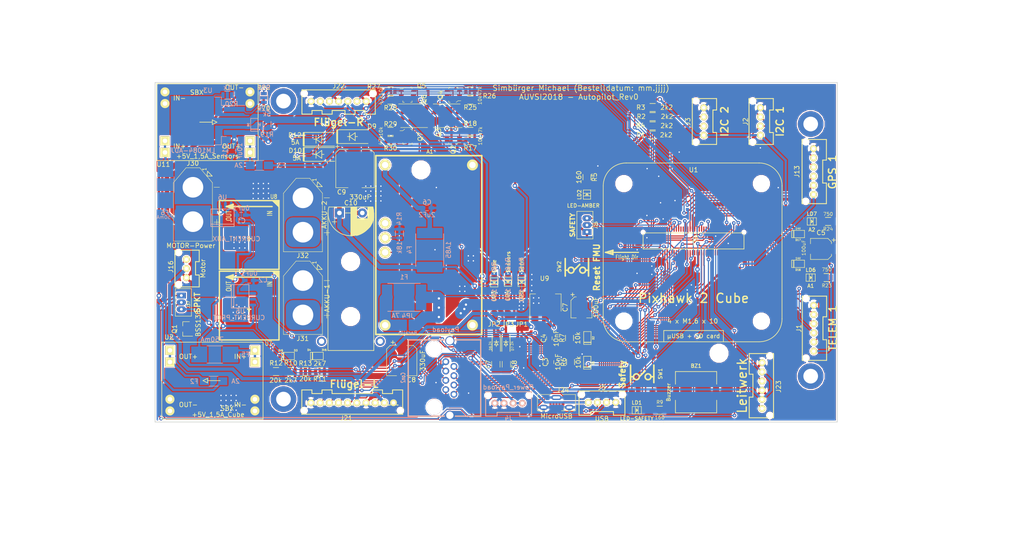
<source format=kicad_pcb>
(kicad_pcb (version 20171130) (host pcbnew "(2018-02-13 revision 365ab99a6)-makepkg")
  (layers (0 F.Cu signal) (31 B.Cu signal) (34 B.Paste user) (35 F.Paste user) (36 B.SilkS user) (37 F.SilkS user) (38 B.Mask user) (39 F.Mask user) (44 Edge.Cuts user))
  (net 0 "")
  (net 1 +5V_Sensors)
  (net 2 /ALARM)
  (net 3 GND)
  (net 4 /BATT­_CURRENT_SENS_PROT_1)
  (net 5 /AUX_BATT­_CURRENT_SENS_1)
  (net 6 /BATT­_CURRENT_SENS_PROT)
  (net 7 /AUX_BATT­_CURRENT_SENS)
  (net 8 /BATT­_VOLTAGE_SENS_PROT)
  (net 9 /AUX_BATT­_VOLTAGE_SENS)
  (net 10 +5V_Servo)
  (net 11 "Net-(F2-Pad1)")
  (net 12 +5V_Cube)
  (net 13 "Net-(F3-Pad1)")
  (net 14 "Net-(F5-Pad2)")
  (net 15 "Net-(F6-Pad2)")
  (net 16 /SERIAL1_RTS)
  (net 17 /SERIAL1_CTS)
  (net 18 /SERIAL1_RX)
  (net 19 /SERIAL1_TX)
  (net 20 /I2C_1_SDA)
  (net 21 /I2C_1_SCL)
  (net 22 /I2C_2_SCL)
  (net 23 /I2C_2_SDA)
  (net 24 /OTG_DP1)
  (net 25 /OTG_DM1)
  (net 26 /SERIAL2_TX)
  (net 27 /SERIAL2_RX)
  (net 28 /SERIAL_3_TX)
  (net 29 /SERIAL_3_RX)
  (net 30 /VDD_3V3_SPECTRUM_EN)
  (net 31 /IO-USART1_RX_SPECTRUM_DSM)
  (net 32 /IO-CH3-PROT)
  (net 33 /FMU-CH1-PROT)
  (net 34 /IO-CH1-PROT)
  (net 35 /IO-CH2-PROT)
  (net 36 /IO-CH5-PROT)
  (net 37 /IO-CH4-PROT)
  (net 38 /IO-CH6-PROT)
  (net 39 /IO-CH7-PROT)
  (net 40 "Net-(J24-Pad4)")
  (net 41 /SAFETY)
  (net 42 /IO-~LED_SAFETY_PROT)
  (net 43 /VBUS)
  (net 44 +3V3)
  (net 45 /FMU-~LED_AMBER)
  (net 46 /FMU-~RESET)
  (net 47 /FMU-CH3-PROT)
  (net 48 /FMU-CH2-PROT)
  (net 49 "Net-(U5-Pad1)")
  (net 50 "Net-(U6-Pad1)")
  (net 51 "Net-(A1-Pad2)")
  (net 52 "Net-(A1-Pad3)")
  (net 53 "Net-(A1-Pad4)")
  (net 54 "Net-(A1-Pad6)")
  (net 55 "Net-(D6-Pad1)")
  (net 56 "Net-(J37-Pad2)")
  (net 57 "Net-(LD1-Pad2)")
  (net 58 "Net-(LD2-Pad2)")
  (net 59 "Net-(Q2-Pad1)")
  (net 60 "Net-(U1-Pad73)")
  (net 61 "Net-(U1-Pad71)")
  (net 62 "Net-(U1-Pad69)")
  (net 63 "Net-(U1-Pad67)")
  (net 64 "Net-(U1-Pad65)")
  (net 65 "Net-(U1-Pad57)")
  (net 66 "Net-(U1-Pad55)")
  (net 67 "Net-(U1-Pad51)")
  (net 68 "Net-(U1-Pad27)")
  (net 69 "Net-(U1-Pad11)")
  (net 70 "Net-(U1-Pad5)")
  (net 71 "Net-(U1-Pad3)")
  (net 72 "Net-(U1-Pad64)")
  (net 73 "Net-(U1-Pad46)")
  (net 74 "Net-(U1-Pad26)")
  (net 75 "Net-(U1-Pad14)")
  (net 76 "Net-(U1-Pad12)")
  (net 77 "Net-(U1-Pad10)")
  (net 78 "Net-(U1-Pad8)")
  (net 79 "Net-(U1-Pad1)")
  (net 80 "Net-(U1-Pad59)")
  (net 81 /Power_Supply/Recuperate)
  (net 82 "Net-(C10-Pad2)")
  (net 83 "Net-(D10-Pad2)")
  (net 84 "Net-(D12-Pad2)")
  (net 85 "Net-(R20-Pad2)")
  (net 86 "Net-(R21-Pad1)")
  (net 87 /Power_Supply/CrossFeed)
  (net 88 /Power_Supply)
  (net 89 "Net-(U1-Pad16)")
  (net 90 "Net-(U1-Pad18)")
  (net 91 "Net-(U1-Pad30)")
  (net 92 "Net-(U1-Pad32)")
  (net 93 "Net-(U1-Pad56)")
  (net 94 "Net-(U1-Pad58)")
  (net 95 "Net-(U1-Pad60)")
  (net 96 "Net-(U1-Pad62)")
  (net 97 "Net-(U1-Pad66)")
  (net 98 "Net-(U1-Pad21)")
  (net 99 "Net-(U1-Pad39)")
  (net 100 "Net-(U1-Pad41)")
  (net 101 "Net-(U1-Pad75)")
  (net 102 "Net-(U1-Pad77)")
  (net 103 "Net-(U1-Pad79)")
  (net 104 "Net-(D16-Pad1)")
  (net 105 "Net-(D17-Pad1)")
  (net 106 "Net-(D7-Pad1)")
  (net 107 /Power_Supply/ID_Ser_1)
  (net 108 /Power_Supply/ID_Cub_1)
  (net 109 /Power_Supply/ID_Sen_1)
  (net 110 /Power_Supply/ID_Cub_2)
  (net 111 /Power_Supply/ID_CrossFeed)
  (net 112 "Net-(Q2-Pad4)")
  (net 113 "Net-(Q3-Pad4)")
  (net 114 "Net-(Q4-Pad1)")
  (net 115 "Net-(Q5-Pad1)")
  (net 116 "Net-(Q5-Pad4)")
  (net 117 "Net-(Q6-Pad4)")
  (net 118 "Net-(Q7-Pad1)")
  (net 119 "Net-(LD3-Pad1)")
  (net 120 "Net-(LD4-Pad1)")
  (net 121 "Net-(LD5-Pad1)")
  (net 122 "Net-(LD6-Pad1)")
  (net 123 "Net-(LD7-Pad1)")
  (module stencil-holes-[JS]:stencil_hole_3mm_exempted (layer F.Cu) (at 214.45 137.3)
    (fp_text reference REF** hide)
    (fp_text value stencil_hole_3mm hide)
    (pad "" np_thru_hole circle (at 0 0) (size 3.2 3.2) (drill 3.2) (layers *.Cu *.Paste *.Mask) (clearance 0.5))
  )
  (module stencil-holes-[JS]:stencil_hole_3mm_exempted (layer F.Cu) (at 214.45 125.3)
    (fp_text reference REF** hide)
    (fp_text value stencil_hole_3mm hide)
    (pad "" np_thru_hole circle (at 0 0) (size 3.2 3.2) (drill 3.2) (layers *.Cu *.Paste *.Mask) (clearance 0.5))
  )
  (module stitching_vias:Stitching_Via-0_7mm (layer F.Cu) (at 219.95 108.85)
    (fp_text reference REF** hide)
    (fp_text value Stitching_Via-0_7mm hide)
    (pad 1 thru_hole circle (at 0 0) (size 0.7 0.7) (drill 0.3) (layers *.Cu) (net 3 GND))
  )
  (module stitching_vias:Stitching_Via-0_7mm (layer F.Cu) (at 221.05 112.075)
    (fp_text reference REF** hide)
    (fp_text value Stitching_Via-0_7mm hide)
    (pad 1 thru_hole circle (at 0 0) (size 0.7 0.7) (drill 0.3) (layers *.Cu) (net 3 GND))
  )
  (module stitching_vias:Stitching_Via-0_7mm (layer F.Cu) (at 218.825 111.025)
    (fp_text reference REF** hide)
    (fp_text value Stitching_Via-0_7mm hide)
    (pad 1 thru_hole circle (at 0 0) (size 0.7 0.7) (drill 0.3) (layers *.Cu) (net 3 GND))
  )
  (module stitching_vias:Stitching_Via-0_7mm (layer F.Cu) (at 217.75 109.95)
    (fp_text reference REF** hide)
    (fp_text value Stitching_Via-0_7mm hide)
    (pad 1 thru_hole circle (at 0 0) (size 0.7 0.7) (drill 0.3) (layers *.Cu) (net 3 GND))
  )
  (module stitching_vias:Stitching_Via-0_7mm (layer F.Cu) (at 221.05 110.975)
    (fp_text reference REF** hide)
    (fp_text value Stitching_Via-0_7mm hide)
    (pad 1 thru_hole circle (at 0 0) (size 0.7 0.7) (drill 0.3) (layers *.Cu) (net 3 GND))
  )
  (module stitching_vias:Stitching_Via-0_7mm (layer F.Cu) (at 219.95 111)
    (fp_text reference REF** hide)
    (fp_text value Stitching_Via-0_7mm hide)
    (pad 1 thru_hole circle (at 0 0) (size 0.7 0.7) (drill 0.3) (layers *.Cu) (net 3 GND))
  )
  (module stitching_vias:Stitching_Via-0_7mm (layer F.Cu) (at 221.05 109.95)
    (fp_text reference REF** hide)
    (fp_text value Stitching_Via-0_7mm hide)
    (pad 1 thru_hole circle (at 0 0) (size 0.7 0.7) (drill 0.3) (layers *.Cu) (net 3 GND))
  )
  (module stitching_vias:Stitching_Via-0_7mm (layer F.Cu) (at 218.85 109.95)
    (fp_text reference REF** hide)
    (fp_text value Stitching_Via-0_7mm hide)
    (pad 1 thru_hole circle (at 0 0) (size 0.7 0.7) (drill 0.3) (layers *.Cu) (net 3 GND))
  )
  (module stitching_vias:Stitching_Via-0_7mm (layer F.Cu) (at 219.95 112.1)
    (fp_text reference REF** hide)
    (fp_text value Stitching_Via-0_7mm hide)
    (pad 1 thru_hole circle (at 0 0) (size 0.7 0.7) (drill 0.3) (layers *.Cu) (net 3 GND))
  )
  (module stitching_vias:Stitching_Via-0_7mm (layer F.Cu) (at 221.05 108.85)
    (fp_text reference REF** hide)
    (fp_text value Stitching_Via-0_7mm hide)
    (pad 1 thru_hole circle (at 0 0) (size 0.7 0.7) (drill 0.3) (layers *.Cu) (net 3 GND))
  )
  (module stitching_vias:Stitching_Via-0_7mm (layer F.Cu) (at 217.725 111.025)
    (fp_text reference REF** hide)
    (fp_text value Stitching_Via-0_7mm hide)
    (pad 1 thru_hole circle (at 0 0) (size 0.7 0.7) (drill 0.3) (layers *.Cu) (net 3 GND))
  )
  (module stitching_vias:Stitching_Via-0_7mm (layer F.Cu) (at 218.825 112.125)
    (fp_text reference REF** hide)
    (fp_text value Stitching_Via-0_7mm hide)
    (pad 1 thru_hole circle (at 0 0) (size 0.7 0.7) (drill 0.3) (layers *.Cu) (net 3 GND))
  )
  (module stitching_vias:Stitching_Via-0_7mm (layer F.Cu) (at 219.95 109.95)
    (fp_text reference REF** hide)
    (fp_text value Stitching_Via-0_7mm hide)
    (pad 1 thru_hole circle (at 0 0) (size 0.7 0.7) (drill 0.3) (layers *.Cu) (net 3 GND))
  )
  (module stitching_vias:Stitching_Via-0_7mm (layer F.Cu) (at 218.85 108.85)
    (fp_text reference REF** hide)
    (fp_text value Stitching_Via-0_7mm hide)
    (pad 1 thru_hole circle (at 0 0) (size 0.7 0.7) (drill 0.3) (layers *.Cu) (net 3 GND))
  )
  (module stitching_vias:Stitching_Via-0_7mm (layer F.Cu) (at 217.75 108.85)
    (fp_text reference REF** hide)
    (fp_text value Stitching_Via-0_7mm hide)
    (pad 1 thru_hole circle (at 0 0) (size 0.7 0.7) (drill 0.3) (layers *.Cu) (net 3 GND))
  )
  (module stitching_vias:Stitching_Via-0_7mm (layer F.Cu) (at 217.725 112.125)
    (fp_text reference REF** hide)
    (fp_text value Stitching_Via-0_7mm hide)
    (pad 1 thru_hole circle (at 0 0) (size 0.7 0.7) (drill 0.3) (layers *.Cu) (net 3 GND))
  )
  (module stitching_vias:Stitching_Via-0_7mm (layer F.Cu) (at 241.225 125.15)
    (fp_text reference REF** hide)
    (fp_text value Stitching_Via-0_7mm hide)
    (pad 1 thru_hole circle (at 0 0) (size 0.7 0.7) (drill 0.3) (layers *.Cu) (net 3 GND))
  )
  (module stitching_vias:Stitching_Via-0_7mm (layer F.Cu) (at 240.125 124.05)
    (fp_text reference REF** hide)
    (fp_text value Stitching_Via-0_7mm hide)
    (pad 1 thru_hole circle (at 0 0) (size 0.7 0.7) (drill 0.3) (layers *.Cu) (net 3 GND))
  )
  (module stitching_vias:Stitching_Via-0_7mm (layer F.Cu) (at 241.225 124.05)
    (fp_text reference REF** hide)
    (fp_text value Stitching_Via-0_7mm hide)
    (pad 1 thru_hole circle (at 0 0) (size 0.7 0.7) (drill 0.3) (layers *.Cu) (net 3 GND))
  )
  (module stitching_vias:Stitching_Via-0_7mm (layer F.Cu) (at 240.125 125.15)
    (fp_text reference REF** hide)
    (fp_text value Stitching_Via-0_7mm hide)
    (pad 1 thru_hole circle (at 0 0) (size 0.7 0.7) (drill 0.3) (layers *.Cu) (net 3 GND))
  )
  (module stitching_vias:Stitching_Via-0_7mm (layer F.Cu) (at 238.25 130.7)
    (fp_text reference REF** hide)
    (fp_text value Stitching_Via-0_7mm hide)
    (pad 1 thru_hole circle (at 0 0) (size 0.7 0.7) (drill 0.3) (layers *.Cu) (net 3 GND))
  )
  (module stitching_vias:Stitching_Via-0_7mm (layer F.Cu) (at 239.35 131.8)
    (fp_text reference REF** hide)
    (fp_text value Stitching_Via-0_7mm hide)
    (pad 1 thru_hole circle (at 0 0) (size 0.7 0.7) (drill 0.3) (layers *.Cu) (net 3 GND))
  )
  (module stitching_vias:Stitching_Via-0_7mm (layer F.Cu) (at 239.35 130.7)
    (fp_text reference REF** hide)
    (fp_text value Stitching_Via-0_7mm hide)
    (pad 1 thru_hole circle (at 0 0) (size 0.7 0.7) (drill 0.3) (layers *.Cu) (net 3 GND))
  )
  (module stitching_vias:Stitching_Via-0_7mm (layer F.Cu) (at 238.25 131.8)
    (fp_text reference REF** hide)
    (fp_text value Stitching_Via-0_7mm hide)
    (pad 1 thru_hole circle (at 0 0) (size 0.7 0.7) (drill 0.3) (layers *.Cu) (net 3 GND))
  )
  (module stitching_vias:Stitching_Via-0_7mm (layer F.Cu) (at 252.2 148.5 270)
    (fp_text reference REF** hide)
    (fp_text value Stitching_Via-0_7mm hide)
    (pad 1 thru_hole circle (at 0 0 270) (size 0.7 0.7) (drill 0.3) (layers *.Cu) (net 3 GND))
  )
  (module stitching_vias:Stitching_Via-0_7mm (layer F.Cu) (at 251.35 143.875 270)
    (fp_text reference REF** hide)
    (fp_text value Stitching_Via-0_7mm hide)
    (pad 1 thru_hole circle (at 0 0 270) (size 0.7 0.7) (drill 0.3) (layers *.Cu) (net 3 GND))
  )
  (module stitching_vias:Stitching_Via-0_7mm (layer F.Cu) (at 255.725 148.05 270)
    (fp_text reference REF** hide)
    (fp_text value Stitching_Via-0_7mm hide)
    (pad 1 thru_hole circle (at 0 0 270) (size 0.7 0.7) (drill 0.3) (layers *.Cu) (net 3 GND))
  )
  (module stitching_vias:Stitching_Via-0_7mm (layer F.Cu) (at 240.175 154 270)
    (fp_text reference REF** hide)
    (fp_text value Stitching_Via-0_7mm hide)
    (pad 1 thru_hole circle (at 0 0 270) (size 0.7 0.7) (drill 0.3) (layers *.Cu) (net 3 GND))
  )
  (module stitching_vias:Stitching_Via-0_7mm (layer F.Cu) (at 233.075 151.7 270)
    (fp_text reference REF** hide)
    (fp_text value Stitching_Via-0_7mm hide)
    (pad 1 thru_hole circle (at 0 0 270) (size 0.7 0.7) (drill 0.3) (layers *.Cu) (net 3 GND))
  )
  (module stitching_vias:Stitching_Via-0_7mm (layer F.Cu) (at 233.15 109.15 270)
    (fp_text reference REF** hide)
    (fp_text value Stitching_Via-0_7mm hide)
    (pad 1 thru_hole circle (at 0 0 270) (size 0.7 0.7) (drill 0.3) (layers *.Cu) (net 3 GND))
  )
  (module stitching_vias:Stitching_Via-0_7mm (layer F.Cu) (at 232.85 122.725 270)
    (fp_text reference REF** hide)
    (fp_text value Stitching_Via-0_7mm hide)
    (pad 1 thru_hole circle (at 0 0 270) (size 0.7 0.7) (drill 0.3) (layers *.Cu) (net 3 GND))
  )
  (module stitching_vias:Stitching_Via-0_7mm (layer F.Cu) (at 294.075 119.75 270)
    (fp_text reference REF** hide)
    (fp_text value Stitching_Via-0_7mm hide)
    (pad 1 thru_hole circle (at 0 0 270) (size 0.7 0.7) (drill 0.3) (layers *.Cu) (net 3 GND))
  )
  (module stitching_vias:Stitching_Via-0_7mm (layer F.Cu) (at 296.825 121.35 270)
    (fp_text reference REF** hide)
    (fp_text value Stitching_Via-0_7mm hide)
    (pad 1 thru_hole circle (at 0 0 270) (size 0.7 0.7) (drill 0.3) (layers *.Cu) (net 3 GND))
  )
  (module stitching_vias:Stitching_Via-0_7mm (layer F.Cu) (at 282.05 112.475 270)
    (fp_text reference REF** hide)
    (fp_text value Stitching_Via-0_7mm hide)
    (pad 1 thru_hole circle (at 0 0 270) (size 0.7 0.7) (drill 0.3) (layers *.Cu) (net 3 GND))
  )
  (module stitching_vias:Stitching_Via-0_7mm (layer F.Cu) (at 281.65 106.7 270)
    (fp_text reference REF** hide)
    (fp_text value Stitching_Via-0_7mm hide)
    (pad 1 thru_hole circle (at 0 0 270) (size 0.7 0.7) (drill 0.3) (layers *.Cu) (net 3 GND))
  )
  (module stitching_vias:Stitching_Via-0_7mm (layer F.Cu) (at 285.2 112 270)
    (fp_text reference REF** hide)
    (fp_text value Stitching_Via-0_7mm hide)
    (pad 1 thru_hole circle (at 0 0 270) (size 0.7 0.7) (drill 0.3) (layers *.Cu) (net 3 GND))
  )
  (module stitching_vias:Stitching_Via-0_7mm (layer F.Cu) (at 282.625 116 270)
    (fp_text reference REF** hide)
    (fp_text value Stitching_Via-0_7mm hide)
    (pad 1 thru_hole circle (at 0 0 270) (size 0.7 0.7) (drill 0.3) (layers *.Cu) (net 3 GND))
  )
  (module stitching_vias:Stitching_Via-0_7mm (layer F.Cu) (at 285.5 134.85 270)
    (fp_text reference REF** hide)
    (fp_text value Stitching_Via-0_7mm hide)
    (pad 1 thru_hole circle (at 0 0 270) (size 0.7 0.7) (drill 0.3) (layers *.Cu) (net 3 GND))
  )
  (module stitching_vias:Stitching_Via-0_7mm (layer F.Cu) (at 286.475 132.875 270)
    (fp_text reference REF** hide)
    (fp_text value Stitching_Via-0_7mm hide)
    (pad 1 thru_hole circle (at 0 0 270) (size 0.7 0.7) (drill 0.3) (layers *.Cu) (net 3 GND))
  )
  (module stitching_vias:Stitching_Via-0_7mm (layer F.Cu) (at 287.875 131.5 270)
    (fp_text reference REF** hide)
    (fp_text value Stitching_Via-0_7mm hide)
    (pad 1 thru_hole circle (at 0 0 270) (size 0.7 0.7) (drill 0.3) (layers *.Cu) (net 3 GND))
  )
  (module stitching_vias:Stitching_Via-0_7mm (layer F.Cu) (at 288.775 130.4 270)
    (fp_text reference REF** hide)
    (fp_text value Stitching_Via-0_7mm hide)
    (pad 1 thru_hole circle (at 0 0 270) (size 0.7 0.7) (drill 0.3) (layers *.Cu) (net 3 GND))
  )
  (module stitching_vias:Stitching_Via-0_7mm (layer F.Cu) (at 280.15 128.1 270)
    (fp_text reference REF** hide)
    (fp_text value Stitching_Via-0_7mm hide)
    (pad 1 thru_hole circle (at 0 0 270) (size 0.7 0.7) (drill 0.3) (layers *.Cu) (net 3 GND))
  )
  (module stitching_vias:Stitching_Via-0_7mm (layer F.Cu) (at 280.15 126.3 270)
    (fp_text reference REF** hide)
    (fp_text value Stitching_Via-0_7mm hide)
    (pad 1 thru_hole circle (at 0 0 270) (size 0.7 0.7) (drill 0.3) (layers *.Cu) (net 3 GND))
  )
  (module stitching_vias:Stitching_Via-0_7mm (layer F.Cu) (at 307.725 109.175 270)
    (fp_text reference REF** hide)
    (fp_text value Stitching_Via-0_7mm hide)
    (pad 1 thru_hole circle (at 0 0 270) (size 0.7 0.7) (drill 0.3) (layers *.Cu) (net 3 GND))
  )
  (module stitching_vias:Stitching_Via-0_7mm (layer F.Cu) (at 303.825 100.5 270)
    (fp_text reference REF** hide)
    (fp_text value Stitching_Via-0_7mm hide)
    (pad 1 thru_hole circle (at 0 0 270) (size 0.7 0.7) (drill 0.3) (layers *.Cu) (net 3 GND))
  )
  (module stitching_vias:Stitching_Via-0_7mm (layer F.Cu) (at 286.125 101.425 270)
    (fp_text reference REF** hide)
    (fp_text value Stitching_Via-0_7mm hide)
    (pad 1 thru_hole circle (at 0 0 270) (size 0.7 0.7) (drill 0.3) (layers *.Cu) (net 3 GND))
  )
  (module stitching_vias:Stitching_Via-0_7mm (layer F.Cu) (at 268.375 104.45 270)
    (fp_text reference REF** hide)
    (fp_text value Stitching_Via-0_7mm hide)
    (pad 1 thru_hole circle (at 0 0 270) (size 0.7 0.7) (drill 0.3) (layers *.Cu) (net 3 GND))
  )
  (module stitching_vias:Stitching_Via-0_7mm (layer F.Cu) (at 279.125 105.025 270)
    (fp_text reference REF** hide)
    (fp_text value Stitching_Via-0_7mm hide)
    (pad 1 thru_hole circle (at 0 0 270) (size 0.7 0.7) (drill 0.3) (layers *.Cu) (net 3 GND))
  )
  (module stitching_vias:Stitching_Via-0_7mm (layer F.Cu) (at 279.075 115.25 270)
    (fp_text reference REF** hide)
    (fp_text value Stitching_Via-0_7mm hide)
    (pad 1 thru_hole circle (at 0 0 270) (size 0.7 0.7) (drill 0.3) (layers *.Cu) (net 3 GND))
  )
  (module stitching_vias:Stitching_Via-0_7mm (layer F.Cu) (at 279.075 120.1 270)
    (fp_text reference REF** hide)
    (fp_text value Stitching_Via-0_7mm hide)
    (pad 1 thru_hole circle (at 0 0 270) (size 0.7 0.7) (drill 0.3) (layers *.Cu) (net 3 GND))
  )
  (module stitching_vias:Stitching_Via-0_7mm (layer F.Cu) (at 276.95 122.725 270)
    (fp_text reference REF** hide)
    (fp_text value Stitching_Via-0_7mm hide)
    (pad 1 thru_hole circle (at 0 0 270) (size 0.7 0.7) (drill 0.3) (layers *.Cu) (net 3 GND))
  )
  (module stitching_vias:Stitching_Via-0_7mm (layer F.Cu) (at 276.925 127.875 270)
    (fp_text reference REF** hide)
    (fp_text value Stitching_Via-0_7mm hide)
    (pad 1 thru_hole circle (at 0 0 270) (size 0.7 0.7) (drill 0.3) (layers *.Cu) (net 3 GND))
  )
  (module Ideale-Diode-pcb_[JS]:Ideale_Diode_Gen-II_rev00 (layer F.Cu) (at 192.325 120.3 90)
    (fp_text reference U8 (at 9.15 5.35 180) (layer F.SilkS) (effects (font (size 0.95 0.75) (thickness 0.13))))
    (fp_text value Ideal_Diode_AUX)
    (fp_text user OUT (at 5 -4.45 90) (layer F.SilkS) (effects (font (size 1.05 0.8))))
    (fp_text user IN (at 5.5 4.5 90) (layer F.SilkS) (effects (font (size 1.05 0.8))))
    (pad 3 smd roundrect (at 4.7 0 90) (size 2.5 5) (layers F.Cu F.Paste F.Mask) (roundrect_rratio 0.1) (net 3 GND))
    (pad 3 smd roundrect (at -4.7 0 90) (size 2.5 5) (layers F.Cu F.Paste F.Mask) (roundrect_rratio 0.1) (net 3 GND))
    (pad 2 smd roundrect (at 0 -3 90) (size 5 5) (layers F.Cu F.Paste F.Mask) (roundrect_rratio 0.1) (net 50 "Net-(U6-Pad1)"))
    (pad 1 smd roundrect (at 0 3 90) (size 5 5) (layers F.Cu F.Paste F.Mask) (roundrect_rratio 0.1) (net 84 "Net-(D12-Pad2)"))
  )
  (module Ideale-Diode-pcb_[JS]:Ideale_Diode_Gen-II_rev00 (layer F.Cu) (at 192.325 135.7 90)
    (fp_text reference U7 (at -7.475 4.2 180) (layer F.SilkS) (effects (font (size 0.95 0.75) (thickness 0.13))))
    (fp_text value Ideal_Diode_PROT)
    (fp_text user OUT (at 5 -4.45 90) (layer F.SilkS) (effects (font (size 1.05 0.8))))
    (fp_text user IN (at 5.5 4.5 90) (layer F.SilkS) (effects (font (size 1.05 0.8))))
    (pad 3 smd roundrect (at 4.7 0 90) (size 2.5 5) (layers F.Cu F.Paste F.Mask) (roundrect_rratio 0.1) (net 3 GND))
    (pad 3 smd roundrect (at -4.7 0 90) (size 2.5 5) (layers F.Cu F.Paste F.Mask) (roundrect_rratio 0.1) (net 3 GND))
    (pad 2 smd roundrect (at 0 -3 90) (size 5 5) (layers F.Cu F.Paste F.Mask) (roundrect_rratio 0.1) (net 49 "Net-(U5-Pad1)"))
    (pad 1 smd roundrect (at 0 3 90) (size 5 5) (layers F.Cu F.Paste F.Mask) (roundrect_rratio 0.1) (net 83 "Net-(D10-Pad2)"))
  )
  (module stitching_vias:Stitching_Via-0_7mm (layer F.Cu) (at 224.225 95.475 270)
    (fp_text reference REF** hide)
    (fp_text value Stitching_Via-0_7mm hide)
    (pad 1 thru_hole circle (at 0 0 270) (size 0.7 0.7) (drill 0.3) (layers *.Cu) (net 3 GND))
  )
  (module stitching_vias:Stitching_Via-0_7mm (layer F.Cu) (at 223.25 97.825 270)
    (fp_text reference REF** hide)
    (fp_text value Stitching_Via-0_7mm hide)
    (pad 1 thru_hole circle (at 0 0 270) (size 0.7 0.7) (drill 0.3) (layers *.Cu) (net 3 GND))
  )
  (module stitching_vias:Stitching_Via-0_7mm (layer F.Cu) (at 189.475 155.6)
    (fp_text reference REF** hide)
    (fp_text value Stitching_Via-0_7mm hide)
    (pad 1 thru_hole circle (at 0 0) (size 0.7 0.7) (drill 0.3) (layers *.Cu) (net 3 GND))
  )
  (module stitching_vias:Stitching_Via-0_7mm (layer F.Cu) (at 188.375 156.65)
    (fp_text reference REF** hide)
    (fp_text value Stitching_Via-0_7mm hide)
    (pad 1 thru_hole circle (at 0 0) (size 0.7 0.7) (drill 0.3) (layers *.Cu) (net 3 GND))
  )
  (module stitching_vias:Stitching_Via-0_7mm (layer F.Cu) (at 187.275 154.5)
    (fp_text reference REF** hide)
    (fp_text value Stitching_Via-0_7mm hide)
    (pad 1 thru_hole circle (at 0 0) (size 0.7 0.7) (drill 0.3) (layers *.Cu) (net 3 GND))
  )
  (module stitching_vias:Stitching_Via-0_7mm (layer F.Cu) (at 186.175 154.5)
    (fp_text reference REF** hide)
    (fp_text value Stitching_Via-0_7mm hide)
    (pad 1 thru_hole circle (at 0 0) (size 0.7 0.7) (drill 0.3) (layers *.Cu) (net 3 GND))
  )
  (module stitching_vias:Stitching_Via-0_7mm (layer F.Cu) (at 186.15 157.775)
    (fp_text reference REF** hide)
    (fp_text value Stitching_Via-0_7mm hide)
    (pad 1 thru_hole circle (at 0 0) (size 0.7 0.7) (drill 0.3) (layers *.Cu) (net 3 GND))
  )
  (module stitching_vias:Stitching_Via-0_7mm (layer F.Cu) (at 189.475 154.5)
    (fp_text reference REF** hide)
    (fp_text value Stitching_Via-0_7mm hide)
    (pad 1 thru_hole circle (at 0 0) (size 0.7 0.7) (drill 0.3) (layers *.Cu) (net 3 GND))
  )
  (module stitching_vias:Stitching_Via-0_7mm (layer F.Cu) (at 188.375 155.6)
    (fp_text reference REF** hide)
    (fp_text value Stitching_Via-0_7mm hide)
    (pad 1 thru_hole circle (at 0 0) (size 0.7 0.7) (drill 0.3) (layers *.Cu) (net 3 GND))
  )
  (module stitching_vias:Stitching_Via-0_7mm (layer F.Cu) (at 189.475 157.725)
    (fp_text reference REF** hide)
    (fp_text value Stitching_Via-0_7mm hide)
    (pad 1 thru_hole circle (at 0 0) (size 0.7 0.7) (drill 0.3) (layers *.Cu) (net 3 GND))
  )
  (module stitching_vias:Stitching_Via-0_7mm (layer F.Cu) (at 188.375 154.5)
    (fp_text reference REF** hide)
    (fp_text value Stitching_Via-0_7mm hide)
    (pad 1 thru_hole circle (at 0 0) (size 0.7 0.7) (drill 0.3) (layers *.Cu) (net 3 GND))
  )
  (module stitching_vias:Stitching_Via-0_7mm (layer F.Cu) (at 187.25 156.675)
    (fp_text reference REF** hide)
    (fp_text value Stitching_Via-0_7mm hide)
    (pad 1 thru_hole circle (at 0 0) (size 0.7 0.7) (drill 0.3) (layers *.Cu) (net 3 GND))
  )
  (module stitching_vias:Stitching_Via-0_7mm (layer F.Cu) (at 186.15 156.675)
    (fp_text reference REF** hide)
    (fp_text value Stitching_Via-0_7mm hide)
    (pad 1 thru_hole circle (at 0 0) (size 0.7 0.7) (drill 0.3) (layers *.Cu) (net 3 GND))
  )
  (module stitching_vias:Stitching_Via-0_7mm (layer F.Cu) (at 189.475 156.625)
    (fp_text reference REF** hide)
    (fp_text value Stitching_Via-0_7mm hide)
    (pad 1 thru_hole circle (at 0 0) (size 0.7 0.7) (drill 0.3) (layers *.Cu) (net 3 GND))
  )
  (module stitching_vias:Stitching_Via-0_7mm (layer F.Cu) (at 188.375 157.75)
    (fp_text reference REF** hide)
    (fp_text value Stitching_Via-0_7mm hide)
    (pad 1 thru_hole circle (at 0 0) (size 0.7 0.7) (drill 0.3) (layers *.Cu) (net 3 GND))
  )
  (module stitching_vias:Stitching_Via-0_7mm (layer F.Cu) (at 187.25 157.775)
    (fp_text reference REF** hide)
    (fp_text value Stitching_Via-0_7mm hide)
    (pad 1 thru_hole circle (at 0 0) (size 0.7 0.7) (drill 0.3) (layers *.Cu) (net 3 GND))
  )
  (module stitching_vias:Stitching_Via-0_7mm (layer F.Cu) (at 187.275 155.6)
    (fp_text reference REF** hide)
    (fp_text value Stitching_Via-0_7mm hide)
    (pad 1 thru_hole circle (at 0 0) (size 0.7 0.7) (drill 0.3) (layers *.Cu) (net 3 GND))
  )
  (module stitching_vias:Stitching_Via-0_7mm (layer F.Cu) (at 186.175 155.6)
    (fp_text reference REF** hide)
    (fp_text value Stitching_Via-0_7mm hide)
    (pad 1 thru_hole circle (at 0 0) (size 0.7 0.7) (drill 0.3) (layers *.Cu) (net 3 GND))
  )
  (module stitching_vias:Stitching_Via-0_7mm (layer F.Cu) (at 245.225 132.1 270)
    (fp_text reference REF** hide)
    (fp_text value Stitching_Via-0_7mm hide)
    (pad 1 thru_hole circle (at 0 0 270) (size 0.7 0.7) (drill 0.3) (layers *.Cu) (net 3 GND))
  )
  (module stitching_vias:Stitching_Via-0_7mm (layer F.Cu) (at 253.975 129.275)
    (fp_text reference REF** hide)
    (fp_text value Stitching_Via-0_7mm hide)
    (pad 1 thru_hole circle (at 0 0) (size 0.7 0.7) (drill 0.3) (layers *.Cu) (net 3 GND))
  )
  (module stitching_vias:Stitching_Via-0_7mm (layer F.Cu) (at 253.975 128.125)
    (fp_text reference REF** hide)
    (fp_text value Stitching_Via-0_7mm hide)
    (pad 1 thru_hole circle (at 0 0) (size 0.7 0.7) (drill 0.3) (layers *.Cu) (net 3 GND))
  )
  (module stitching_vias:Stitching_Via-0_7mm (layer F.Cu) (at 253.95 130.525)
    (fp_text reference REF** hide)
    (fp_text value Stitching_Via-0_7mm hide)
    (pad 1 thru_hole circle (at 0 0) (size 0.7 0.7) (drill 0.3) (layers *.Cu) (net 3 GND))
  )
  (module stitching_vias:Stitching_Via-0_7mm (layer F.Cu) (at 253.95 131.675)
    (fp_text reference REF** hide)
    (fp_text value Stitching_Via-0_7mm hide)
    (pad 1 thru_hole circle (at 0 0) (size 0.7 0.7) (drill 0.3) (layers *.Cu) (net 3 GND))
  )
  (module stitching_vias:Stitching_Via-0_7mm (layer F.Cu) (at 254.35 134.375 270)
    (fp_text reference REF** hide)
    (fp_text value Stitching_Via-0_7mm hide)
    (pad 1 thru_hole circle (at 0 0 270) (size 0.7 0.7) (drill 0.3) (layers *.Cu) (net 3 GND))
  )
  (module stitching_vias:Stitching_Via-0_7mm (layer F.Cu) (at 255.5 134.375 270)
    (fp_text reference REF** hide)
    (fp_text value Stitching_Via-0_7mm hide)
    (pad 1 thru_hole circle (at 0 0 270) (size 0.7 0.7) (drill 0.3) (layers *.Cu) (net 3 GND))
  )
  (module stitching_vias:Stitching_Via-0_7mm (layer F.Cu) (at 255.5 133.225 270)
    (fp_text reference REF** hide)
    (fp_text value Stitching_Via-0_7mm hide)
    (pad 1 thru_hole circle (at 0 0 270) (size 0.7 0.7) (drill 0.3) (layers *.Cu) (net 3 GND))
  )
  (module stitching_vias:Stitching_Via-0_7mm (layer F.Cu) (at 254.35 133.225 270)
    (fp_text reference REF** hide)
    (fp_text value Stitching_Via-0_7mm hide)
    (pad 1 thru_hole circle (at 0 0 270) (size 0.7 0.7) (drill 0.3) (layers *.Cu) (net 3 GND))
  )
  (module stitching_vias:Stitching_Via-0_7mm (layer F.Cu) (at 246.375 132.125 270)
    (fp_text reference REF** hide)
    (fp_text value Stitching_Via-0_7mm hide)
    (pad 1 thru_hole circle (at 0 0 270) (size 0.7 0.7) (drill 0.3) (layers *.Cu) (net 3 GND))
  )
  (module stitching_vias:Stitching_Via-0_7mm (layer F.Cu) (at 249.3 132.075 270)
    (fp_text reference REF** hide)
    (fp_text value Stitching_Via-0_7mm hide)
    (pad 1 thru_hole circle (at 0 0 270) (size 0.7 0.7) (drill 0.3) (layers *.Cu) (net 3 GND))
  )
  (module stitching_vias:Stitching_Via-0_7mm (layer F.Cu) (at 248.175 132.075 270)
    (fp_text reference REF** hide)
    (fp_text value Stitching_Via-0_7mm hide)
    (pad 1 thru_hole circle (at 0 0 270) (size 0.7 0.7) (drill 0.3) (layers *.Cu) (net 3 GND))
  )
  (module stitching_vias:Stitching_Via-0_7mm (layer F.Cu) (at 259.825 147 270)
    (fp_text reference REF** hide)
    (fp_text value Stitching_Via-0_7mm hide)
    (pad 1 thru_hole circle (at 0 0 270) (size 0.7 0.7) (drill 0.3) (layers *.Cu) (net 3 GND))
  )
  (module stitching_vias:Stitching_Via-0_7mm (layer F.Cu) (at 260.4 146.15 270)
    (fp_text reference REF** hide)
    (fp_text value Stitching_Via-0_7mm hide)
    (pad 1 thru_hole circle (at 0 0 270) (size 0.7 0.7) (drill 0.3) (layers *.Cu) (net 3 GND))
  )
  (module stitching_vias:Stitching_Via-0_7mm (layer F.Cu) (at 264.95 145.475 270)
    (fp_text reference REF** hide)
    (fp_text value Stitching_Via-0_7mm hide)
    (pad 1 thru_hole circle (at 0 0 270) (size 0.7 0.7) (drill 0.3) (layers *.Cu) (net 3 GND))
  )
  (module stitching_vias:Stitching_Via-0_7mm (layer F.Cu) (at 252.125 135.65 270)
    (fp_text reference REF** hide)
    (fp_text value Stitching_Via-0_7mm hide)
    (pad 1 thru_hole circle (at 0 0 270) (size 0.7 0.7) (drill 0.3) (layers *.Cu) (net 87 /Power_Supply/CrossFeed))
  )
  (module stitching_vias:Stitching_Via-0_7mm (layer F.Cu) (at 251.2 135.7 270)
    (fp_text reference REF** hide)
    (fp_text value Stitching_Via-0_7mm hide)
    (pad 1 thru_hole circle (at 0 0 270) (size 0.7 0.7) (drill 0.3) (layers *.Cu) (net 87 /Power_Supply/CrossFeed))
  )
  (module stitching_vias:Stitching_Via-0_7mm (layer F.Cu) (at 251.25 134.95 270)
    (fp_text reference REF** hide)
    (fp_text value Stitching_Via-0_7mm hide)
    (pad 1 thru_hole circle (at 0 0 270) (size 0.7 0.7) (drill 0.3) (layers *.Cu) (net 87 /Power_Supply/CrossFeed))
  )
  (module stitching_vias:Stitching_Via-0_7mm (layer F.Cu) (at 251.3 134.1 270)
    (fp_text reference REF** hide)
    (fp_text value Stitching_Via-0_7mm hide)
    (pad 1 thru_hole circle (at 0 0 270) (size 0.7 0.7) (drill 0.3) (layers *.Cu) (net 87 /Power_Supply/CrossFeed))
  )
  (module Package_SO:PowerPAK_SO-8_Dual (layer F.Cu) (at 235.4 93.5 180)
    (fp_text reference Q3 (at 1.75 -3.675 270) (layer F.SilkS))
    (fp_text value SI7997DP)
    (pad 6 smd rect (at 0.69 1.13 180) (size 3.81 1.65) (layers F.Cu F.Paste F.Mask) (net 111 /Power_Supply/ID_CrossFeed))
    (pad 5 smd rect (at 0.69 -1.13 180) (size 3.81 1.65) (layers F.Cu F.Paste F.Mask) (net 109 /Power_Supply/ID_Sen_1))
    (pad 5 smd rect (at 2.795 -1.905 180) (size 1.02 0.61) (layers F.Cu F.Paste F.Mask) (net 109 /Power_Supply/ID_Sen_1))
    (pad 5 smd rect (at 2.795 -0.635 180) (size 1.02 0.61) (layers F.Cu F.Paste F.Mask) (net 109 /Power_Supply/ID_Sen_1))
    (pad 6 smd rect (at 2.795 0.635 180) (size 1.02 0.61) (layers F.Cu F.Paste F.Mask) (net 111 /Power_Supply/ID_CrossFeed))
    (pad 6 smd rect (at 2.795 1.905 180) (size 1.02 0.61) (layers F.Cu F.Paste F.Mask) (net 111 /Power_Supply/ID_CrossFeed))
    (pad 4 smd rect (at -2.67 1.905 180) (size 1.27 0.61) (layers F.Cu F.Paste F.Mask) (net 113 "Net-(Q3-Pad4)"))
    (pad 3 smd rect (at -2.67 0.635 180) (size 1.27 0.61) (layers F.Cu F.Paste F.Mask) (net 87 /Power_Supply/CrossFeed))
    (pad 2 smd rect (at -2.67 -0.635 180) (size 1.27 0.61) (layers F.Cu F.Paste F.Mask) (net 112 "Net-(Q2-Pad4)"))
    (pad 1 smd rect (at -2.67 -1.905 180) (size 1.27 0.61) (layers F.Cu F.Paste F.Mask) (net 111 /Power_Supply/ID_CrossFeed))
  )
  (module manuf:TEXAS-R-PDSS-T7 (layer F.Cu) (at 231.5 121.7 270)
    (fp_text reference A1 (at -20.375 -0.225 180) (layer F.SilkS) (effects (font (size 0.8 0.8))))
    (fp_text value +5V3_6A_Servo)
    (pad 1 thru_hole circle (at -17.465 -9.525 270) (size 2.4 2.4) (drill 1.4) (layers *.Cu *.Mask F.SilkS) (net 3 GND))
    (pad 2 thru_hole circle (at -17.465 9.525 270) (size 2.4 2.4) (drill 1.4) (layers *.Cu *.Mask F.SilkS) (net 51 "Net-(A1-Pad2)"))
    (pad 3 thru_hole circle (at -4.765 9.525 270) (size 2.4 2.4) (drill 1.4) (layers *.Cu *.Mask F.SilkS) (net 52 "Net-(A1-Pad3)"))
    (pad 4 thru_hole circle (at -1.585 9.525 270) (size 2.4 2.4) (drill 1.4) (layers *.Cu *.Mask F.SilkS) (net 53 "Net-(A1-Pad4)"))
    (pad 5 thru_hole circle (at 1.595 9.525 270) (size 2.4 2.4) (drill 1.4) (layers *.Cu *.Mask F.SilkS) (net 87 /Power_Supply/CrossFeed))
    (pad 6 thru_hole circle (at 17.475 9.525 270) (size 2.4 2.4) (drill 1.4) (layers *.Cu *.Mask F.SilkS) (net 54 "Net-(A1-Pad6)"))
    (pad 7 thru_hole circle (at 17.475 -9.525 270) (size 2.4 2.4) (drill 1.4) (layers *.Cu *.Mask F.SilkS) (net 3 GND))
  )
  (module Capacitors-[MS]:CP_Radial_D10.0mm_P5.00mm_horizontal (layer F.Cu) (at 212 114.7)
    (fp_text reference C10 (at 2.5 -2.2) (layer F.SilkS))
    (fp_text value 10F/3V)
    (pad 4 thru_hole circle (at 8.9 28) (size 2 2) (drill 1.2) (layers *.Cu *.Mask))
    (pad 3 thru_hole circle (at -3.9 28) (size 2 2) (drill 1.2) (layers *.Cu *.Mask))
    (pad 2 thru_hole circle (at 5 0) (size 2 2) (drill 1) (layers *.Cu *.Mask) (net 82 "Net-(C10-Pad2)"))
    (pad 1 thru_hole rect (at 0 0) (size 2 2) (drill 1) (layers *.Cu *.Mask) (net 88 /Power_Supply))
  )
  (module connectors-[JS]:JUMPER-SOLDER-SMD_mit_flaechenanschluss (layer B.Cu) (at 226.925 139.025 270)
    (fp_text reference JP4 (at -1.875 0) (layer B.SilkS) (effects (justify mirror)))
    (fp_text value BackUp (at 1.8 0 180) (layer B.SilkS) (effects (font (size 0.75 0.75) (thickness 0.1)) (justify mirror)))
    (pad 2 smd trapezoid (at 0 0.5 180) (size 0.6 1) (rect_delta 0.1 0) (layers B.Cu B.Mask) (net 54 "Net-(A1-Pad6)"))
    (pad 1 smd trapezoid (at 0 -0.5) (size 0.6 1) (rect_delta 0.1 0) (layers B.Cu B.Mask) (net 107 /Power_Supply/ID_Ser_1))
  )
  (module Power_Integrations:SO-8 (layer B.Cu) (at 190.35 132.875 90)
    (fp_text reference U5 (at -3.305 0.012 -180) (layer B.SilkS) (effects (justify mirror)))
    (fp_text value CURRENT_PROT (at -4.675 -0.25 -180) (layer B.SilkS) (effects (justify mirror)))
    (pad 8 smd oval (at -1.905 2.794 90) (size 0.6096 1.4732) (layers B.Cu B.Paste B.Mask) (net 44 +3V3))
    (pad 7 smd oval (at -0.635 2.794 90) (size 0.6096 1.4732) (layers B.Cu B.Paste B.Mask) (net 4 /BATT­_CURRENT_SENS_PROT_1))
    (pad 6 smd oval (at 0.635 2.794 90) (size 0.6096 1.4732) (layers B.Cu B.Paste B.Mask) (net 44 +3V3))
    (pad 5 smd oval (at 1.905 2.794 90) (size 0.6096 1.4732) (layers B.Cu B.Paste B.Mask) (net 3 GND))
    (pad 4 smd oval (at 1.905 -2.794 90) (size 0.6096 1.4732) (layers B.Cu B.Paste B.Mask) (net 88 /Power_Supply))
    (pad 3 smd oval (at 0.635 -2.794 90) (size 0.6096 1.4732) (layers B.Cu B.Paste B.Mask) (net 88 /Power_Supply))
    (pad 2 smd oval (at -0.635 -2.794 90) (size 0.6096 1.4732) (layers B.Cu B.Paste B.Mask) (net 49 "Net-(U5-Pad1)"))
    (pad 1 smd oval (at -1.905 -2.794 90) (size 0.6096 1.4732) (layers B.Cu B.Paste B.Mask) (net 49 "Net-(U5-Pad1)"))
  )
  (module Pixhawk_2-Cube:Pixhawk-2_Cube (layer F.Cu) (at 289.25 120.8 180)
    (fp_text reference U1 (at 0 15.5 180) (layer F.SilkS))
    (fp_text value Pixhawk_2_Cube_80-Pin_Header)
    (fp_text user "µUSB + SD card" (at 0 -20.75 180) (layer F.SilkS) (effects (font (size 0.9 0.9))))
    (fp_text user "Flight Dir" (at 14.55 -3.55 180) (layer F.SilkS) (effects (font (size 0.9 0.7) (thickness 0.125))))
    (fp_text user "4 x M1,6 x 10" (at 0.2 -17.5 180) (layer F.SilkS))
    (fp_text user 0 (at -0.6 0.8 180) (layer F.SilkS) (effects (font (size 0.9 0.7) (thickness 0.125))))
    (fp_text user "Pixhawk 2 Cube" (at 0 -12.5 180) (layer F.SilkS) (effects (font (size 2 2) (thickness 0.3))))
    (pad "" np_thru_hole circle (at 15.2 -17.5 270) (size 1.8 1.8) (drill 1.8) (layers *.Cu *.Mask) (clearance 1))
    (pad "" np_thru_hole circle (at -14.8 -17.5 270) (size 1.8 1.8) (drill 1.8) (layers *.Cu *.Mask) (clearance 1))
    (pad "" np_thru_hole circle (at 15.2 12.5 270) (size 1.8 1.8) (drill 1.8) (layers *.Cu *.Mask) (clearance 1))
    (pad "" np_thru_hole circle (at -14.8 12.5 270) (size 1.8 1.8) (drill 1.8) (layers *.Cu *.Mask) (clearance 1))
    (pad 0 smd rect (at -12.000832 0.00028 180) (size 1.4 2.1) (layers F.Cu F.Paste F.Mask))
    (pad 0 smd rect (at 11.999168 0 180) (size 1.4 2.1) (layers F.Cu F.Paste F.Mask))
    (pad "" np_thru_hole circle (at -11 1.9 180) (size 0.65 0.65) (drill 0.65) (layers *.Cu *.Mask) (clearance 0.15))
    (pad "" np_thru_hole circle (at 11 1.9 180) (size 0.65 0.65) (drill 0.65) (layers *.Cu *.Mask) (clearance 0.15))
    (pad 2 smd rect (at 9.748336 2.575 180) (size 0.25 1.15) (layers F.Cu F.Paste F.Mask) (net 45 /FMU-~LED_AMBER))
    (pad 1 smd rect (at 9.748336 -2.57472 180) (size 0.25 1.15) (layers F.Cu F.Paste F.Mask) (net 79 "Net-(U1-Pad1)"))
    (pad 4 smd rect (at 9.248336 2.575 180) (size 0.25 1.15) (layers F.Cu F.Paste F.Mask) (net 23 /I2C_2_SDA))
    (pad 6 smd rect (at 8.748336 2.575 180) (size 0.25 1.15) (layers F.Cu F.Paste F.Mask) (net 22 /I2C_2_SCL))
    (pad 8 smd rect (at 8.248336 2.575 180) (size 0.25 1.15) (layers F.Cu F.Paste F.Mask) (net 78 "Net-(U1-Pad8)"))
    (pad 10 smd rect (at 7.748336 2.575 180) (size 0.25 1.15) (layers F.Cu F.Paste F.Mask) (net 77 "Net-(U1-Pad10)"))
    (pad 12 smd rect (at 7.248336 2.575 180) (size 0.25 1.15) (layers F.Cu F.Paste F.Mask) (net 76 "Net-(U1-Pad12)"))
    (pad 14 smd rect (at 6.748336 2.575 180) (size 0.25 1.15) (layers F.Cu F.Paste F.Mask) (net 75 "Net-(U1-Pad14)"))
    (pad 16 smd rect (at 6.248336 2.575 180) (size 0.25 1.15) (layers F.Cu F.Paste F.Mask) (net 89 "Net-(U1-Pad16)"))
    (pad 18 smd rect (at 5.748336 2.575 180) (size 0.25 1.15) (layers F.Cu F.Paste F.Mask) (net 90 "Net-(U1-Pad18)"))
    (pad 20 smd rect (at 5.248336 2.575 180) (size 0.25 1.15) (layers F.Cu F.Paste F.Mask) (net 29 /SERIAL_3_RX))
    (pad 22 smd rect (at 4.748336 2.575 180) (size 0.25 1.15) (layers F.Cu F.Paste F.Mask) (net 28 /SERIAL_3_TX))
    (pad 24 smd rect (at 4.248336 2.575 180) (size 0.25 1.15) (layers F.Cu F.Paste F.Mask) (net 2 /ALARM))
    (pad 26 smd rect (at 3.748336 2.575 180) (size 0.25 1.15) (layers F.Cu F.Paste F.Mask) (net 74 "Net-(U1-Pad26)"))
    (pad 28 smd rect (at 3.248336 2.575 180) (size 0.25 1.15) (layers F.Cu F.Paste F.Mask) (net 42 /IO-~LED_SAFETY_PROT))
    (pad 30 smd rect (at 2.748336 2.575 180) (size 0.25 1.15) (layers F.Cu F.Paste F.Mask) (net 91 "Net-(U1-Pad30)"))
    (pad 32 smd rect (at 2.248336 2.575 180) (size 0.25 1.15) (layers F.Cu F.Paste F.Mask) (net 92 "Net-(U1-Pad32)"))
    (pad 34 smd rect (at 1.748336 2.575 180) (size 0.25 1.15) (layers F.Cu F.Paste F.Mask) (net 27 /SERIAL2_RX))
    (pad 36 smd rect (at 1.248336 2.575 180) (size 0.25 1.15) (layers F.Cu F.Paste F.Mask) (net 26 /SERIAL2_TX))
    (pad 38 smd rect (at 0.748336 2.575 180) (size 0.25 1.15) (layers F.Cu F.Paste F.Mask) (net 18 /SERIAL1_RX))
    (pad 40 smd rect (at 0.248336 2.575 180) (size 0.25 1.15) (layers F.Cu F.Paste F.Mask) (net 19 /SERIAL1_TX))
    (pad 42 smd rect (at -0.251664 2.575 180) (size 0.25 1.15) (layers F.Cu F.Paste F.Mask) (net 16 /SERIAL1_RTS))
    (pad 44 smd rect (at -0.751664 2.575 180) (size 0.25 1.15) (layers F.Cu F.Paste F.Mask) (net 17 /SERIAL1_CTS))
    (pad 46 smd rect (at -1.251664 2.575 180) (size 0.25 1.15) (layers F.Cu F.Paste F.Mask) (net 73 "Net-(U1-Pad46)"))
    (pad 48 smd rect (at -1.751664 2.575 180) (size 0.25 1.15) (layers F.Cu F.Paste F.Mask) (net 31 /IO-USART1_RX_SPECTRUM_DSM))
    (pad 50 smd rect (at -2.251664 2.575 180) (size 0.25 1.15) (layers F.Cu F.Paste F.Mask) (net 33 /FMU-CH1-PROT))
    (pad 52 smd rect (at -2.751664 2.575 180) (size 0.25 1.15) (layers F.Cu F.Paste F.Mask) (net 48 /FMU-CH2-PROT))
    (pad 54 smd rect (at -3.251664 2.575 180) (size 0.25 1.15) (layers F.Cu F.Paste F.Mask) (net 47 /FMU-CH3-PROT))
    (pad 56 smd rect (at -3.751664 2.575 180) (size 0.25 1.15) (layers F.Cu F.Paste F.Mask) (net 93 "Net-(U1-Pad56)"))
    (pad 58 smd rect (at -4.251664 2.575 180) (size 0.25 1.15) (layers F.Cu F.Paste F.Mask) (net 94 "Net-(U1-Pad58)"))
    (pad 60 smd rect (at -4.751664 2.575 180) (size 0.25 1.15) (layers F.Cu F.Paste F.Mask) (net 95 "Net-(U1-Pad60)"))
    (pad 62 smd rect (at -5.251664 2.575 180) (size 0.25 1.15) (layers F.Cu F.Paste F.Mask) (net 96 "Net-(U1-Pad62)"))
    (pad 64 smd rect (at -5.751664 2.575 180) (size 0.25 1.15) (layers F.Cu F.Paste F.Mask) (net 72 "Net-(U1-Pad64)"))
    (pad 66 smd rect (at -6.251664 2.575 180) (size 0.25 1.15) (layers F.Cu F.Paste F.Mask) (net 97 "Net-(U1-Pad66)"))
    (pad 68 smd rect (at -6.751664 2.575 180) (size 0.25 1.15) (layers F.Cu F.Paste F.Mask) (net 39 /IO-CH7-PROT))
    (pad 70 smd rect (at -7.251664 2.575 180) (size 0.25 1.15) (layers F.Cu F.Paste F.Mask) (net 38 /IO-CH6-PROT))
    (pad 72 smd rect (at -7.751664 2.575 180) (size 0.25 1.15) (layers F.Cu F.Paste F.Mask) (net 36 /IO-CH5-PROT))
    (pad 74 smd rect (at -8.251664 2.575 180) (size 0.25 1.15) (layers F.Cu F.Paste F.Mask) (net 37 /IO-CH4-PROT))
    (pad 76 smd rect (at -8.751664 2.575 180) (size 0.25 1.15) (layers F.Cu F.Paste F.Mask) (net 32 /IO-CH3-PROT))
    (pad 78 smd rect (at -9.251664 2.575 180) (size 0.25 1.15) (layers F.Cu F.Paste F.Mask) (net 35 /IO-CH2-PROT))
    (pad 80 smd rect (at -9.751664 2.575 180) (size 0.25 1.15) (layers F.Cu F.Paste F.Mask) (net 34 /IO-CH1-PROT))
    (pad 3 smd rect (at 9.248336 -2.57472 180) (size 0.25 1.15) (layers F.Cu F.Paste F.Mask) (net 71 "Net-(U1-Pad3)"))
    (pad 5 smd rect (at 8.748336 -2.57472 180) (size 0.25 1.15) (layers F.Cu F.Paste F.Mask) (net 70 "Net-(U1-Pad5)"))
    (pad 7 smd rect (at 8.248336 -2.57472 180) (size 0.25 1.15) (layers F.Cu F.Paste F.Mask) (net 46 /FMU-~RESET))
    (pad 9 smd rect (at 7.748336 -2.57472 180) (size 0.25 1.15) (layers F.Cu F.Paste F.Mask) (net 10 +5V_Servo))
    (pad 11 smd rect (at 7.248336 -2.57472 180) (size 0.25 1.15) (layers F.Cu F.Paste F.Mask) (net 69 "Net-(U1-Pad11)"))
    (pad 13 smd rect (at 6.748336 -2.57472 180) (size 0.25 1.15) (layers F.Cu F.Paste F.Mask) (net 3 GND))
    (pad 15 smd rect (at 6.248336 -2.57472 180) (size 0.25 1.15) (layers F.Cu F.Paste F.Mask) (net 3 GND))
    (pad 17 smd rect (at 5.748336 -2.57472 180) (size 0.25 1.15) (layers F.Cu F.Paste F.Mask) (net 41 /SAFETY))
    (pad 19 smd rect (at 5.248336 -2.57472 180) (size 0.25 1.15) (layers F.Cu F.Paste F.Mask) (net 30 /VDD_3V3_SPECTRUM_EN))
    (pad 21 smd rect (at 4.748336 -2.57472 180) (size 0.25 1.15) (layers F.Cu F.Paste F.Mask) (net 98 "Net-(U1-Pad21)"))
    (pad 23 smd rect (at 4.248336 -2.57472 180) (size 0.25 1.15) (layers F.Cu F.Paste F.Mask) (net 9 /AUX_BATT­_VOLTAGE_SENS))
    (pad 25 smd rect (at 3.748336 -2.57472 180) (size 0.25 1.15) (layers F.Cu F.Paste F.Mask) (net 7 /AUX_BATT­_CURRENT_SENS))
    (pad 27 smd rect (at 3.248336 -2.57472 180) (size 0.25 1.15) (layers F.Cu F.Paste F.Mask) (net 68 "Net-(U1-Pad27)"))
    (pad 29 smd rect (at 2.748336 -2.57472 180) (size 0.25 1.15) (layers F.Cu F.Paste F.Mask) (net 43 /VBUS))
    (pad 31 smd rect (at 2.248336 -2.57472 180) (size 0.25 1.15) (layers F.Cu F.Paste F.Mask) (net 24 /OTG_DP1))
    (pad 33 smd rect (at 1.748336 -2.57472 180) (size 0.25 1.15) (layers F.Cu F.Paste F.Mask) (net 25 /OTG_DM1))
    (pad 35 smd rect (at 1.248336 -2.57472 180) (size 0.25 1.15) (layers F.Cu F.Paste F.Mask) (net 20 /I2C_1_SDA))
    (pad 37 smd rect (at 0.748336 -2.57472 180) (size 0.25 1.15) (layers F.Cu F.Paste F.Mask) (net 21 /I2C_1_SCL))
    (pad 39 smd rect (at 0.248336 -2.57472 180) (size 0.25 1.15) (layers F.Cu F.Paste F.Mask) (net 99 "Net-(U1-Pad39)"))
    (pad 41 smd rect (at -0.251664 -2.57472 180) (size 0.25 1.15) (layers F.Cu F.Paste F.Mask) (net 100 "Net-(U1-Pad41)"))
    (pad 43 smd rect (at -0.751664 -2.57472 180) (size 0.25 1.15) (layers F.Cu F.Paste F.Mask) (net 12 +5V_Cube))
    (pad 45 smd rect (at -1.251664 -2.57472 180) (size 0.25 1.15) (layers F.Cu F.Paste F.Mask) (net 12 +5V_Cube))
    (pad 47 smd rect (at -1.751664 -2.57472 180) (size 0.25 1.15) (layers F.Cu F.Paste F.Mask) (net 8 /BATT­_VOLTAGE_SENS_PROT))
    (pad 49 smd rect (at -2.251664 -2.57472 180) (size 0.25 1.15) (layers F.Cu F.Paste F.Mask) (net 6 /BATT­_CURRENT_SENS_PROT))
    (pad 51 smd rect (at -2.751664 -2.57472 180) (size 0.25 1.15) (layers F.Cu F.Paste F.Mask) (net 67 "Net-(U1-Pad51)"))
    (pad 53 smd rect (at -3.251664 -2.57472 180) (size 0.25 1.15) (layers F.Cu F.Paste F.Mask) (net 10 +5V_Servo))
    (pad 55 smd rect (at -3.751664 -2.57472 180) (size 0.25 1.15) (layers F.Cu F.Paste F.Mask) (net 66 "Net-(U1-Pad55)"))
    (pad 57 smd rect (at -4.251664 -2.57472 180) (size 0.25 1.15) (layers F.Cu F.Paste F.Mask) (net 65 "Net-(U1-Pad57)"))
    (pad 59 smd rect (at -4.751664 -2.57472 180) (size 0.25 1.15) (layers F.Cu F.Paste F.Mask) (net 80 "Net-(U1-Pad59)"))
    (pad 61 smd rect (at -5.251664 -2.57472 180) (size 0.25 1.15) (layers F.Cu F.Paste F.Mask) (net 12 +5V_Cube))
    (pad 63 smd rect (at -5.751664 -2.57472 180) (size 0.25 1.15) (layers F.Cu F.Paste F.Mask) (net 12 +5V_Cube))
    (pad 65 smd rect (at -6.251664 -2.57472 180) (size 0.25 1.15) (layers F.Cu F.Paste F.Mask) (net 64 "Net-(U1-Pad65)"))
    (pad 67 smd rect (at -6.751664 -2.57472 180) (size 0.25 1.15) (layers F.Cu F.Paste F.Mask) (net 63 "Net-(U1-Pad67)"))
    (pad 69 smd rect (at -7.251664 -2.57472 180) (size 0.25 1.15) (layers F.Cu F.Paste F.Mask) (net 62 "Net-(U1-Pad69)"))
    (pad 71 smd rect (at -7.751664 -2.57472 180) (size 0.25 1.15) (layers F.Cu F.Paste F.Mask) (net 61 "Net-(U1-Pad71)"))
    (pad 73 smd rect (at -8.251664 -2.57472 180) (size 0.25 1.15) (layers F.Cu F.Paste F.Mask) (net 60 "Net-(U1-Pad73)"))
    (pad 75 smd rect (at -8.751664 -2.57472 180) (size 0.25 1.15) (layers F.Cu F.Paste F.Mask) (net 101 "Net-(U1-Pad75)"))
    (pad 77 smd rect (at -9.251664 -2.57472 180) (size 0.25 1.15) (layers F.Cu F.Paste F.Mask) (net 102 "Net-(U1-Pad77)"))
    (pad 79 smd rect (at -9.751664 -2.57472 180) (size 0.25 1.15) (layers F.Cu F.Paste F.Mask) (net 103 "Net-(U1-Pad79)"))
  )
  (module Power-IC:Mini_MP1584EN (layer F.Cu) (at 184.3 151.275)
    (fp_text reference U2 (at -9.475 -9.475) (layer F.SilkS))
    (fp_text value +5V_1,5A_Cube (at 1.25 7.41) (layer F.SilkS))
    (fp_text user SBX (at 3.22 6.05) (layer F.SilkS))
    (fp_text user OUT- (at -5.25 5.25) (layer F.SilkS))
    (fp_text user IN- (at 6.1 5.25) (layer F.SilkS))
    (fp_text user IN+ (at 6.1 -5.25) (layer F.SilkS))
    (fp_text user OUT+ (at -5.25 -5.25) (layer F.SilkS))
    (pad 1 thru_hole rect (at 9.271 -6.604) (size 2 2) (drill 1) (layers *.Cu *.Mask F.SilkS) (net 14 "Net-(F5-Pad2)"))
    (pad 2 thru_hole rect (at 9.271 -4.064) (size 2 2) (drill 1) (layers *.Cu *.Mask F.SilkS) (net 14 "Net-(F5-Pad2)"))
    (pad 4 thru_hole circle (at 9.271 6.604) (size 2 2) (drill 1) (layers *.Cu *.Mask F.SilkS) (net 3 GND))
    (pad 3 thru_hole circle (at 9.271 4.064) (size 2 2) (drill 1) (layers *.Cu *.Mask F.SilkS) (net 3 GND))
    (pad 8 thru_hole rect (at -9.271 -6.604) (size 2 2) (drill 1) (layers *.Cu *.Mask F.SilkS) (net 11 "Net-(F2-Pad1)"))
    (pad 7 thru_hole rect (at -9.271 -4.064) (size 2 2) (drill 1) (layers *.Cu *.Mask F.SilkS) (net 11 "Net-(F2-Pad1)"))
    (pad 6 thru_hole circle (at -9.271 4.064) (size 2 2) (drill 1) (layers *.Cu *.Mask F.SilkS) (net 3 GND))
    (pad 5 thru_hole circle (at -9.271 6.604) (size 2 2) (drill 1) (layers *.Cu *.Mask F.SilkS) (net 3 GND))
  )
  (module Power-IC:Mini_MP1584EN (layer F.Cu) (at 183.225 94.9 180)
    (fp_text reference U11 (at 9.625 -9.2) (layer F.SilkS))
    (fp_text value +5V_1,5A_Sensors (at -0.01 -7.42 180) (layer F.SilkS))
    (fp_text user SBX (at 2.33 6.5 180) (layer F.SilkS))
    (fp_text user OUT- (at -5.91 7.57 180) (layer F.SilkS))
    (fp_text user IN- (at 6.1 5.25 180) (layer F.SilkS))
    (fp_text user IN+ (at 6.1 -5.25 180) (layer F.SilkS))
    (fp_text user OUT+ (at -5.25 -5.25 180) (layer F.SilkS))
    (pad 1 thru_hole rect (at 9.271 -6.604 180) (size 2 2) (drill 1) (layers *.Cu *.Mask F.SilkS) (net 15 "Net-(F6-Pad2)"))
    (pad 2 thru_hole rect (at 9.271 -4.064 180) (size 2 2) (drill 1) (layers *.Cu *.Mask F.SilkS) (net 15 "Net-(F6-Pad2)"))
    (pad 4 thru_hole circle (at 9.271 6.604 180) (size 2 2) (drill 1) (layers *.Cu *.Mask F.SilkS) (net 3 GND))
    (pad 3 thru_hole circle (at 9.271 4.064 180) (size 2 2) (drill 1) (layers *.Cu *.Mask F.SilkS) (net 3 GND))
    (pad 8 thru_hole rect (at -9.271 -6.604 180) (size 2 2) (drill 1) (layers *.Cu *.Mask F.SilkS) (net 13 "Net-(F3-Pad1)"))
    (pad 7 thru_hole rect (at -9.271 -4.064 180) (size 2 2) (drill 1) (layers *.Cu *.Mask F.SilkS) (net 13 "Net-(F3-Pad1)"))
    (pad 6 thru_hole circle (at -9.271 4.064 180) (size 2 2) (drill 1) (layers *.Cu *.Mask F.SilkS) (net 3 GND))
    (pad 5 thru_hole circle (at -9.271 6.604 180) (size 2 2) (drill 1) (layers *.Cu *.Mask F.SilkS) (net 3 GND))
  )
  (module w_smd_diode:sod123 (layer B.Cu) (at 193.45 95.475 270)
    (fp_text reference D8 (at 0 1.30048 270) (layer B.SilkS) (effects (font (size 0.4 0.4) (thickness 0.1)) (justify mirror)))
    (fp_text value 3V (at 0 -1.19888 270) (layer B.SilkS) (effects (font (size 0.4 0.4) (thickness 0.1)) (justify mirror)))
    (pad 1 smd rect (at -1.67386 0 270) (size 0.8509 0.8509) (layers B.Cu B.Paste B.Mask) (net 81 /Power_Supply/Recuperate))
    (pad 2 smd rect (at 1.67386 0 270) (size 0.8509 0.8509) (layers B.Cu B.Paste B.Mask) (net 88 /Power_Supply))
  )
  (module connectors-[JS]:JUMPER-SOLDER-SMD_mit_flaechenanschluss (layer F.Cu) (at 251.766819 136.840018)
    (fp_text reference JP1 (at 0 2.1336) (layer F.SilkS))
    (fp_text value Servo)
    (pad 2 smd trapezoid (at 0 -0.5 90) (size 0.6 1) (rect_delta 0.1 0) (layers F.Cu F.Mask) (net 87 /Power_Supply/CrossFeed))
    (pad 1 smd trapezoid (at 0 0.5 270) (size 0.6 1) (rect_delta 0.1 0) (layers F.Cu F.Mask) (net 10 +5V_Servo))
  )
  (module stitching_vias:Stitching_Via-0_7mm (layer F.Cu) (at 195.425 108.275)
    (fp_text reference REF** hide)
    (fp_text value Stitching_Via-0_7mm hide)
    (pad 1 thru_hole circle (at 0 0) (size 0.7 0.7) (drill 0.3) (layers *.Cu) (net 3 GND))
  )
  (module stitching_vias:Stitching_Via-0_7mm (layer F.Cu) (at 193.225 109.375)
    (fp_text reference REF** hide)
    (fp_text value Stitching_Via-0_7mm hide)
    (pad 1 thru_hole circle (at 0 0) (size 0.7 0.7) (drill 0.3) (layers *.Cu) (net 3 GND))
  )
  (module stitching_vias:Stitching_Via-0_7mm (layer F.Cu) (at 194.325 109.375)
    (fp_text reference REF** hide)
    (fp_text value Stitching_Via-0_7mm hide)
    (pad 1 thru_hole circle (at 0 0) (size 0.7 0.7) (drill 0.3) (layers *.Cu) (net 3 GND))
  )
  (module stitching_vias:Stitching_Via-0_7mm (layer F.Cu) (at 194.3 110.45)
    (fp_text reference REF** hide)
    (fp_text value Stitching_Via-0_7mm hide)
    (pad 1 thru_hole circle (at 0 0) (size 0.7 0.7) (drill 0.3) (layers *.Cu) (net 3 GND))
  )
  (module stitching_vias:Stitching_Via-0_7mm (layer F.Cu) (at 194.3 111.55)
    (fp_text reference REF** hide)
    (fp_text value Stitching_Via-0_7mm hide)
    (pad 1 thru_hole circle (at 0 0) (size 0.7 0.7) (drill 0.3) (layers *.Cu) (net 3 GND))
  )
  (module stitching_vias:Stitching_Via-0_7mm (layer F.Cu) (at 195.425 111.525)
    (fp_text reference REF** hide)
    (fp_text value Stitching_Via-0_7mm hide)
    (pad 1 thru_hole circle (at 0 0) (size 0.7 0.7) (drill 0.3) (layers *.Cu) (net 3 GND))
  )
  (module stitching_vias:Stitching_Via-0_7mm (layer F.Cu) (at 196.525 110.4)
    (fp_text reference REF** hide)
    (fp_text value Stitching_Via-0_7mm hide)
    (pad 1 thru_hole circle (at 0 0) (size 0.7 0.7) (drill 0.3) (layers *.Cu) (net 3 GND))
  )
  (module stitching_vias:Stitching_Via-0_7mm (layer F.Cu) (at 193.2 110.45)
    (fp_text reference REF** hide)
    (fp_text value Stitching_Via-0_7mm hide)
    (pad 1 thru_hole circle (at 0 0) (size 0.7 0.7) (drill 0.3) (layers *.Cu) (net 3 GND))
  )
  (module stitching_vias:Stitching_Via-0_7mm (layer F.Cu) (at 196.525 108.275)
    (fp_text reference REF** hide)
    (fp_text value Stitching_Via-0_7mm hide)
    (pad 1 thru_hole circle (at 0 0) (size 0.7 0.7) (drill 0.3) (layers *.Cu) (net 3 GND))
  )
  (module stitching_vias:Stitching_Via-0_7mm (layer F.Cu) (at 195.425 110.425)
    (fp_text reference REF** hide)
    (fp_text value Stitching_Via-0_7mm hide)
    (pad 1 thru_hole circle (at 0 0) (size 0.7 0.7) (drill 0.3) (layers *.Cu) (net 3 GND))
  )
  (module stitching_vias:Stitching_Via-0_7mm (layer F.Cu) (at 196.525 111.5)
    (fp_text reference REF** hide)
    (fp_text value Stitching_Via-0_7mm hide)
    (pad 1 thru_hole circle (at 0 0) (size 0.7 0.7) (drill 0.3) (layers *.Cu) (net 3 GND))
  )
  (module stitching_vias:Stitching_Via-0_7mm (layer F.Cu) (at 196.525 109.375)
    (fp_text reference REF** hide)
    (fp_text value Stitching_Via-0_7mm hide)
    (pad 1 thru_hole circle (at 0 0) (size 0.7 0.7) (drill 0.3) (layers *.Cu) (net 3 GND))
  )
  (module stitching_vias:Stitching_Via-0_7mm (layer F.Cu) (at 193.2 111.55)
    (fp_text reference REF** hide)
    (fp_text value Stitching_Via-0_7mm hide)
    (pad 1 thru_hole circle (at 0 0) (size 0.7 0.7) (drill 0.3) (layers *.Cu) (net 3 GND))
  )
  (module stitching_vias:Stitching_Via-0_7mm (layer F.Cu) (at 193.225 108.275)
    (fp_text reference REF** hide)
    (fp_text value Stitching_Via-0_7mm hide)
    (pad 1 thru_hole circle (at 0 0) (size 0.7 0.7) (drill 0.3) (layers *.Cu) (net 3 GND))
  )
  (module stitching_vias:Stitching_Via-0_7mm (layer F.Cu) (at 194.325 108.275)
    (fp_text reference REF** hide)
    (fp_text value Stitching_Via-0_7mm hide)
    (pad 1 thru_hole circle (at 0 0) (size 0.7 0.7) (drill 0.3) (layers *.Cu) (net 3 GND))
  )
  (module stitching_vias:Stitching_Via-0_7mm (layer F.Cu) (at 195.425 109.375)
    (fp_text reference REF** hide)
    (fp_text value Stitching_Via-0_7mm hide)
    (pad 1 thru_hole circle (at 0 0) (size 0.7 0.7) (drill 0.3) (layers *.Cu) (net 3 GND))
  )
  (module devices_[JS]:PKMCS0909E4000-R1 (layer F.Cu) (at 289.8 153.8)
    (fp_text reference BZ1 (at 0 -5.75) (layer F.SilkS) (effects (font (size 0.8 0.8))))
    (fp_text value Buzzer (at -6 0.03 90) (layer F.SilkS) (effects (font (size 0.8 0.8))))
    (pad 2 smd rect (at 4.35 0) (size 1.3 3.4) (layers F.Cu F.Paste F.Mask) (net 3 GND))
    (pad 1 smd rect (at -4.35 0) (size 1.3 3.4) (layers F.Cu F.Paste F.Mask) (net 2 /ALARM))
  )
  (module TO_SOT_Packages_SMD:TO-263-3_TabPin2 (layer B.Cu) (at 183.3 94.625 180)
    (fp_text reference U3 (at 0 6.65 180) (layer B.SilkS) (effects (justify mirror)))
    (fp_text value LM1084-ADJ (at 3.225 -6.45 180) (layer B.SilkS) (effects (justify mirror)))
    (pad 2 smd rect (at 0.95 -2.775 180) (size 4.55 5.25) (layers B.Cu B.Paste) (net 81 /Power_Supply/Recuperate))
    (pad 2 smd rect (at 5.8 2.775 180) (size 4.55 5.25) (layers B.Cu B.Paste) (net 81 /Power_Supply/Recuperate))
    (pad 2 smd rect (at 0.95 2.775 180) (size 4.55 5.25) (layers B.Cu B.Paste) (net 81 /Power_Supply/Recuperate))
    (pad 2 smd rect (at 5.8 -2.775 180) (size 4.55 5.25) (layers B.Cu B.Paste) (net 81 /Power_Supply/Recuperate))
    (pad 2 smd rect (at 3.375 0 180) (size 9.4 10.8) (layers B.Cu B.Mask) (net 81 /Power_Supply/Recuperate))
    (pad 3 smd rect (at -5.775 -2.54 180) (size 4.6 1.1) (layers B.Cu B.Paste B.Mask) (net 88 /Power_Supply))
    (pad 2 smd rect (at -5.775 0 180) (size 4.6 1.1) (layers B.Cu B.Paste B.Mask) (net 81 /Power_Supply/Recuperate))
    (pad 1 smd rect (at -5.775 2.54 180) (size 4.6 1.1) (layers B.Cu B.Paste B.Mask) (net 85 "Net-(R20-Pad2)"))
  )
  (module Resistors-Mini-SMD:R_0805 (layer F.Cu) (at 195.475 89.6 90)
    (fp_text reference R22 (at 2.25 0.025 180) (layer F.SilkS))
    (fp_text value 470 (at -2.225 0 180) (layer F.SilkS))
    (pad 1 smd rect (at -0.95 0 90) (size 0.7 1.3) (layers F.Cu F.Paste F.Mask) (net 3 GND))
    (pad 2 smd rect (at 0.95 0 90) (size 0.7 1.3) (layers F.Cu F.Paste F.Mask) (net 86 "Net-(R21-Pad1)"))
  )
  (module Resistors-Mini-SMD:R_0805 (layer B.Cu) (at 195.5 89.6 270)
    (fp_text reference R21 (at -2.25 0) (layer B.SilkS) (effects (justify mirror)))
    (fp_text value 12k (at 2.325 0.025 180) (layer B.SilkS) (effects (justify mirror)))
    (pad 2 smd rect (at 0.95 0 270) (size 0.7 1.3) (layers B.Cu B.Paste B.Mask) (net 85 "Net-(R20-Pad2)"))
    (pad 1 smd rect (at -0.95 0 270) (size 0.7 1.3) (layers B.Cu B.Paste B.Mask) (net 86 "Net-(R21-Pad1)"))
  )
  (module Resistors-Mini-SMD:R_0805 (layer B.Cu) (at 187.55 89)
    (fp_text reference R20 (at 0.925 1.9) (layer B.SilkS) (effects (justify mirror)))
    (fp_text value 1k (at 0 -1.675) (layer B.SilkS) (effects (justify mirror)))
    (pad 1 smd rect (at -0.95 0) (size 0.7 1.3) (layers B.Cu B.Paste B.Mask) (net 81 /Power_Supply/Recuperate))
    (pad 2 smd rect (at 0.95 0) (size 0.7 1.3) (layers B.Cu B.Paste B.Mask) (net 85 "Net-(R20-Pad2)"))
  )
  (module Resistors-Mini-SMD:R_0805 (layer B.Cu) (at 196.2 95.325 90)
    (fp_text reference R19 (at -2.225 0 180) (layer B.SilkS) (effects (justify mirror)))
    (fp_text value 5k (at 2.2 0 180) (layer B.SilkS) (effects (justify mirror)))
    (pad 1 smd rect (at -0.95 0 90) (size 0.7 1.3) (layers B.Cu B.Paste B.Mask) (net 82 "Net-(C10-Pad2)"))
    (pad 2 smd rect (at 0.95 0 90) (size 0.7 1.3) (layers B.Cu B.Paste B.Mask) (net 81 /Power_Supply/Recuperate))
  )
  (module General_smd-[JS]:SOD-128 (layer F.Cu) (at 207.55 98.625 180)
    (fp_text reference D12 (at 5.25 0.9 180) (layer F.SilkS))
    (fp_text value 5A (at 5.2 -0.675 180) (layer F.SilkS))
    (pad 2 smd rect (at 2.2 0 180) (size 1.5 2.2) (layers F.Cu F.Paste F.Mask) (net 84 "Net-(D12-Pad2)"))
    (pad 1 smd rect (at -2.2 0 180) (size 1.5 2.2) (layers F.Cu F.Paste F.Mask) (net 81 /Power_Supply/Recuperate))
  )
  (module General_smd-[JS]:SOD-128 (layer F.Cu) (at 207.55 101.925 180)
    (fp_text reference D10 (at 5.175 0.825 180) (layer F.SilkS))
    (fp_text value 5A (at 4.875 -0.825 180) (layer F.SilkS))
    (pad 1 smd rect (at -2.2 0 180) (size 1.5 2.2) (layers F.Cu F.Paste F.Mask) (net 81 /Power_Supply/Recuperate))
    (pad 2 smd rect (at 2.2 0 180) (size 1.5 2.2) (layers F.Cu F.Paste F.Mask) (net 83 "Net-(D10-Pad2)"))
  )
  (module General_smd-[JS]:SOD-128 (layer F.Cu) (at 214.85 98.05 180)
    (fp_text reference D9 (at -4.275 2.25 180) (layer F.SilkS))
    (fp_text value 30V/2W)
    (pad 2 smd rect (at 2.2 0 180) (size 1.5 2.2) (layers F.Cu F.Paste F.Mask) (net 81 /Power_Supply/Recuperate))
    (pad 1 smd rect (at -2.2 0 180) (size 1.5 2.2) (layers F.Cu F.Paste F.Mask) (net 3 GND))
  )
  (module Capacitors_SMD:C_0805 (layer B.Cu) (at 188.525 101.2 270)
    (fp_text reference C11 (at 0 1.5 270) (layer B.SilkS) (effects (justify mirror)))
    (fp_text value 10uF (at 0 -1.75 270) (layer B.SilkS) (effects (justify mirror)))
    (pad 2 smd rect (at 1 0 270) (size 1 1.25) (layers B.Cu B.Paste B.Mask) (net 3 GND))
    (pad 1 smd rect (at -1 0 270) (size 1 1.25) (layers B.Cu B.Paste B.Mask) (net 88 /Power_Supply))
  )
  (module Capacitors_SMD:CP_Elec_8x10.5 (layer F.Cu) (at 215.4 105 270)
    (fp_text reference C9 (at 5.15 2.925) (layer F.SilkS))
    (fp_text value 330uF (at 6.25 -1.1) (layer F.SilkS))
    (fp_text user + (at -4.78 3.91 270) (layer F.SilkS))
    (pad 2 smd rect (at 3.05 0 90) (size 4 2.5) (layers F.Cu F.Paste F.Mask) (net 3 GND))
    (pad 1 smd rect (at -3.05 0 90) (size 4 2.5) (layers F.Cu F.Paste F.Mask) (net 81 /Power_Supply/Recuperate))
  )
  (module Capacitors_SMD:C_0603_HandSoldering (layer B.Cu) (at 190.575 115.175)
    (fp_text reference C1 (at 0 1.25) (layer B.SilkS) (effects (justify mirror)))
    (fp_text value 0uF1 (at 0 -1.525) (layer B.SilkS) (effects (justify mirror)))
    (pad 2 smd rect (at 0.95 0) (size 1.2 0.75) (layers B.Cu B.Paste B.Mask) (net 3 GND))
    (pad 1 smd rect (at -0.95 0) (size 1.2 0.75) (layers B.Cu B.Paste B.Mask) (net 44 +3V3))
  )
  (module Capacitors_SMD:C_0603_HandSoldering (layer F.Cu) (at 258.16 147.225 90)
    (fp_text reference C3 (at 0 -1.25 90) (layer F.SilkS))
    (fp_text value 10nF (at 0 1.5 90) (layer F.SilkS))
    (pad 2 smd rect (at 0.95 0 90) (size 1.2 0.75) (layers F.Cu F.Paste F.Mask) (net 3 GND))
    (pad 1 smd rect (at -0.95 0 90) (size 1.2 0.75) (layers F.Cu F.Paste F.Mask) (net 4 /BATT­_CURRENT_SENS_PROT_1))
  )
  (module Capacitors_SMD:C_0603_HandSoldering (layer F.Cu) (at 257.79 142.035 90)
    (fp_text reference C4 (at 0 -1.25 90) (layer F.SilkS))
    (fp_text value 10nF (at 0 1.5 90) (layer F.SilkS))
    (pad 2 smd rect (at 0.95 0 90) (size 1.2 0.75) (layers F.Cu F.Paste F.Mask) (net 3 GND))
    (pad 1 smd rect (at -0.95 0 90) (size 1.2 0.75) (layers F.Cu F.Paste F.Mask) (net 5 /AUX_BATT­_CURRENT_SENS_1))
  )
  (module Capacitors_SMD:C_0603_HandSoldering (layer B.Cu) (at 192.325 129.4)
    (fp_text reference C2 (at 3.025 -0.075) (layer B.SilkS) (effects (justify mirror)))
    (fp_text value 0uF1 (at 0 -1.5) (layer B.SilkS) (effects (justify mirror)))
    (pad 2 smd rect (at 0.95 0) (size 1.2 0.75) (layers B.Cu B.Paste B.Mask) (net 3 GND))
    (pad 1 smd rect (at -0.95 0) (size 1.2 0.75) (layers B.Cu B.Paste B.Mask) (net 44 +3V3))
  )
  (module w_smd_diode:sod123 (layer F.Cu) (at 207.082136 145.893605 180)
    (fp_text reference D4 (at 1.7 1.3 180) (layer F.SilkS) (effects (font (size 0.4 0.4) (thickness 0.1))))
    (fp_text value 3V6 (at -1.6 1.3 180) (layer F.SilkS) (effects (font (size 0.4 0.4) (thickness 0.1))))
    (pad 2 smd rect (at 1.67386 0 180) (size 0.8509 0.8509) (layers F.Cu F.Paste F.Mask) (net 9 /AUX_BATT­_VOLTAGE_SENS))
    (pad 1 smd rect (at -1.67386 0 180) (size 0.8509 0.8509) (layers F.Cu F.Paste F.Mask) (net 3 GND))
  )
  (module w_smd_diode:sod123 (layer F.Cu) (at 200.775 145.9 180)
    (fp_text reference D3 (at -1.7 1.2 180) (layer F.SilkS) (effects (font (size 0.4 0.4) (thickness 0.1))))
    (fp_text value 3V6 (at 1.6 1.2 180) (layer F.SilkS) (effects (font (size 0.4 0.4) (thickness 0.1))))
    (pad 1 smd rect (at -1.67386 0 180) (size 0.8509 0.8509) (layers F.Cu F.Paste F.Mask) (net 3 GND))
    (pad 2 smd rect (at 1.67386 0 180) (size 0.8509 0.8509) (layers F.Cu F.Paste F.Mask) (net 8 /BATT­_VOLTAGE_SENS_PROT))
  )
  (module Resistors-Mini-SMD:R_0805 (layer B.Cu) (at 251.766819 128.840018 270)
    (fp_text reference R15 (at -3.05 0 270) (layer B.SilkS) (effects (justify mirror)))
    (fp_text value 160 (at 3.8 0 270) (layer B.SilkS) (effects (justify mirror)))
    (pad 1 smd rect (at -0.95 0 270) (size 0.7 1.3) (layers B.Cu B.Paste B.Mask) (net 121 "Net-(LD5-Pad1)"))
    (pad 2 smd rect (at 0.95 0 270) (size 0.7 1.3) (layers B.Cu B.Paste B.Mask) (net 107 /Power_Supply/ID_Ser_1))
  )
  (module w_smd_leds:Led_0805 (layer F.Cu) (at 251.766819 129.740018 270)
    (fp_text reference LD5 (at 3.1 0.1 270) (layer F.SilkS) (effects (font (size 0.8001 0.8001) (thickness 0.14986))))
    (fp_text value Servo (at -3.7 0.1 270) (layer F.SilkS) (effects (font (size 0.8001 0.8001) (thickness 0.14986))))
    (pad 1 smd rect (at -1.04902 0 270) (size 1.19888 1.19888) (layers F.Cu F.Paste F.Mask) (net 121 "Net-(LD5-Pad1)"))
    (pad 2 smd rect (at 1.04902 0 270) (size 1.19888 1.19888) (layers F.Cu F.Paste F.Mask) (net 3 GND))
  )
  (module w_smd_diode:sod123 (layer F.Cu) (at 266.09 141.975 270)
    (fp_text reference D2 (at 0 -1.30048 270) (layer F.SilkS) (effects (font (size 0.4 0.4) (thickness 0.1))))
    (fp_text value 3V6 hide)
    (pad 1 smd rect (at -1.67386 0 270) (size 0.8509 0.8509) (layers F.Cu F.Paste F.Mask) (net 3 GND))
    (pad 2 smd rect (at 1.67386 0 270) (size 0.8509 0.8509) (layers F.Cu F.Paste F.Mask) (net 7 /AUX_BATT­_CURRENT_SENS))
  )
  (module w_smd_diode:sod123 (layer F.Cu) (at 266.07 147.365 270)
    (fp_text reference D1 (at 0 -1.30048 270) (layer F.SilkS) (effects (font (size 0.4 0.4) (thickness 0.1))))
    (fp_text value 3V6 hide)
    (pad 2 smd rect (at 1.67386 0 270) (size 0.8509 0.8509) (layers F.Cu F.Paste F.Mask) (net 6 /BATT­_CURRENT_SENS_PROT))
    (pad 1 smd rect (at -1.67386 0 270) (size 0.8509 0.8509) (layers F.Cu F.Paste F.Mask) (net 3 GND))
  )
  (module Resistors_SMD:R_1812_HandSoldering (layer B.Cu) (at 174.05 108.525 90)
    (fp_text reference F6 (at -6.125 -0.125 180) (layer B.SilkS) (effects (justify mirror)))
    (fp_text value 750mA (at -7.1 -0.025 180) (layer B.SilkS) (effects (font (size 0.75 0.75) (thickness 0.1)) (justify mirror)))
    (pad 2 smd rect (at 3.4 0 90) (size 3.5 3.5) (layers B.Cu B.Paste B.Mask) (net 15 "Net-(F6-Pad2)"))
    (pad 1 smd rect (at -3.4 0 90) (size 3.5 3.5) (layers B.Cu B.Paste B.Mask) (net 88 /Power_Supply))
  )
  (module Resistors_SMD:R_1812_HandSoldering (layer B.Cu) (at 184.825 145.575)
    (fp_text reference F5 (at 6.65 0) (layer B.SilkS) (effects (justify mirror)))
    (fp_text value 750mA (at -0.59 -3.29) (layer B.SilkS) (effects (justify mirror)))
    (pad 1 smd rect (at -3.4 0) (size 3.5 3.5) (layers B.Cu B.Paste B.Mask) (net 88 /Power_Supply))
    (pad 2 smd rect (at 3.4 0) (size 3.5 3.5) (layers B.Cu B.Paste B.Mask) (net 14 "Net-(F5-Pad2)"))
  )
  (module Resistors-Mini-SMD:R_0805 (layer B.Cu) (at 225.1 119.2 270)
    (fp_text reference R14 (at -3.25 0.05 270) (layer B.SilkS) (effects (justify mirror)))
    (fp_text value 18k (at 3.05 0 270) (layer B.SilkS) (effects (justify mirror)))
    (pad 2 smd rect (at 0.95 0 270) (size 0.7 1.3) (layers B.Cu B.Paste B.Mask) (net 53 "Net-(A1-Pad4)"))
    (pad 1 smd rect (at -0.95 0 270) (size 0.7 1.3) (layers B.Cu B.Paste B.Mask) (net 3 GND))
  )
  (module Resistors-Mini-SMD:R_0805 (layer B.Cu) (at 245.766819 128.888782 270)
    (fp_text reference R8 (at -2.55 0 270) (layer B.SilkS) (effects (justify mirror)))
    (fp_text value 160 (at 3.751236 0 270) (layer B.SilkS) (effects (justify mirror)))
    (pad 1 smd rect (at -0.95 0 270) (size 0.7 1.3) (layers B.Cu B.Paste B.Mask) (net 119 "Net-(LD3-Pad1)"))
    (pad 2 smd rect (at 0.95 0 270) (size 0.7 1.3) (layers B.Cu B.Paste B.Mask) (net 108 /Power_Supply/ID_Cub_1))
  )
  (module con-lumberg:Fuse_SMD2920 (layer B.Cu) (at 231.7 122.8 90)
    (fp_text reference F4 (at 0.05 -4.4 90) (layer B.SilkS) (effects (justify mirror)))
    (fp_text value 1A85 (at 0.05 4.1 90) (layer B.SilkS) (effects (justify mirror)))
    (pad 2 smd rect (at 3.7 0) (size 5.6 2.3) (layers B.Cu B.Paste B.Mask) (net 51 "Net-(A1-Pad2)"))
    (pad 1 smd rect (at -3.7 0) (size 5.6 2.3) (layers B.Cu B.Paste B.Mask) (net 88 /Power_Supply))
  )
  (module Resistors_SMD:R_1206_HandSoldering (layer B.Cu) (at 194.525 104.325)
    (fp_text reference F3 (at 4.9 0) (layer B.SilkS) (effects (justify mirror)))
    (fp_text value 2A (at -4.5 -0.025) (layer B.SilkS) (effects (justify mirror)))
    (pad 2 smd rect (at 2 0) (size 2 1.7) (layers B.Cu B.Paste B.Mask) (net 109 /Power_Supply/ID_Sen_1))
    (pad 1 smd rect (at -2 0) (size 2 1.7) (layers B.Cu B.Paste B.Mask) (net 13 "Net-(F3-Pad1)"))
  )
  (module Resistors_SMD:R_1206_HandSoldering (layer B.Cu) (at 184.55 151.4)
    (fp_text reference F2 (at -4.25 0.05) (layer B.SilkS) (effects (justify mirror)))
    (fp_text value 2A (at 4.8 0) (layer B.SilkS) (effects (justify mirror)))
    (pad 1 smd rect (at -2 0) (size 2 1.7) (layers B.Cu B.Paste B.Mask) (net 11 "Net-(F2-Pad1)"))
    (pad 2 smd rect (at 2 0) (size 2 1.7) (layers B.Cu B.Paste B.Mask) (net 108 /Power_Supply/ID_Cub_1))
  )
  (module con-lumberg:Fuse_SMD2920 (layer B.Cu) (at 226.1 133.1)
    (fp_text reference F1 (at 0 -4.4) (layer B.SilkS) (effects (justify mirror)))
    (fp_text value 7A (at -1.825 4) (layer B.SilkS) (effects (justify mirror)))
    (pad 1 smd rect (at -3.7 0 270) (size 5.6 2.3) (layers B.Cu B.Paste B.Mask) (net 54 "Net-(A1-Pad6)"))
    (pad 2 smd rect (at 3.7 0 270) (size 5.6 2.3) (layers B.Cu B.Paste B.Mask) (net 107 /Power_Supply/ID_Ser_1))
  )
  (module Resistors-Mini-SMD:R_0805 (layer B.Cu) (at 248.766819 128.890018 270)
    (fp_text reference R16 (at -3.05 0 270) (layer B.SilkS) (effects (justify mirror)))
    (fp_text value 160 (at 3.65 0 270) (layer B.SilkS) (effects (justify mirror)))
    (pad 1 smd rect (at -0.95 0 270) (size 0.7 1.3) (layers B.Cu B.Paste B.Mask) (net 120 "Net-(LD4-Pad1)"))
    (pad 2 smd rect (at 0.95 0 270) (size 0.7 1.3) (layers B.Cu B.Paste B.Mask) (net 109 /Power_Supply/ID_Sen_1))
  )
  (module w_smd_leds:Led_0805 (layer F.Cu) (at 248.766819 129.690018 270)
    (fp_text reference LD4 (at 3 0.1 270) (layer F.SilkS) (effects (font (size 0.8001 0.8001) (thickness 0.14986))))
    (fp_text value Sensors (at -4.3 -0.1 270) (layer F.SilkS) (effects (font (size 0.8001 0.8001) (thickness 0.14986))))
    (pad 2 smd rect (at 1.04902 0 270) (size 1.19888 1.19888) (layers F.Cu F.Paste F.Mask) (net 3 GND))
    (pad 1 smd rect (at -1.04902 0 270) (size 1.19888 1.19888) (layers F.Cu F.Paste F.Mask) (net 120 "Net-(LD4-Pad1)"))
  )
  (module w_smd_leds:Led_0805 (layer F.Cu) (at 245.766819 129.840018 270)
    (fp_text reference LD3 (at 3 0.1 270) (layer F.SilkS) (effects (font (size 0.8001 0.8001) (thickness 0.14986))))
    (fp_text value Cube (at -3.5 0 270) (layer F.SilkS) (effects (font (size 0.8001 0.8001) (thickness 0.14986))))
    (pad 1 smd rect (at -1.04902 0 270) (size 1.19888 1.19888) (layers F.Cu F.Paste F.Mask) (net 119 "Net-(LD3-Pad1)"))
    (pad 2 smd rect (at 1.04902 0 270) (size 1.19888 1.19888) (layers F.Cu F.Paste F.Mask) (net 3 GND))
  )
  (module w_smd_leds:Led_0805 (layer F.Cu) (at 266 110.7 90)
    (fp_text reference LD2 (at 0 -1.651 90) (layer F.SilkS) (effects (font (size 0.8001 0.8001) (thickness 0.14986))))
    (fp_text value LED-AMBER (at -2.4 -0.8) (layer F.SilkS) (effects (font (size 0.8001 0.8001) (thickness 0.14986))))
    (pad 1 smd rect (at -1.04902 0 90) (size 1.19888 1.19888) (layers F.Cu F.Paste F.Mask) (net 12 +5V_Cube))
    (pad 2 smd rect (at 1.04902 0 90) (size 1.19888 1.19888) (layers F.Cu F.Paste F.Mask) (net 58 "Net-(LD2-Pad2)"))
  )
  (module conn-test:JUMPER-SOLDER-SMD (layer F.Cu) (at 248.766819 136.840018)
    (fp_text reference JP3 (at 0 2.1336) (layer F.SilkS))
    (fp_text value Sensors)
    (fp_line (start -0.6604 -0.254) (end 0.6604 -0.254) (layer F.Cu) (width 0.15))
    (fp_line (start 0.6604 -0.254) (end 0.6604 -0.3556) (layer F.Cu) (width 0.15))
    (fp_line (start 0.6604 -0.3556) (end -0.6604 -0.3556) (layer F.Cu) (width 0.15))
    (fp_line (start -0.6604 -0.3556) (end -0.6604 -0.4572) (layer F.Cu) (width 0.15))
    (fp_line (start -0.6604 -0.4572) (end 0.6096 -0.4572) (layer F.Cu) (width 0.15))
    (fp_line (start 0.6096 -0.4572) (end 0.6096 -0.5588) (layer F.Cu) (width 0.15))
    (fp_line (start 0.6096 -0.5588) (end -0.5588 -0.5588) (layer F.Cu) (width 0.15))
    (fp_line (start -0.5588 -0.5588) (end -0.508 -0.6604) (layer F.Cu) (width 0.15))
    (fp_line (start -0.508 -0.6604) (end 0.4572 -0.6604) (layer F.Cu) (width 0.15))
    (fp_line (start 0.4572 -0.6604) (end 0.3556 -0.762) (layer F.Cu) (width 0.15))
    (fp_line (start 0.3556 -0.762) (end -0.3556 -0.762) (layer F.Cu) (width 0.15))
    (fp_line (start -0.3556 -0.762) (end -0.3048 -0.8128) (layer F.Cu) (width 0.15))
    (fp_line (start -0.3048 -0.8128) (end 0.254 -0.8128) (layer F.Cu) (width 0.15))
    (fp_line (start 0.6096 0.4572) (end 0.6096 0.5588) (layer F.Cu) (width 0.15))
    (fp_line (start 0.6096 0.5588) (end -0.508 0.5588) (layer F.Cu) (width 0.15))
    (fp_line (start -0.508 0.5588) (end -0.508 0.6604) (layer F.Cu) (width 0.15))
    (fp_line (start -0.508 0.6604) (end 0.4572 0.6604) (layer F.Cu) (width 0.15))
    (fp_line (start 0.4572 0.6604) (end 0.4572 0.7112) (layer F.Cu) (width 0.15))
    (fp_line (start 0.4572 0.7112) (end -0.4064 0.7112) (layer F.Cu) (width 0.15))
    (fp_line (start -0.4064 0.7112) (end -0.4064 0.762) (layer F.Cu) (width 0.15))
    (fp_line (start -0.4064 0.762) (end 0.3048 0.762) (layer F.Cu) (width 0.15))
    (fp_line (start 0.3048 0.762) (end 0.3048 0.8128) (layer F.Cu) (width 0.15))
    (fp_line (start 0.3048 0.8128) (end -0.254 0.8128) (layer F.Cu) (width 0.15))
    (fp_line (start -0.7112 0.254) (end 0.6604 0.254) (layer F.Cu) (width 0.15))
    (fp_line (start 0.6604 0.254) (end 0.6604 0.3556) (layer F.Cu) (width 0.15))
    (fp_line (start 0.6604 0.3556) (end -0.6604 0.3556) (layer F.Cu) (width 0.15))
    (fp_line (start -0.6604 0.3556) (end -0.6604 0.4572) (layer F.Cu) (width 0.15))
    (fp_line (start -0.6604 0.4572) (end 0.6096 0.4572) (layer F.Cu) (width 0.15))
    (fp_line (start 0.6096 0.4572) (end 0.6096 0.508) (layer F.Cu) (width 0.15))
    (fp_line (start -0.762 0.1524) (end 0.762 0.1524) (layer F.Cu) (width 0.15))
    (fp_line (start -0.762 -0.1524) (end 0.762 -0.1524) (layer F.Cu) (width 0.15))
    (fp_arc (start 0 -0.1524) (end 0 -0.9144) (angle 90) (layer F.Cu) (width 0.15))
    (fp_arc (start 0 -0.1524) (end -0.762 -0.1524) (angle 90) (layer F.Cu) (width 0.15))
    (fp_arc (start 0 0.1524) (end 0 0.9144) (angle 90) (layer F.Cu) (width 0.15))
    (fp_arc (start 0 0.1524) (end 0.762 0.1524) (angle 90) (layer F.Cu) (width 0.15))
    (pad 2 smd trapezoid (at 0 -0.5 90) (size 0.6 1) (rect_delta 0.1 0) (layers F.Cu F.Mask) (net 111 /Power_Supply/ID_CrossFeed))
    (pad 1 smd trapezoid (at 0 0.5 270) (size 0.6 1) (rect_delta 0.1 0) (layers F.Cu F.Mask) (net 1 +5V_Sensors))
  )
  (module conn-test:JUMPER-SOLDER-SMD (layer F.Cu) (at 245.766819 136.840018)
    (fp_text reference JP2 (at 0 2.1336) (layer F.SilkS))
    (fp_text value Cube)
    (fp_arc (start 0 0.1524) (end 0.762 0.1524) (angle 90) (layer F.Cu) (width 0.15))
    (fp_arc (start 0 0.1524) (end 0 0.9144) (angle 90) (layer F.Cu) (width 0.15))
    (fp_arc (start 0 -0.1524) (end -0.762 -0.1524) (angle 90) (layer F.Cu) (width 0.15))
    (fp_arc (start 0 -0.1524) (end 0 -0.9144) (angle 90) (layer F.Cu) (width 0.15))
    (fp_line (start -0.762 -0.1524) (end 0.762 -0.1524) (layer F.Cu) (width 0.15))
    (fp_line (start -0.762 0.1524) (end 0.762 0.1524) (layer F.Cu) (width 0.15))
    (fp_line (start 0.6096 0.4572) (end 0.6096 0.508) (layer F.Cu) (width 0.15))
    (fp_line (start -0.6604 0.4572) (end 0.6096 0.4572) (layer F.Cu) (width 0.15))
    (fp_line (start -0.6604 0.3556) (end -0.6604 0.4572) (layer F.Cu) (width 0.15))
    (fp_line (start 0.6604 0.3556) (end -0.6604 0.3556) (layer F.Cu) (width 0.15))
    (fp_line (start 0.6604 0.254) (end 0.6604 0.3556) (layer F.Cu) (width 0.15))
    (fp_line (start -0.7112 0.254) (end 0.6604 0.254) (layer F.Cu) (width 0.15))
    (fp_line (start 0.3048 0.8128) (end -0.254 0.8128) (layer F.Cu) (width 0.15))
    (fp_line (start 0.3048 0.762) (end 0.3048 0.8128) (layer F.Cu) (width 0.15))
    (fp_line (start -0.4064 0.762) (end 0.3048 0.762) (layer F.Cu) (width 0.15))
    (fp_line (start -0.4064 0.7112) (end -0.4064 0.762) (layer F.Cu) (width 0.15))
    (fp_line (start 0.4572 0.7112) (end -0.4064 0.7112) (layer F.Cu) (width 0.15))
    (fp_line (start 0.4572 0.6604) (end 0.4572 0.7112) (layer F.Cu) (width 0.15))
    (fp_line (start -0.508 0.6604) (end 0.4572 0.6604) (layer F.Cu) (width 0.15))
    (fp_line (start -0.508 0.5588) (end -0.508 0.6604) (layer F.Cu) (width 0.15))
    (fp_line (start 0.6096 0.5588) (end -0.508 0.5588) (layer F.Cu) (width 0.15))
    (fp_line (start 0.6096 0.4572) (end 0.6096 0.5588) (layer F.Cu) (width 0.15))
    (fp_line (start -0.3048 -0.8128) (end 0.254 -0.8128) (layer F.Cu) (width 0.15))
    (fp_line (start -0.3556 -0.762) (end -0.3048 -0.8128) (layer F.Cu) (width 0.15))
    (fp_line (start 0.3556 -0.762) (end -0.3556 -0.762) (layer F.Cu) (width 0.15))
    (fp_line (start 0.4572 -0.6604) (end 0.3556 -0.762) (layer F.Cu) (width 0.15))
    (fp_line (start -0.508 -0.6604) (end 0.4572 -0.6604) (layer F.Cu) (width 0.15))
    (fp_line (start -0.5588 -0.5588) (end -0.508 -0.6604) (layer F.Cu) (width 0.15))
    (fp_line (start 0.6096 -0.5588) (end -0.5588 -0.5588) (layer F.Cu) (width 0.15))
    (fp_line (start 0.6096 -0.4572) (end 0.6096 -0.5588) (layer F.Cu) (width 0.15))
    (fp_line (start -0.6604 -0.4572) (end 0.6096 -0.4572) (layer F.Cu) (width 0.15))
    (fp_line (start -0.6604 -0.3556) (end -0.6604 -0.4572) (layer F.Cu) (width 0.15))
    (fp_line (start 0.6604 -0.3556) (end -0.6604 -0.3556) (layer F.Cu) (width 0.15))
    (fp_line (start 0.6604 -0.254) (end 0.6604 -0.3556) (layer F.Cu) (width 0.15))
    (fp_line (start -0.6604 -0.254) (end 0.6604 -0.254) (layer F.Cu) (width 0.15))
    (pad 1 smd trapezoid (at 0 0.5 270) (size 0.6 1) (rect_delta 0.1 0) (layers F.Cu F.Mask) (net 12 +5V_Cube))
    (pad 2 smd trapezoid (at 0 -0.5 90) (size 0.6 1) (rect_delta 0.1 0) (layers F.Cu F.Mask) (net 110 /Power_Supply/ID_Cub_2))
  )
  (module General_smd-[JS]:SOD-123F (layer F.Cu) (at 248.325 143.15 270)
    (fp_text reference D7 (at 1.13 -1.47 270) (layer F.SilkS) (effects (font (size 0.5 0.5) (thickness 0.075))))
    (fp_text value 2A (at 0 -1.35 270) (layer F.SilkS) (effects (font (size 0.5 0.5) (thickness 0.075))))
    (pad 1 smd rect (at 1.4 0 270) (size 1.3 1.3) (layers F.Cu F.Paste F.Mask) (net 106 "Net-(D7-Pad1)"))
    (pad 2 smd rect (at -1.4 0 270) (size 1.3 1.3) (layers F.Cu F.Paste F.Mask) (net 1 +5V_Sensors))
  )
  (module General_smd-[JS]:SOD-123F (layer F.Cu) (at 246.225 143.15 270)
    (fp_text reference D6 (at 1.05 1.3 270) (layer F.SilkS) (effects (font (size 0.5 0.5) (thickness 0.075))))
    (fp_text value 2A (at 0 1.325 270) (layer F.SilkS) (effects (font (size 0.5 0.5) (thickness 0.075))))
    (pad 2 smd rect (at -1.4 0 270) (size 1.3 1.3) (layers F.Cu F.Paste F.Mask) (net 12 +5V_Cube))
    (pad 1 smd rect (at 1.4 0 270) (size 1.3 1.3) (layers F.Cu F.Paste F.Mask) (net 55 "Net-(D6-Pad1)"))
  )
  (module Capacitors_SMD:CP_Elec_6.3x5.8 (layer F.Cu) (at 225.6 146.9 270)
    (fp_text reference C8 (at 4.2 -2.1) (layer F.SilkS))
    (fp_text value 330uF (at 0 -4.56 270) (layer F.SilkS))
    (fp_text user + (at -3.975 2.025 270) (layer F.SilkS))
    (pad 2 smd rect (at 2.7 0 90) (size 3.5 1.6) (layers F.Cu F.Paste F.Mask) (net 3 GND))
    (pad 1 smd rect (at -2.7 0 90) (size 3.5 1.6) (layers F.Cu F.Paste F.Mask) (net 54 "Net-(A1-Pad6)"))
  )
  (module Capacitors_SMD:CP_Elec_4x5.8 (layer F.Cu) (at 264.8 135.3 270)
    (fp_text reference C7 (at 0 3.54 270) (layer F.SilkS))
    (fp_text value 100uF (at -0.02 -3.16 270) (layer F.SilkS))
    (fp_text user + (at -2.78 2.01 270) (layer F.SilkS))
    (pad 2 smd rect (at 1.8 0 90) (size 2.6 1.6) (layers F.Cu F.Paste F.Mask) (net 3 GND))
    (pad 1 smd rect (at -1.8 0 90) (size 2.6 1.6) (layers F.Cu F.Paste F.Mask) (net 12 +5V_Cube))
  )
  (module Capacitors_SMD:C_0603_HandSoldering (layer B.Cu) (at 231.1 113.6 180)
    (fp_text reference C6 (at 0 1.25 180) (layer B.SilkS) (effects (justify mirror)))
    (fp_text value 2uF2 (at 0 -1.5 180) (layer B.SilkS) (effects (justify mirror)))
    (pad 2 smd rect (at 0.95 0 180) (size 1.2 0.75) (layers B.Cu B.Paste B.Mask) (net 51 "Net-(A1-Pad2)"))
    (pad 1 smd rect (at -0.95 0 180) (size 1.2 0.75) (layers B.Cu B.Paste B.Mask) (net 3 GND))
  )
  (module Capacitors_SMD:CP_Elec_4x5.8 (layer F.Cu) (at 317.05 122.55 180)
    (fp_text reference C5 (at 0 3.54 180) (layer F.SilkS))
    (fp_text value 100uF (at 3.75 0.25 270) (layer F.SilkS) (effects (font (size 0.75 0.75) (thickness 0.1))))
    (fp_text user + (at -2.78 2.01 180) (layer F.SilkS))
    (pad 1 smd rect (at -1.8 0) (size 2.6 1.6) (layers F.Cu F.Paste F.Mask) (net 1 +5V_Sensors))
    (pad 2 smd rect (at 1.8 0) (size 2.6 1.6) (layers F.Cu F.Paste F.Mask) (net 3 GND))
  )
  (module JST_PA:JST-PA-04_Top-entry-type (layer F.Cu) (at 269.275 156.025)
    (fp_text reference J5 (at -0.022266 -3.254382) (layer F.SilkS))
    (fp_text value USB (at -0.022266 3.545618) (layer F.SilkS))
    (pad "" np_thru_hole circle (at 4.5 -1.7) (size 1.2 1.2) (drill 1.2) (layers *.Cu *.Mask F.SilkS))
    (pad "" np_thru_hole circle (at -4.5 -1.7) (size 1.2 1.2) (drill 1.2) (layers *.Cu *.Mask F.SilkS))
    (pad 4 thru_hole circle (at 3 0) (size 1.5 1.5) (drill 0.8) (layers *.Cu *.Mask F.SilkS) (net 3 GND))
    (pad 3 thru_hole circle (at 1 0) (size 1.5 1.5) (drill 0.8) (layers *.Cu *.Mask F.SilkS) (net 25 /OTG_DM1))
    (pad 2 thru_hole circle (at -1 0) (size 1.5 1.5) (drill 0.8) (layers *.Cu *.Mask F.SilkS) (net 24 /OTG_DP1))
    (pad 1 thru_hole circle (at -3 0) (size 1.5 1.5) (drill 0.8) (layers *.Cu *.Mask F.SilkS) (net 43 /VBUS))
  )
  (module stitching_vias:Stitching_Via-0_7mm (layer F.Cu) (at 189 120.025 90)
    (fp_text reference REF** hide)
    (fp_text value Stitching_Via-0_7mm hide)
    (pad 1 thru_hole circle (at 0 0 90) (size 0.7 0.7) (drill 0.3) (layers *.Cu) (net 50 "Net-(U6-Pad1)"))
  )
  (module stitching_vias:Stitching_Via-0_7mm (layer F.Cu) (at 190.2 120.025 90)
    (fp_text reference REF** hide)
    (fp_text value Stitching_Via-0_7mm hide)
    (pad 1 thru_hole circle (at 0 0 90) (size 0.7 0.7) (drill 0.3) (layers *.Cu) (net 50 "Net-(U6-Pad1)"))
  )
  (module stitching_vias:Stitching_Via-0_7mm (layer F.Cu) (at 189.005 121.135 90)
    (fp_text reference REF** hide)
    (fp_text value Stitching_Via-0_7mm hide)
    (pad 1 thru_hole circle (at 0 0 90) (size 0.7 0.7) (drill 0.3) (layers *.Cu) (net 50 "Net-(U6-Pad1)"))
  )
  (module stitching_vias:Stitching_Via-0_7mm (layer F.Cu) (at 190.2 121.125 90)
    (fp_text reference REF** hide)
    (fp_text value Stitching_Via-0_7mm hide)
    (pad 1 thru_hole circle (at 0 0 90) (size 0.7 0.7) (drill 0.3) (layers *.Cu) (net 50 "Net-(U6-Pad1)"))
  )
  (module stitching_vias:Stitching_Via-0_7mm (layer F.Cu) (at 191.375 122.345 90)
    (fp_text reference REF** hide)
    (fp_text value Stitching_Via-0_7mm hide)
    (pad 1 thru_hole circle (at 0 0 90) (size 0.7 0.7) (drill 0.3) (layers *.Cu) (net 50 "Net-(U6-Pad1)"))
  )
  (module stitching_vias:Stitching_Via-0_7mm (layer F.Cu) (at 190.205 122.345 90)
    (fp_text reference REF** hide)
    (fp_text value Stitching_Via-0_7mm hide)
    (pad 1 thru_hole circle (at 0 0 90) (size 0.7 0.7) (drill 0.3) (layers *.Cu) (net 50 "Net-(U6-Pad1)"))
  )
  (module stitching_vias:Stitching_Via-0_7mm (layer F.Cu) (at 191.375 121.135 90)
    (fp_text reference REF** hide)
    (fp_text value Stitching_Via-0_7mm hide)
    (pad 1 thru_hole circle (at 0 0 90) (size 0.7 0.7) (drill 0.3) (layers *.Cu) (net 50 "Net-(U6-Pad1)"))
  )
  (module stitching_vias:Stitching_Via-0_7mm (layer F.Cu) (at 191.375 120.035 90)
    (fp_text reference REF** hide)
    (fp_text value Stitching_Via-0_7mm hide)
    (pad 1 thru_hole circle (at 0 0 90) (size 0.7 0.7) (drill 0.3) (layers *.Cu) (net 50 "Net-(U6-Pad1)"))
  )
  (module stitching_vias:Stitching_Via-0_7mm (layer F.Cu) (at 189.005 122.345 90)
    (fp_text reference REF** hide)
    (fp_text value Stitching_Via-0_7mm hide)
    (pad 1 thru_hole circle (at 0 0 90) (size 0.7 0.7) (drill 0.3) (layers *.Cu) (net 50 "Net-(U6-Pad1)"))
  )
  (module Resistors-Mini-SMD:R_0805 (layer F.Cu) (at 207.782136 149.293605)
    (fp_text reference R11 (at -0.04817 1.652428) (layer F.SilkS))
    (fp_text value 2k7 (at -0.04817 -1.747572) (layer F.SilkS))
    (pad 2 smd rect (at 0.95 0) (size 0.7 1.3) (layers F.Cu F.Paste F.Mask) (net 3 GND))
    (pad 1 smd rect (at -0.95 0) (size 0.7 1.3) (layers F.Cu F.Paste F.Mask) (net 9 /AUX_BATT­_VOLTAGE_SENS))
  )
  (module Resistors-Mini-SMD:R_0805 (layer F.Cu) (at 204.582136 149.293605)
    (fp_text reference R13 (at 0 -1.8) (layer F.SilkS))
    (fp_text value 20k (at 0 1.6) (layer F.SilkS))
    (pad 1 smd rect (at -0.95 0) (size 0.7 1.3) (layers F.Cu F.Paste F.Mask) (net 84 "Net-(D12-Pad2)"))
    (pad 2 smd rect (at 0.95 0) (size 0.7 1.3) (layers F.Cu F.Paste F.Mask) (net 9 /AUX_BATT­_VOLTAGE_SENS))
  )
  (module Mounting_Holes:MountingHole_3.2mm_M3_DIN965_Pad (layer F.Cu) (at 199.8 155.3)
    (fp_text reference REF** hide)
    (fp_text value MountingHole_3.2mm_M3_DIN965_Pad)
    (pad 1 thru_hole circle (at 0 0) (size 5.6 5.6) (drill 3.2) (layers *.Cu *.Mask))
  )
  (module Mounting_Holes:MountingHole_3.2mm_M3_DIN965_Pad (layer F.Cu) (at 199.8 90.3)
    (fp_text reference REF** hide)
    (fp_text value MountingHole_3.2mm_M3_DIN965_Pad)
    (pad 1 thru_hole circle (at 0 0) (size 5.6 5.6) (drill 3.2) (layers *.Cu *.Mask))
  )
  (module Mounting_Holes:MountingHole_3.2mm_M3_DIN965_Pad (layer F.Cu) (at 314.8 95.3)
    (fp_text reference REF** hide)
    (fp_text value MountingHole_3.2mm_M3_DIN965_Pad)
    (pad 1 thru_hole circle (at 0 0) (size 5.6 5.6) (drill 3.2) (layers *.Cu *.Mask))
  )
  (module Mounting_Holes:MountingHole_3.2mm_M3_DIN965_Pad (layer F.Cu) (at 314.8 150.3)
    (fp_text reference REF** hide)
    (fp_text value MountingHole_3.2mm_M3_DIN965_Pad)
    (pad 1 thru_hole circle (at 0 0) (size 5.6 5.6) (drill 3.2) (layers *.Cu *.Mask))
  )
  (module stitching_vias:Stitching_Via-0_7mm (layer F.Cu) (at 188.85 137.65)
    (fp_text reference REF** hide)
    (fp_text value Stitching_Via-0_7mm hide)
    (pad 1 thru_hole circle (at 0 0) (size 0.7 0.7) (drill 0.3) (layers *.Cu) (net 49 "Net-(U5-Pad1)"))
  )
  (module stitching_vias:Stitching_Via-0_7mm (layer F.Cu) (at 188.85 135.15)
    (fp_text reference REF** hide)
    (fp_text value Stitching_Via-0_7mm hide)
    (pad 1 thru_hole circle (at 0 0) (size 0.7 0.7) (drill 0.3) (layers *.Cu) (net 49 "Net-(U5-Pad1)"))
  )
  (module stitching_vias:Stitching_Via-0_7mm (layer F.Cu) (at 188.85 136.4)
    (fp_text reference REF** hide)
    (fp_text value Stitching_Via-0_7mm hide)
    (pad 1 thru_hole circle (at 0 0) (size 0.7 0.7) (drill 0.3) (layers *.Cu) (net 49 "Net-(U5-Pad1)"))
  )
  (module stitching_vias:Stitching_Via-0_7mm (layer F.Cu) (at 191.35 137.65)
    (fp_text reference REF** hide)
    (fp_text value Stitching_Via-0_7mm hide)
    (pad 1 thru_hole circle (at 0 0) (size 0.7 0.7) (drill 0.3) (layers *.Cu) (net 49 "Net-(U5-Pad1)"))
  )
  (module stitching_vias:Stitching_Via-0_7mm (layer F.Cu) (at 190.1 137.65)
    (fp_text reference REF** hide)
    (fp_text value Stitching_Via-0_7mm hide)
    (pad 1 thru_hole circle (at 0 0) (size 0.7 0.7) (drill 0.3) (layers *.Cu) (net 49 "Net-(U5-Pad1)"))
  )
  (module stitching_vias:Stitching_Via-0_7mm (layer F.Cu) (at 191.35 136.4)
    (fp_text reference REF** hide)
    (fp_text value Stitching_Via-0_7mm hide)
    (pad 1 thru_hole circle (at 0 0) (size 0.7 0.7) (drill 0.3) (layers *.Cu) (net 49 "Net-(U5-Pad1)"))
  )
  (module stitching_vias:Stitching_Via-0_7mm (layer F.Cu) (at 191.35 135.15)
    (fp_text reference REF** hide)
    (fp_text value Stitching_Via-0_7mm hide)
    (pad 1 thru_hole circle (at 0 0) (size 0.7 0.7) (drill 0.3) (layers *.Cu) (net 49 "Net-(U5-Pad1)"))
  )
  (module stencil-holes-[JS]:stencil_hole_3mm_exempted (layer F.Cu) (at 229.8 105.3)
    (fp_text reference REF** hide)
    (fp_text value stencil_hole_3mm hide)
    (pad "" np_thru_hole circle (at 0 0) (size 3.2 3.2) (drill 3.2) (layers *.Cu *.Paste *.Mask) (clearance 0.5))
  )
  (module stencil-holes-[JS]:stencil_hole_3mm_exempted (layer F.Cu) (at 294.8 145.3)
    (fp_text reference REF** hide)
    (fp_text value stencil_hole_3mm hide)
    (pad "" np_thru_hole circle (at 0 0) (size 3.2 3.2) (drill 3.2) (layers *.Cu *.Paste *.Mask) (clearance 0.5))
  )
  (module stitching_vias:Stitching_Via-0_7mm (layer F.Cu) (at 190.1 136.4)
    (fp_text reference REF** hide)
    (fp_text value Stitching_Via-0_7mm hide)
    (pad 1 thru_hole circle (at 0 0) (size 0.7 0.7) (drill 0.3) (layers *.Cu) (net 49 "Net-(U5-Pad1)"))
  )
  (module stitching_vias:Stitching_Via-0_7mm (layer F.Cu) (at 190.1 135.15)
    (fp_text reference REF** hide)
    (fp_text value Stitching_Via-0_7mm hide)
    (pad 1 thru_hole circle (at 0 0) (size 0.7 0.7) (drill 0.3) (layers *.Cu) (net 49 "Net-(U5-Pad1)"))
  )
  (module Power_Integrations:SO-8 (layer B.Cu) (at 186.5 115.75 180)
    (fp_text reference U6 (at 0 4.475) (layer B.SilkS) (effects (justify mirror)))
    (fp_text value CURRENT_AUX (at -3.05 -4.6) (layer B.SilkS) (effects (justify mirror)))
    (pad 1 smd oval (at -1.905 -2.794 180) (size 0.6096 1.4732) (layers B.Cu B.Paste B.Mask) (net 50 "Net-(U6-Pad1)"))
    (pad 2 smd oval (at -0.635 -2.794 180) (size 0.6096 1.4732) (layers B.Cu B.Paste B.Mask) (net 50 "Net-(U6-Pad1)"))
    (pad 3 smd oval (at 0.635 -2.794 180) (size 0.6096 1.4732) (layers B.Cu B.Paste B.Mask) (net 88 /Power_Supply))
    (pad 4 smd oval (at 1.905 -2.794 180) (size 0.6096 1.4732) (layers B.Cu B.Paste B.Mask) (net 88 /Power_Supply))
    (pad 5 smd oval (at 1.905 2.794 180) (size 0.6096 1.4732) (layers B.Cu B.Paste B.Mask) (net 3 GND))
    (pad 6 smd oval (at 0.635 2.794 180) (size 0.6096 1.4732) (layers B.Cu B.Paste B.Mask) (net 44 +3V3))
    (pad 7 smd oval (at -0.635 2.794 180) (size 0.6096 1.4732) (layers B.Cu B.Paste B.Mask) (net 5 /AUX_BATT­_CURRENT_SENS_1))
    (pad 8 smd oval (at -1.905 2.794 180) (size 0.6096 1.4732) (layers B.Cu B.Paste B.Mask) (net 44 +3V3))
  )
  (module JST_PA:JST-PA-10_Top-entry-type (layer F.Cu) (at 214.8 156.1 180)
    (fp_text reference J21 (at 1.29 -3.35 180) (layer F.SilkS))
    (fp_text value Flügel-L (at -0.4 4.06 180) (layer F.SilkS) (effects (font (size 1.6 1.6) (thickness 0.3))))
    (pad 10 thru_hole circle (at 9 0 180) (size 1.5 1.5) (drill 0.8) (layers *.Cu *.Mask F.SilkS) (net 3 GND))
    (pad 8 thru_hole circle (at 5 0 180) (size 1.5 1.5) (drill 0.8) (layers *.Cu *.Mask F.SilkS) (net 22 /I2C_2_SCL))
    (pad 9 thru_hole circle (at 7 0 180) (size 1.5 1.5) (drill 0.8) (layers *.Cu *.Mask F.SilkS) (net 23 /I2C_2_SDA))
    (pad 6 thru_hole circle (at 1 0 180) (size 1.5 1.5) (drill 0.8) (layers *.Cu *.Mask F.SilkS) (net 39 /IO-CH7-PROT))
    (pad 7 thru_hole circle (at 3 0 180) (size 1.5 1.5) (drill 0.8) (layers *.Cu *.Mask F.SilkS) (net 1 +5V_Sensors))
    (pad 5 thru_hole circle (at -1 0 180) (size 1.5 1.5) (drill 0.8) (layers *.Cu *.Mask F.SilkS) (net 10 +5V_Servo))
    (pad "" np_thru_hole circle (at 10.5 -1.7 180) (size 1.2 1.2) (drill 1.2) (layers *.Cu *.Mask F.SilkS))
    (pad "" np_thru_hole circle (at -10.5 -1.7 180) (size 1.2 1.2) (drill 1.2) (layers *.Cu *.Mask F.SilkS))
    (pad 4 thru_hole circle (at -3 0 180) (size 1.5 1.5) (drill 0.8) (layers *.Cu *.Mask F.SilkS) (net 3 GND))
    (pad 3 thru_hole circle (at -5 0 180) (size 1.5 1.5) (drill 0.8) (layers *.Cu *.Mask F.SilkS) (net 36 /IO-CH5-PROT))
    (pad 2 thru_hole circle (at -7 0 180) (size 1.5 1.5) (drill 0.8) (layers *.Cu *.Mask F.SilkS) (net 10 +5V_Servo))
    (pad 1 thru_hole circle (at -9 0 180) (size 1.5 1.5) (drill 0.8) (layers *.Cu *.Mask F.SilkS) (net 3 GND))
  )
  (module JST_ZH:JST_ZH_B3B-ZR (layer F.Cu) (at 265.55 117.3 90)
    (fp_text reference J25 (at -0.054382 2.422266 90) (layer F.SilkS) (effects (font (size 0.6 0.6) (thickness 0.127))))
    (fp_text value SAFETY (at -0.05 -2.7 90) (layer F.SilkS) (effects (font (thickness 0.25))))
    (pad 3 thru_hole oval (at 1.45 0.45 90) (size 1.3 2) (drill 0.6) (layers *.Cu *.Mask) (net 41 /SAFETY))
    (pad 2 thru_hole oval (at -0.05 0.45 90) (size 1.3 2) (drill 0.6) (layers *.Cu *.Mask) (net 42 /IO-~LED_SAFETY_PROT))
    (pad 1 thru_hole rect (at -1.55 0.45 90) (size 1.3 2) (drill 0.6) (layers *.Cu *.Mask) (net 12 +5V_Cube))
  )
  (module JST_PA:JST-PA-03_Top-entry-type (layer F.Cu) (at 178.625 126.825 90)
    (fp_text reference J16 (at 0.4 -3.4 90) (layer F.SilkS))
    (fp_text value Motor (at 0 3.6 90) (layer F.SilkS))
    (pad "" np_thru_hole circle (at 3.5 -1.7 90) (size 1.2 1.2) (drill 1.2) (layers *.Cu *.Mask F.SilkS))
    (pad "" np_thru_hole circle (at -3.5 -1.7 90) (size 1.2 1.2) (drill 1.2) (layers *.Cu *.Mask F.SilkS))
    (pad 3 thru_hole circle (at 2 0 90) (size 1.5 1.5) (drill 0.8) (layers *.Cu *.Mask F.SilkS) (net 32 /IO-CH3-PROT))
    (pad 2 thru_hole circle (at 0 0 90) (size 1.5 1.5) (drill 0.8) (layers *.Cu *.Mask F.SilkS) (net 10 +5V_Servo))
    (pad 1 thru_hole circle (at -2 0 90) (size 1.5 1.5) (drill 0.8) (layers *.Cu *.Mask F.SilkS) (net 3 GND))
  )
  (module JST_PA:JST-PA-06_Top-entry-type (layer F.Cu) (at 315.425 105.675 90)
    (fp_text reference J13 (at 0 -3.625 90) (layer F.SilkS))
    (fp_text value "GPS 1" (at -0.102266 4.125618 90) (layer F.SilkS) (effects (font (size 1.6 1.6) (thickness 0.3))))
    (pad 6 thru_hole circle (at 5 0 90) (size 1.5 1.5) (drill 0.8) (layers *.Cu *.Mask F.SilkS) (net 3 GND))
    (pad 5 thru_hole circle (at 3 0 90) (size 1.5 1.5) (drill 0.8) (layers *.Cu *.Mask F.SilkS) (net 20 /I2C_1_SDA))
    (pad "" np_thru_hole circle (at 6.5 -1.7 90) (size 1.2 1.2) (drill 1.2) (layers *.Cu *.Mask F.SilkS))
    (pad "" np_thru_hole circle (at -6.5 -1.7 90) (size 1.2 1.2) (drill 1.2) (layers *.Cu *.Mask F.SilkS))
    (pad 4 thru_hole circle (at 1 0 90) (size 1.5 1.5) (drill 0.8) (layers *.Cu *.Mask F.SilkS) (net 21 /I2C_1_SCL))
    (pad 3 thru_hole circle (at -1 0 90) (size 1.5 1.5) (drill 0.8) (layers *.Cu *.Mask F.SilkS) (net 29 /SERIAL_3_RX))
    (pad 2 thru_hole circle (at -3 0 90) (size 1.5 1.5) (drill 0.8) (layers *.Cu *.Mask F.SilkS) (net 28 /SERIAL_3_TX))
    (pad 1 thru_hole circle (at -5 0 90) (size 1.5 1.5) (drill 0.8) (layers *.Cu *.Mask F.SilkS) (net 12 +5V_Cube))
  )
  (module JST_PA:JST-PA-06_Top-entry-type (layer F.Cu) (at 315.475 139.85 90)
    (fp_text reference J1 (at -0.022266 -3.254382 90) (layer F.SilkS))
    (fp_text value "TELEM 1" (at 0.025 4.15 90) (layer F.SilkS) (effects (font (size 1.6 1.6) (thickness 0.3))))
    (pad 6 thru_hole circle (at 5 0 90) (size 1.5 1.5) (drill 0.8) (layers *.Cu *.Mask F.SilkS) (net 3 GND))
    (pad 5 thru_hole circle (at 3 0 90) (size 1.5 1.5) (drill 0.8) (layers *.Cu *.Mask F.SilkS) (net 16 /SERIAL1_RTS))
    (pad "" np_thru_hole circle (at 6.5 -1.7 90) (size 1.2 1.2) (drill 1.2) (layers *.Cu *.Mask F.SilkS))
    (pad "" np_thru_hole circle (at -6.5 -1.7 90) (size 1.2 1.2) (drill 1.2) (layers *.Cu *.Mask F.SilkS))
    (pad 4 thru_hole circle (at 1 0 90) (size 1.5 1.5) (drill 0.8) (layers *.Cu *.Mask F.SilkS) (net 17 /SERIAL1_CTS))
    (pad 3 thru_hole circle (at -1 0 90) (size 1.5 1.5) (drill 0.8) (layers *.Cu *.Mask F.SilkS) (net 18 /SERIAL1_RX))
    (pad 2 thru_hole circle (at -3 0 90) (size 1.5 1.5) (drill 0.8) (layers *.Cu *.Mask F.SilkS) (net 19 /SERIAL1_TX))
    (pad 1 thru_hole circle (at -5 0 90) (size 1.5 1.5) (drill 0.8) (layers *.Cu *.Mask F.SilkS) (net 1 +5V_Sensors))
  )
  (module JST_PA:JST-PA-04_Top-entry-type (layer F.Cu) (at 303.85 94.75 90)
    (fp_text reference J2 (at -0.022266 -3.254382 90) (layer F.SilkS))
    (fp_text value "I2C 1" (at 0 4.25 90) (layer F.SilkS) (effects (font (size 1.6 1.6) (thickness 0.3))))
    (pad "" np_thru_hole circle (at 4.5 -1.7 90) (size 1.2 1.2) (drill 1.2) (layers *.Cu *.Mask F.SilkS))
    (pad "" np_thru_hole circle (at -4.5 -1.7 90) (size 1.2 1.2) (drill 1.2) (layers *.Cu *.Mask F.SilkS))
    (pad 4 thru_hole circle (at 3 0 90) (size 1.5 1.5) (drill 0.8) (layers *.Cu *.Mask F.SilkS) (net 3 GND))
    (pad 3 thru_hole circle (at 1 0 90) (size 1.5 1.5) (drill 0.8) (layers *.Cu *.Mask F.SilkS) (net 20 /I2C_1_SDA))
    (pad 2 thru_hole circle (at -1 0 90) (size 1.5 1.5) (drill 0.8) (layers *.Cu *.Mask F.SilkS) (net 21 /I2C_1_SCL))
    (pad 1 thru_hole circle (at -3 0 90) (size 1.5 1.5) (drill 0.8) (layers *.Cu *.Mask F.SilkS) (net 1 +5V_Sensors))
  )
  (module Resistors-Mini-SMD:R_0805 (layer F.Cu) (at 280.325 91.7)
    (fp_text reference R3 (at -2.575 -0.025) (layer F.SilkS))
    (fp_text value 2k2 (at 3.05 -0.025) (layer F.SilkS))
    (pad 2 smd rect (at 0.95 0) (size 0.7 1.3) (layers F.Cu F.Paste F.Mask) (net 20 /I2C_1_SDA))
    (pad 1 smd rect (at -0.95 0) (size 0.7 1.3) (layers F.Cu F.Paste F.Mask) (net 44 +3V3))
  )
  (module Resistors-Mini-SMD:R_0805 (layer F.Cu) (at 280.325 97.7)
    (fp_text reference R1 (at -2.55 -0.025) (layer F.SilkS))
    (fp_text value 2k2 (at 2.95 0) (layer F.SilkS))
    (pad 1 smd rect (at -0.95 0) (size 0.7 1.3) (layers F.Cu F.Paste F.Mask) (net 44 +3V3))
    (pad 2 smd rect (at 0.95 0) (size 0.7 1.3) (layers F.Cu F.Paste F.Mask) (net 21 /I2C_1_SCL))
  )
  (module Resistors-Mini-SMD:R_0805 (layer F.Cu) (at 262.19 141.975 270)
    (fp_text reference R7 (at 0 1.6 90) (layer F.SilkS))
    (fp_text value 10k (at 0 -1.8 270) (layer F.SilkS))
    (pad 2 smd rect (at 0.95 0 270) (size 0.7 1.3) (layers F.Cu F.Paste F.Mask) (net 7 /AUX_BATT­_CURRENT_SENS))
    (pad 1 smd rect (at -0.95 0 270) (size 0.7 1.3) (layers F.Cu F.Paste F.Mask) (net 5 /AUX_BATT­_CURRENT_SENS_1))
  )
  (module Resistors-Mini-SMD:R_0805 (layer F.Cu) (at 201.375 149.3)
    (fp_text reference R10 (at 0 -1.848313) (layer F.SilkS))
    (fp_text value 2k7 (at 0 1.9) (layer F.SilkS))
    (pad 2 smd rect (at 0.95 0) (size 0.7 1.3) (layers F.Cu F.Paste F.Mask) (net 3 GND))
    (pad 1 smd rect (at -0.95 0) (size 0.7 1.3) (layers F.Cu F.Paste F.Mask) (net 8 /BATT­_VOLTAGE_SENS_PROT))
  )
  (module Connectors_USB:USB_Micro-B_Vertical_Molex-105133-0001 (layer F.Cu) (at 259.35 156.025 180)
    (fp_text reference J24 (at -1.4 2.7 180) (layer F.SilkS))
    (fp_text value MicroUSB (at 0 -3 180) (layer F.SilkS))
    (pad 6 thru_hole oval (at 0 1.075 180) (size 2.2 1.1) (drill oval 1.6 0.5) (layers *.Cu *.Mask) (net 3 GND))
    (pad 6 thru_hole oval (at 2.8 -1.075 180) (size 1.8 1.1) (drill oval 1.2 0.5) (layers *.Cu *.Mask) (net 3 GND))
    (pad 6 thru_hole oval (at -2.8 -1.075 180) (size 1.8 1.1) (drill oval 1.2 0.5) (layers *.Cu *.Mask) (net 3 GND))
    (pad 1 smd rect (at -1.3 -0.825 180) (size 0.45 1.5) (layers F.Cu F.Paste F.Mask) (net 43 /VBUS))
    (pad 5 smd rect (at 1.3 -0.825 180) (size 0.45 1.5) (layers F.Cu F.Paste F.Mask) (net 3 GND))
    (pad 2 smd rect (at -0.65 -0.825 180) (size 0.45 1.5) (layers F.Cu F.Paste F.Mask) (net 25 /OTG_DM1))
    (pad 4 smd rect (at 0.65 -0.825 180) (size 0.45 1.5) (layers F.Cu F.Paste F.Mask) (net 40 "Net-(J24-Pad4)"))
    (pad 3 smd rect (at 0 -0.825 180) (size 0.45 1.5) (layers F.Cu F.Paste F.Mask) (net 24 /OTG_DP1))
  )
  (module Resistors-Mini-SMD:R_0805 (layer F.Cu) (at 280.325 93.7)
    (fp_text reference R2 (at -2.5 -0.025) (layer F.SilkS))
    (fp_text value 2k2 (at 3.15 -0.025) (layer F.SilkS))
    (pad 2 smd rect (at 0.95 0) (size 0.7 1.3) (layers F.Cu F.Paste F.Mask) (net 23 /I2C_2_SDA))
    (pad 1 smd rect (at -0.95 0) (size 0.7 1.3) (layers F.Cu F.Paste F.Mask) (net 44 +3V3))
  )
  (module Resistors-Mini-SMD:R_0805 (layer F.Cu) (at 280.325 95.7)
    (fp_text reference R4 (at -2.625 -0.05) (layer F.SilkS))
    (fp_text value 2k2 (at 3.075 -0.025) (layer F.SilkS))
    (pad 1 smd rect (at -0.95 0) (size 0.7 1.3) (layers F.Cu F.Paste F.Mask) (net 44 +3V3))
    (pad 2 smd rect (at 0.95 0) (size 0.7 1.3) (layers F.Cu F.Paste F.Mask) (net 22 /I2C_2_SCL))
  )
  (module Resistors-Mini-SMD:R_0805 (layer F.Cu) (at 266 106.9 270)
    (fp_text reference R5 (at 0 -1.65 270) (layer F.SilkS))
    (fp_text value 160 (at 0 1.75 270) (layer F.SilkS))
    (pad 1 smd rect (at -0.95 0 270) (size 0.7 1.3) (layers F.Cu F.Paste F.Mask) (net 45 /FMU-~LED_AMBER))
    (pad 2 smd rect (at 0.95 0 270) (size 0.7 1.3) (layers F.Cu F.Paste F.Mask) (net 58 "Net-(LD2-Pad2)"))
  )
  (module Resistors-Mini-SMD:R_0805 (layer F.Cu) (at 262.42 147.225 270)
    (fp_text reference R6 (at 0 1.5 270) (layer F.SilkS))
    (fp_text value 10k (at 0.05 -1.7 270) (layer F.SilkS))
    (pad 1 smd rect (at -0.95 0 270) (size 0.7 1.3) (layers F.Cu F.Paste F.Mask) (net 4 /BATT­_CURRENT_SENS_PROT_1))
    (pad 2 smd rect (at 0.95 0 270) (size 0.7 1.3) (layers F.Cu F.Paste F.Mask) (net 6 /BATT­_CURRENT_SENS_PROT))
  )
  (module Resistors-Mini-SMD:R_0805 (layer F.Cu) (at 281.87 157.73)
    (fp_text reference R9 (at 0 -1.75) (layer F.SilkS) (effects (font (size 0.75 0.75) (thickness 0.1))))
    (fp_text value 160 (at 0 1.58) (layer F.SilkS) (effects (font (size 0.75 0.75) (thickness 0.1))))
    (pad 2 smd rect (at 0.95 0) (size 0.7 1.3) (layers F.Cu F.Paste F.Mask) (net 42 /IO-~LED_SAFETY_PROT))
    (pad 1 smd rect (at -0.95 0) (size 0.7 1.3) (layers F.Cu F.Paste F.Mask) (net 57 "Net-(LD1-Pad2)"))
  )
  (module Resistors-Mini-SMD:R_0805 (layer F.Cu) (at 198.175 149.3)
    (fp_text reference R12 (at 0.013929 -1.851687) (layer F.SilkS))
    (fp_text value 20k (at -0.086071 1.898313) (layer F.SilkS))
    (pad 1 smd rect (at -0.95 0) (size 0.7 1.3) (layers F.Cu F.Paste F.Mask) (net 83 "Net-(D10-Pad2)"))
    (pad 2 smd rect (at 0.95 0) (size 0.7 1.3) (layers F.Cu F.Paste F.Mask) (net 8 /BATT­_VOLTAGE_SENS_PROT))
  )
  (module manuf:CK-PTS645-SMD (layer F.Cu) (at 278.05 149.8 270)
    (fp_text reference SW1 (at -0.025 -3.95 270) (layer F.SilkS) (effects (font (size 0.8 0.8))))
    (fp_text value Safety (at 0.04 4.33 270) (layer F.SilkS) (effects (font (size 1.3 1.3) (thickness 0.3))))
    (pad 1 smd rect (at -3.975 2.25) (size 1.3 1.55) (layers F.Cu F.Paste F.Mask) (net 12 +5V_Cube))
    (pad 2 smd rect (at 3.975 2.25) (size 1.3 1.55) (layers F.Cu F.Paste F.Mask) (net 12 +5V_Cube))
    (pad 3 smd rect (at -3.975 -2.25) (size 1.3 1.55) (layers F.Cu F.Paste F.Mask) (net 41 /SAFETY))
    (pad 4 smd rect (at 3.975 -2.25) (size 1.3 1.55) (layers F.Cu F.Paste F.Mask) (net 41 /SAFETY))
  )
  (module manuf:CK-PTS645-SMD (layer F.Cu) (at 263.8 126.55 270)
    (fp_text reference SW2 (at -0.15 3.85 90) (layer F.SilkS) (effects (font (size 0.8 0.8))))
    (fp_text value "Reset FMU" (at 0.01 -4.33 270) (layer F.SilkS) (effects (font (size 1.3 1.3) (thickness 0.3))))
    (pad 4 smd rect (at 3.975 -2.25) (size 1.3 1.55) (layers F.Cu F.Paste F.Mask) (net 3 GND))
    (pad 3 smd rect (at -3.975 -2.25) (size 1.3 1.55) (layers F.Cu F.Paste F.Mask) (net 3 GND))
    (pad 2 smd rect (at 3.975 2.25) (size 1.3 1.55) (layers F.Cu F.Paste F.Mask) (net 46 /FMU-~RESET))
    (pad 1 smd rect (at -3.975 2.25) (size 1.3 1.55) (layers F.Cu F.Paste F.Mask) (net 46 /FMU-~RESET))
  )
  (module JST_PA:JST-PA-07_Top-entry-type (layer F.Cu) (at 211.825 90.35)
    (fp_text reference J22 (at 0 -3.325) (layer F.SilkS))
    (fp_text value Flügel-R (at 0.01 4.57) (layer F.SilkS) (effects (font (size 1.6 1.6) (thickness 0.3))))
    (pad 1 thru_hole circle (at -6 0) (size 1.5 1.5) (drill 0.8) (layers *.Cu *.Mask F.SilkS) (net 3 GND))
    (pad 2 thru_hole circle (at -4 0) (size 1.5 1.5) (drill 0.8) (layers *.Cu *.Mask F.SilkS) (net 10 +5V_Servo))
    (pad 3 thru_hole circle (at -2 0) (size 1.5 1.5) (drill 0.8) (layers *.Cu *.Mask F.SilkS) (net 34 /IO-CH1-PROT))
    (pad 4 thru_hole circle (at 0 0) (size 1.5 1.5) (drill 0.8) (layers *.Cu *.Mask F.SilkS) (net 3 GND))
    (pad "" np_thru_hole circle (at -7.5 -1.7) (size 1.2 1.2) (drill 1.2) (layers *.Cu *.Mask F.SilkS))
    (pad "" np_thru_hole circle (at 7.5 -1.7) (size 1.2 1.2) (drill 1.2) (layers *.Cu *.Mask F.SilkS))
    (pad 6 thru_hole circle (at 4 0) (size 1.5 1.5) (drill 0.8) (layers *.Cu *.Mask F.SilkS) (net 38 /IO-CH6-PROT))
    (pad 5 thru_hole circle (at 2 0) (size 1.5 1.5) (drill 0.8) (layers *.Cu *.Mask F.SilkS) (net 10 +5V_Servo))
    (pad 7 thru_hole circle (at 6 0) (size 1.5 1.5) (drill 0.8) (layers *.Cu *.Mask F.SilkS) (net 3 GND))
  )
  (module TO_SOT_Packages_SMD:SOT-23 (layer F.Cu) (at 178.59 140 180)
    (fp_text reference Q1 (at 2.55 -0.02 -90) (layer F.SilkS))
    (fp_text value BSS138 (at -2.6 1.19 -90) (layer F.SilkS))
    (pad 3 smd rect (at 1 0 180) (size 0.9 0.8) (layers F.Cu F.Paste F.Mask) (net 3 GND))
    (pad 2 smd rect (at -1 0.95 180) (size 0.9 0.8) (layers F.Cu F.Paste F.Mask) (net 56 "Net-(J37-Pad2)"))
    (pad 1 smd rect (at -1 -0.95 180) (size 0.9 0.8) (layers F.Cu F.Paste F.Mask) (net 30 /VDD_3V3_SPECTRUM_EN))
  )
  (module UAV-Modules-[JS]:XT60-Top_Entry (layer F.Cu) (at 204.05 129.45 270)
    (fp_text reference J31 (at 12.65 0.05) (layer F.SilkS))
    (fp_text value AKKU-1 (at 3.85 -5.25 270) (layer F.SilkS))
    (fp_text user 1 (at -3.95 -2.5 270) (layer F.SilkS) (effects (font (size 0.85 0.65) (thickness 0.125))))
    (pad 1 thru_hole roundrect (at 7.5 0 270) (size 6.5 7.5) (drill 4.5) (layers *.Cu *.Mask) (net 83 "Net-(D10-Pad2)"))
    (pad 2 thru_hole roundrect (at 0 0 270) (size 6.5 7.5) (drill 4.5) (layers *.Cu *.Mask) (roundrect_rratio 0.45) (net 3 GND))
  )
  (module UAV-Modules-[JS]:XT60-Top_Entry (layer F.Cu) (at 204.05 111.4 270)
    (fp_text reference J32 (at 12.6 0.05) (layer F.SilkS))
    (fp_text value AKKU-2 (at 3.7 -4.675 270) (layer F.SilkS))
    (fp_text user 1 (at -3.95 -2.5 270) (layer F.SilkS) (effects (font (size 0.85 0.65) (thickness 0.125))))
    (pad 1 thru_hole roundrect (at 7.5 0 270) (size 6.5 7.5) (drill 4.5) (layers *.Cu *.Mask) (net 84 "Net-(D12-Pad2)"))
    (pad 2 thru_hole roundrect (at 0 0 270) (size 6.5 7.5) (drill 4.5) (layers *.Cu *.Mask) (roundrect_rratio 0.45) (net 3 GND))
  )
  (module w_smd_leds:Led_0805 (layer F.Cu) (at 276.87 157.73)
    (fp_text reference LD1 (at 0 -1.651) (layer F.SilkS) (effects (font (size 0.8001 0.8001) (thickness 0.14986))))
    (fp_text value LED-SAFETY (at 0 1.80086) (layer F.SilkS) (effects (font (size 0.8001 0.8001) (thickness 0.14986))))
    (pad 1 smd rect (at -1.04902 0) (size 1.19888 1.19888) (layers F.Cu F.Paste F.Mask) (net 12 +5V_Cube))
    (pad 2 smd rect (at 1.04902 0) (size 1.19888 1.19888) (layers F.Cu F.Paste F.Mask) (net 57 "Net-(LD1-Pad2)"))
  )
  (module JST_PA:JST-PA-06_Top-entry-type (layer F.Cu) (at 304.2 152.375 270)
    (fp_text reference J23 (at 0.2 -3.6 270) (layer F.SilkS))
    (fp_text value Leitwerk (at 0 4.36 270) (layer F.SilkS) (effects (font (size 2 2) (thickness 0.3))))
    (pad 6 thru_hole circle (at 5 0 270) (size 1.5 1.5) (drill 0.8) (layers *.Cu *.Mask F.SilkS) (net 37 /IO-CH4-PROT))
    (pad 5 thru_hole circle (at 3 0 270) (size 1.5 1.5) (drill 0.8) (layers *.Cu *.Mask F.SilkS) (net 10 +5V_Servo))
    (pad "" np_thru_hole circle (at 6.5 -1.7 270) (size 1.2 1.2) (drill 1.2) (layers *.Cu *.Mask F.SilkS))
    (pad "" np_thru_hole circle (at -6.5 -1.7 270) (size 1.2 1.2) (drill 1.2) (layers *.Cu *.Mask F.SilkS))
    (pad 4 thru_hole circle (at 1 0 270) (size 1.5 1.5) (drill 0.8) (layers *.Cu *.Mask F.SilkS) (net 3 GND))
    (pad 3 thru_hole circle (at -1 0 270) (size 1.5 1.5) (drill 0.8) (layers *.Cu *.Mask F.SilkS) (net 35 /IO-CH2-PROT))
    (pad 2 thru_hole circle (at -3 0 270) (size 1.5 1.5) (drill 0.8) (layers *.Cu *.Mask F.SilkS) (net 10 +5V_Servo))
    (pad 1 thru_hole circle (at -5 0 270) (size 1.5 1.5) (drill 0.8) (layers *.Cu *.Mask F.SilkS) (net 3 GND))
  )
  (module TO_SOT_Packages_SMD:SOT-223-3Lead_TabPin2 (layer F.Cu) (at 256.95 134.275 90)
    (fp_text reference U9 (at 5.28 -0.19 -180) (layer F.SilkS))
    (fp_text value LD1117S33TR_SOT223 hide)
    (pad 1 smd rect (at -3.15 -2.3 90) (size 2 1.5) (layers F.Cu F.Paste F.Mask) (net 3 GND))
    (pad 3 smd rect (at -3.15 2.3 90) (size 2 1.5) (layers F.Cu F.Paste F.Mask) (net 12 +5V_Cube))
    (pad 2 smd rect (at -3.15 0 90) (size 2 1.5) (layers F.Cu F.Paste F.Mask) (net 44 +3V3))
    (pad 2 smd rect (at 3.15 0 90) (size 2 3.8) (layers F.Cu F.Paste F.Mask) (net 44 +3V3))
  )
  (module JST_ZH:JST_ZH_B3B-ZR (layer F.Cu) (at 177.97 134.26 270)
    (fp_text reference J37 (at 0.4 -1.125 270) (layer F.SilkS) (effects (font (size 0.6 0.6) (thickness 0.127))))
    (fp_text value SPKT (at -0.01 -3.03 270) (layer F.SilkS) (effects (font (size 1.2 1.2) (thickness 0.25))))
    (pad 1 thru_hole rect (at -1.55 0.45 270) (size 1.3 2) (drill 0.6) (layers *.Cu *.Mask) (net 31 /IO-USART1_RX_SPECTRUM_DSM))
    (pad 2 thru_hole oval (at -0.05 0.45 270) (size 1.3 2) (drill 0.6) (layers *.Cu *.Mask) (net 56 "Net-(J37-Pad2)"))
    (pad 3 thru_hole oval (at 1.45 0.45 270) (size 1.3 2) (drill 0.6) (layers *.Cu *.Mask) (net 44 +3V3))
  )
  (module UAV-Modules-[JS]:XT60-Top_Entry (layer F.Cu) (at 180.05 109.1 270)
    (fp_text reference J30 (at -5.23 0.03) (layer F.SilkS))
    (fp_text value MOTOR-Power (at 12.73 0.45) (layer F.SilkS))
    (fp_text user 1 (at -3.95 -2.5 270) (layer F.SilkS) (effects (font (size 0.85 0.65) (thickness 0.125))))
    (pad 1 thru_hole roundrect (at 7.5 0 270) (size 6.5 7.5) (drill 4.5) (layers *.Cu *.Mask) (net 88 /Power_Supply))
    (pad 2 thru_hole roundrect (at 0 0 270) (size 6.5 7.5) (drill 4.5) (layers *.Cu *.Mask) (roundrect_rratio 0.45) (net 3 GND))
  )
  (module stitching_vias:Stitching_Via-0_7mm (layer F.Cu) (at 252.15 134.9 270)
    (fp_text reference REF** hide)
    (fp_text value Stitching_Via-0_7mm hide)
    (pad 1 thru_hole circle (at 0 0 270) (size 0.7 0.7) (drill 0.3) (layers *.Cu) (net 87 /Power_Supply/CrossFeed))
  )
  (module stitching_vias:Stitching_Via-0_7mm (layer F.Cu) (at 252.125 134.125 270)
    (fp_text reference REF** hide)
    (fp_text value Stitching_Via-0_7mm hide)
    (pad 1 thru_hole circle (at 0 0 270) (size 0.7 0.7) (drill 0.3) (layers *.Cu) (net 87 /Power_Supply/CrossFeed))
  )
  (module RJHSE-5380 (layer B.Cu) (at 235.2 147.15 270)
    (fp_text reference Con2 (at 3.5 9.3 270) (layer B.SilkS) (effects (font (size 0.9 0.6)) (justify mirror)))
    (fp_text value Payload (at -7 0) (layer B.SilkS) (effects (justify mirror)))
    (pad 9 thru_hole circle (at -4.572 -0.889 270) (size 2 2) (drill 1.6) (layers *.Cu *.Mask) (net 3 GND))
    (pad "" thru_hole circle (at 9.906 2.54 270) (size 3.3 3.3) (drill 3.3) (layers *.Cu *.Mask B.SilkS))
    (pad "" thru_hole circle (at -2.794 2.54 270) (size 3.3 3.3) (drill 3.3) (layers *.Cu *.Mask B.SilkS))
    (pad 1 thru_hole circle (at 0 0 270) (size 1.50114 1.50114) (drill 0.889) (layers *.Cu *.Mask) (net 3 GND))
    (pad 7 thru_hole circle (at 6.096 0 270) (size 1.50114 1.50114) (drill 0.889) (layers *.Cu *.Mask) (net 20 /I2C_1_SDA))
    (pad 3 thru_hole circle (at 2.032 0 270) (size 1.50114 1.50114) (drill 0.889) (layers *.Cu *.Mask) (net 27 /SERIAL2_RX))
    (pad 5 thru_hole circle (at 4.064 0 270) (size 1.50114 1.50114) (drill 0.889) (layers *.Cu *.Mask) (net 48 /FMU-CH2-PROT))
    (pad 2 thru_hole circle (at 1.016 -1.778 270) (size 1.50114 1.50114) (drill 0.889) (layers *.Cu *.Mask) (net 26 /SERIAL2_TX))
    (pad 4 thru_hole circle (at 3.048 -1.778 270) (size 1.50114 1.50114) (drill 0.889) (layers *.Cu *.Mask) (net 47 /FMU-CH3-PROT))
    (pad 6 thru_hole circle (at 5.08 -1.778 270) (size 1.50114 1.50114) (drill 0.889) (layers *.Cu *.Mask) (net 33 /FMU-CH1-PROT))
    (pad 8 thru_hole circle (at 7.112 -1.778 270) (size 1.50114 1.50114) (drill 0.889) (layers *.Cu *.Mask) (net 21 /I2C_1_SCL))
    (pad 9 thru_hole circle (at 11.684 -0.889 270) (size 2 2) (drill 1.6) (layers *.Cu *.Mask) (net 3 GND))
  )
  (module JST_PA:JST-PA-04_Top-entry-type (layer F.Cu) (at 291.475 94.75 90)
    (fp_text reference J3 (at 0 -3.45 90) (layer F.SilkS))
    (fp_text value "I2C 2" (at 0 4.55 90) (layer F.SilkS) (effects (font (size 1.6 1.6) (thickness 0.3))))
    (pad 1 thru_hole circle (at -3 0 90) (size 1.5 1.5) (drill 0.8) (layers *.Cu *.Mask F.SilkS) (net 1 +5V_Sensors))
    (pad 2 thru_hole circle (at -1 0 90) (size 1.5 1.5) (drill 0.8) (layers *.Cu *.Mask F.SilkS) (net 22 /I2C_2_SCL))
    (pad 3 thru_hole circle (at 1 0 90) (size 1.5 1.5) (drill 0.8) (layers *.Cu *.Mask F.SilkS) (net 23 /I2C_2_SDA))
    (pad 4 thru_hole circle (at 3 0 90) (size 1.5 1.5) (drill 0.8) (layers *.Cu *.Mask F.SilkS) (net 3 GND))
    (pad "" np_thru_hole circle (at -4.5 -1.7 90) (size 1.2 1.2) (drill 1.2) (layers *.Cu *.Mask F.SilkS))
    (pad "" np_thru_hole circle (at 4.5 -1.7 90) (size 1.2 1.2) (drill 1.2) (layers *.Cu *.Mask F.SilkS))
  )
  (module JST_PA:JST-PA-04_Top-entry-type (layer B.Cu) (at 248.9 156.2 180)
    (fp_text reference J4 (at 0 -3.25 180) (layer B.SilkS) (effects (justify mirror)))
    (fp_text value Power_Payload (at 0.05 3.5 180) (layer B.SilkS) (effects (justify mirror)))
    (pad "" np_thru_hole circle (at 4.5 1.7 180) (size 1.2 1.2) (drill 1.2) (layers *.Cu *.Mask B.SilkS))
    (pad "" np_thru_hole circle (at -4.5 1.7 180) (size 1.2 1.2) (drill 1.2) (layers *.Cu *.Mask B.SilkS))
    (pad 4 thru_hole circle (at 3 0 180) (size 1.5 1.5) (drill 0.8) (layers *.Cu *.Mask B.SilkS) (net 3 GND))
    (pad 3 thru_hole circle (at 1 0 180) (size 1.5 1.5) (drill 0.8) (layers *.Cu *.Mask B.SilkS) (net 3 GND))
    (pad 2 thru_hole circle (at -1 0 180) (size 1.5 1.5) (drill 0.8) (layers *.Cu *.Mask B.SilkS) (net 88 /Power_Supply))
    (pad 1 thru_hole circle (at -3 0 180) (size 1.5 1.5) (drill 0.8) (layers *.Cu *.Mask B.SilkS) (net 88 /Power_Supply))
  )
  (module w_smd_diode:sod123 (layer F.Cu) (at 312.05 125.8 180)
    (fp_text reference D16 (at 0 -1.30048 180) (layer F.SilkS) (effects (font (size 0.4 0.4) (thickness 0.1))))
    (fp_text value 14V (at 0 1.19888 180) (layer F.SilkS) (effects (font (size 0.4 0.4) (thickness 0.1))))
    (pad 1 smd rect (at -1.67386 0 180) (size 0.8509 0.8509) (layers F.Cu F.Paste F.Mask) (net 104 "Net-(D16-Pad1)"))
    (pad 2 smd rect (at 1.67386 0 180) (size 0.8509 0.8509) (layers F.Cu F.Paste F.Mask) (net 83 "Net-(D10-Pad2)"))
  )
  (module w_smd_diode:sod123 (layer F.Cu) (at 312.05 119.3 180)
    (fp_text reference D17 (at 0 -1.30048 180) (layer F.SilkS) (effects (font (size 0.4 0.4) (thickness 0.1))))
    (fp_text value 14V (at 0 1.19888 180) (layer F.SilkS) (effects (font (size 0.4 0.4) (thickness 0.1))))
    (pad 2 smd rect (at 1.67386 0 180) (size 0.8509 0.8509) (layers F.Cu F.Paste F.Mask) (net 84 "Net-(D12-Pad2)"))
    (pad 1 smd rect (at -1.67386 0 180) (size 0.8509 0.8509) (layers F.Cu F.Paste F.Mask) (net 105 "Net-(D17-Pad1)"))
  )
  (module w_smd_leds:Led_0805 (layer F.Cu) (at 314.8 128.8)
    (fp_text reference LD6 (at 0 -1.651) (layer F.SilkS) (effects (font (size 0.8001 0.8001) (thickness 0.14986))))
    (fp_text value A1 (at 0 1.80086) (layer F.SilkS) (effects (font (size 0.8001 0.8001) (thickness 0.14986))))
    (pad 1 smd rect (at -1.04902 0) (size 1.19888 1.19888) (layers F.Cu F.Paste F.Mask) (net 122 "Net-(LD6-Pad1)"))
    (pad 2 smd rect (at 1.04902 0) (size 1.19888 1.19888) (layers F.Cu F.Paste F.Mask) (net 3 GND))
  )
  (module w_smd_leds:Led_0805 (layer F.Cu) (at 315.05 116.55)
    (fp_text reference LD7 (at 0 -1.651) (layer F.SilkS) (effects (font (size 0.8001 0.8001) (thickness 0.14986))))
    (fp_text value A2 (at 0 1.80086) (layer F.SilkS) (effects (font (size 0.8001 0.8001) (thickness 0.14986))))
    (pad 2 smd rect (at 1.04902 0) (size 1.19888 1.19888) (layers F.Cu F.Paste F.Mask) (net 3 GND))
    (pad 1 smd rect (at -1.04902 0) (size 1.19888 1.19888) (layers F.Cu F.Paste F.Mask) (net 123 "Net-(LD7-Pad1)"))
  )
  (module Resistors-Mini-SMD:R_0805 (layer F.Cu) (at 318.3 128.8 180)
    (fp_text reference R23 (at 0 -1.75 180) (layer F.SilkS) (effects (font (size 0.75 0.75) (thickness 0.1))))
    (fp_text value 750 (at 0 1.75 180) (layer F.SilkS) (effects (font (size 0.75 0.75) (thickness 0.1))))
    (pad 2 smd rect (at 0.95 0 180) (size 0.7 1.3) (layers F.Cu F.Paste F.Mask) (net 104 "Net-(D16-Pad1)"))
    (pad 1 smd rect (at -0.95 0 180) (size 0.7 1.3) (layers F.Cu F.Paste F.Mask) (net 122 "Net-(LD6-Pad1)"))
  )
  (module Resistors-Mini-SMD:R_0805 (layer F.Cu) (at 318.6 116.55 180)
    (fp_text reference R24 (at 0 -1.644472 180) (layer F.SilkS) (effects (font (size 0.75 0.75) (thickness 0.1))))
    (fp_text value 750 (at 0 1.605528 180) (layer F.SilkS) (effects (font (size 0.75 0.75) (thickness 0.1))))
    (pad 1 smd rect (at -0.95 0 180) (size 0.7 1.3) (layers F.Cu F.Paste F.Mask) (net 123 "Net-(LD7-Pad1)"))
    (pad 2 smd rect (at 0.95 0 180) (size 0.7 1.3) (layers F.Cu F.Paste F.Mask) (net 105 "Net-(D17-Pad1)"))
  )
  (module digikey-footprints:SOT-23-6 (layer F.Cu) (at 236.85 98.075 90)
    (fp_text reference Q2 (at -2.8 0 90) (layer F.SilkS))
    (fp_text value DMMT5401-7-F)
    (pad 3 smd rect (at 0.95 1.35 90) (size 0.55 1) (layers F.Cu F.Paste F.Mask) (net 59 "Net-(Q2-Pad1)"))
    (pad 2 smd rect (at 0 1.35 90) (size 0.55 1) (layers F.Cu F.Paste F.Mask) (net 59 "Net-(Q2-Pad1)"))
    (pad 1 smd rect (at -0.95 1.35 90) (size 0.55 1) (layers F.Cu F.Paste F.Mask) (net 59 "Net-(Q2-Pad1)"))
    (pad 4 smd rect (at 0.95 -1.35 90) (size 0.55 1) (layers F.Cu F.Paste F.Mask) (net 112 "Net-(Q2-Pad4)"))
    (pad 5 smd rect (at 0 -1.35 90) (size 0.55 1) (layers F.Cu F.Paste F.Mask) (net 111 /Power_Supply/ID_CrossFeed))
    (pad 6 smd rect (at -0.95 -1.35 90) (size 0.55 1) (layers F.Cu F.Paste F.Mask) (net 109 /Power_Supply/ID_Sen_1))
  )
  (module digikey-footprints:SOT-23-6 (layer F.Cu) (at 236.85 88.925 90)
    (fp_text reference Q4 (at 0 -2.775 90) (layer F.SilkS))
    (fp_text value DMMT5401-7-F)
    (pad 6 smd rect (at -0.95 -1.35 90) (size 0.55 1) (layers F.Cu F.Paste F.Mask) (net 111 /Power_Supply/ID_CrossFeed))
    (pad 5 smd rect (at 0 -1.35 90) (size 0.55 1) (layers F.Cu F.Paste F.Mask) (net 87 /Power_Supply/CrossFeed))
    (pad 4 smd rect (at 0.95 -1.35 90) (size 0.55 1) (layers F.Cu F.Paste F.Mask) (net 113 "Net-(Q3-Pad4)"))
    (pad 1 smd rect (at -0.95 1.35 90) (size 0.55 1) (layers F.Cu F.Paste F.Mask) (net 114 "Net-(Q4-Pad1)"))
    (pad 2 smd rect (at 0 1.35 90) (size 0.55 1) (layers F.Cu F.Paste F.Mask) (net 114 "Net-(Q4-Pad1)"))
    (pad 3 smd rect (at 0.95 1.35 90) (size 0.55 1) (layers F.Cu F.Paste F.Mask) (net 114 "Net-(Q4-Pad1)"))
  )
  (module digikey-footprints:SOT-23-6 (layer F.Cu) (at 226.847058 88.921253 270)
    (fp_text reference Q5 (at -1.946253 -3.052942) (layer F.SilkS))
    (fp_text value DMMT5401-7-F)
    (pad 3 smd rect (at 0.95 1.35 270) (size 0.55 1) (layers F.Cu F.Paste F.Mask) (net 115 "Net-(Q5-Pad1)"))
    (pad 2 smd rect (at 0 1.35 270) (size 0.55 1) (layers F.Cu F.Paste F.Mask) (net 115 "Net-(Q5-Pad1)"))
    (pad 1 smd rect (at -0.95 1.35 270) (size 0.55 1) (layers F.Cu F.Paste F.Mask) (net 115 "Net-(Q5-Pad1)"))
    (pad 4 smd rect (at 0.95 -1.35 270) (size 0.55 1) (layers F.Cu F.Paste F.Mask) (net 116 "Net-(Q5-Pad4)"))
    (pad 5 smd rect (at 0 -1.35 270) (size 0.55 1) (layers F.Cu F.Paste F.Mask) (net 110 /Power_Supply/ID_Cub_2))
    (pad 6 smd rect (at -0.95 -1.35 270) (size 0.55 1) (layers F.Cu F.Paste F.Mask) (net 108 /Power_Supply/ID_Cub_1))
  )
  (module Package_SO:PowerPAK_SO-8_Dual (layer F.Cu) (at 228.297058 93.496253)
    (fp_text reference Q6 (at 2.15 -3.665 90) (layer F.SilkS))
    (fp_text value SI7997DP)
    (pad 1 smd rect (at -2.67 -1.905) (size 1.27 0.61) (layers F.Cu F.Paste F.Mask) (net 110 /Power_Supply/ID_Cub_2))
    (pad 2 smd rect (at -2.67 -0.635) (size 1.27 0.61) (layers F.Cu F.Paste F.Mask) (net 116 "Net-(Q5-Pad4)"))
    (pad 3 smd rect (at -2.67 0.635) (size 1.27 0.61) (layers F.Cu F.Paste F.Mask) (net 87 /Power_Supply/CrossFeed))
    (pad 4 smd rect (at -2.67 1.905) (size 1.27 0.61) (layers F.Cu F.Paste F.Mask) (net 117 "Net-(Q6-Pad4)"))
    (pad 6 smd rect (at 2.795 1.905) (size 1.02 0.61) (layers F.Cu F.Paste F.Mask) (net 107 /Power_Supply/ID_Ser_1))
    (pad 6 smd rect (at 2.795 0.635) (size 1.02 0.61) (layers F.Cu F.Paste F.Mask) (net 107 /Power_Supply/ID_Ser_1))
    (pad 5 smd rect (at 2.795 -0.635) (size 1.02 0.61) (layers F.Cu F.Paste F.Mask) (net 108 /Power_Supply/ID_Cub_1))
    (pad 5 smd rect (at 2.795 -1.905) (size 1.02 0.61) (layers F.Cu F.Paste F.Mask) (net 108 /Power_Supply/ID_Cub_1))
    (pad 5 smd rect (at 0.69 -1.13) (size 3.81 1.65) (layers F.Cu F.Paste F.Mask) (net 108 /Power_Supply/ID_Cub_1))
    (pad 6 smd rect (at 0.69 1.13) (size 3.81 1.65) (layers F.Cu F.Paste F.Mask) (net 107 /Power_Supply/ID_Ser_1))
  )
  (module digikey-footprints:SOT-23-6 (layer F.Cu) (at 226.847058 98.071253 270)
    (fp_text reference Q7 (at 0 -2.8 270) (layer F.SilkS))
    (fp_text value DMMT5401-7-F)
    (pad 6 smd rect (at -0.95 -1.35 270) (size 0.55 1) (layers F.Cu F.Paste F.Mask) (net 107 /Power_Supply/ID_Ser_1))
    (pad 5 smd rect (at 0 -1.35 270) (size 0.55 1) (layers F.Cu F.Paste F.Mask) (net 87 /Power_Supply/CrossFeed))
    (pad 4 smd rect (at 0.95 -1.35 270) (size 0.55 1) (layers F.Cu F.Paste F.Mask) (net 117 "Net-(Q6-Pad4)"))
    (pad 1 smd rect (at -0.95 1.35 270) (size 0.55 1) (layers F.Cu F.Paste F.Mask) (net 118 "Net-(Q7-Pad1)"))
    (pad 2 smd rect (at 0 1.35 270) (size 0.55 1) (layers F.Cu F.Paste F.Mask) (net 118 "Net-(Q7-Pad1)"))
    (pad 3 smd rect (at 0.95 1.35 270) (size 0.55 1) (layers F.Cu F.Paste F.Mask) (net 118 "Net-(Q7-Pad1)"))
  )
  (module Resistors-Mini-SMD:R_0805 (layer F.Cu) (at 240.55 98.9 180)
    (fp_text reference R17 (at 0 -1.65 180) (layer F.SilkS))
    (fp_text value 10k (at -2.175 -0.025 270) (layer F.SilkS) (effects (font (size 0.75 0.75) (thickness 0.1))))
    (pad 1 smd rect (at -0.95 0 180) (size 0.7 1.3) (layers F.Cu F.Paste F.Mask) (net 3 GND))
    (pad 2 smd rect (at 0.95 0 180) (size 0.7 1.3) (layers F.Cu F.Paste F.Mask) (net 59 "Net-(Q2-Pad1)"))
  )
  (module Resistors-Mini-SMD:R_0805 (layer F.Cu) (at 240.55 96.9 180)
    (fp_text reference R18 (at 0 1.7 180) (layer F.SilkS))
    (fp_text value 47k (at -2.225 0.025 270) (layer F.SilkS) (effects (font (size 0.75 0.75) (thickness 0.1))))
    (pad 2 smd rect (at 0.95 0 180) (size 0.7 1.3) (layers F.Cu F.Paste F.Mask) (net 112 "Net-(Q2-Pad4)"))
    (pad 1 smd rect (at -0.95 0 180) (size 0.7 1.3) (layers F.Cu F.Paste F.Mask) (net 3 GND))
  )
  (module Resistors-Mini-SMD:R_0805 (layer F.Cu) (at 240.55 90.1 180)
    (fp_text reference R25 (at 0 -1.575 180) (layer F.SilkS))
    (fp_text value 10k (at -2.1 0 270) (layer F.SilkS) (effects (font (size 0.75 0.75) (thickness 0.1))))
    (pad 1 smd rect (at -0.95 0 180) (size 0.7 1.3) (layers F.Cu F.Paste F.Mask) (net 3 GND))
    (pad 2 smd rect (at 0.95 0 180) (size 0.7 1.3) (layers F.Cu F.Paste F.Mask) (net 114 "Net-(Q4-Pad1)"))
  )
  (module Resistors-Mini-SMD:R_0805 (layer F.Cu) (at 240.55 88.1 180)
    (fp_text reference R26 (at -4.175 -1.075 180) (layer F.SilkS))
    (fp_text value 47k (at -2.125 0 270) (layer F.SilkS) (effects (font (size 0.75 0.75) (thickness 0.1))))
    (pad 2 smd rect (at 0.95 0 180) (size 0.7 1.3) (layers F.Cu F.Paste F.Mask) (net 113 "Net-(Q3-Pad4)"))
    (pad 1 smd rect (at -0.95 0 180) (size 0.7 1.3) (layers F.Cu F.Paste F.Mask) (net 3 GND))
  )
  (module Resistors-Mini-SMD:R_0805 (layer F.Cu) (at 223.149558 88.096254)
    (fp_text reference R27 (at -3.649558 -0.996254) (layer F.SilkS))
    (fp_text value 10k (at -2.1025 -0.000001 90) (layer F.SilkS) (effects (font (size 0.75 0.75) (thickness 0.1))))
    (pad 1 smd rect (at -0.95 0) (size 0.7 1.3) (layers F.Cu F.Paste F.Mask) (net 3 GND))
    (pad 2 smd rect (at 0.95 0) (size 0.7 1.3) (layers F.Cu F.Paste F.Mask) (net 115 "Net-(Q5-Pad1)"))
  )
  (module Resistors-Mini-SMD:R_0805 (layer F.Cu) (at 223.147058 90.096253)
    (fp_text reference R28 (at 0 1.675) (layer F.SilkS))
    (fp_text value 47k (at -2.125 0 -90) (layer F.SilkS) (effects (font (size 0.75 0.75) (thickness 0.1))))
    (pad 2 smd rect (at 0.95 0) (size 0.7 1.3) (layers F.Cu F.Paste F.Mask) (net 116 "Net-(Q5-Pad4)"))
    (pad 1 smd rect (at -0.95 0) (size 0.7 1.3) (layers F.Cu F.Paste F.Mask) (net 3 GND))
  )
  (module Resistors-Mini-SMD:R_0805 (layer F.Cu) (at 223.147058 96.896253)
    (fp_text reference R29 (at 0 -1.575) (layer F.SilkS))
    (fp_text value 10k (at -2.1 0 270) (layer F.SilkS) (effects (font (size 0.75 0.75) (thickness 0.1))))
    (pad 1 smd rect (at -0.95 0) (size 0.7 1.3) (layers F.Cu F.Paste F.Mask) (net 3 GND))
    (pad 2 smd rect (at 0.95 0) (size 0.7 1.3) (layers F.Cu F.Paste F.Mask) (net 118 "Net-(Q7-Pad1)"))
  )
  (module Resistors-Mini-SMD:R_0805 (layer F.Cu) (at 223.147058 98.896253)
    (fp_text reference R30 (at 0 1.675) (layer F.SilkS))
    (fp_text value 47k (at -2.125 0 90) (layer F.SilkS) (effects (font (size 0.75 0.75) (thickness 0.1))))
    (pad 2 smd rect (at 0.95 0) (size 0.7 1.3) (layers F.Cu F.Paste F.Mask) (net 117 "Net-(Q6-Pad4)"))
    (pad 1 smd rect (at -0.95 0) (size 0.7 1.3) (layers F.Cu F.Paste F.Mask) (net 3 GND))
  )
  (module Resistor_SMD:R_1206_3216Metric (layer F.Cu) (at 246.125 147.7 90)
    (fp_text reference F7 (at 0 -1.625 90) (layer F.SilkS))
    (fp_text value 1A5)
    (pad 2 smd rect (at 1.505 0 90) (size 1.07 1.8) (layers F.Cu F.Paste F.Mask) (net 55 "Net-(D6-Pad1)"))
    (pad 1 smd rect (at -1.505 0 90) (size 1.07 1.8) (layers F.Cu F.Paste F.Mask) (net 43 /VBUS))
  )
  (module Resistor_SMD:R_1206_3216Metric (layer F.Cu) (at 248.425 147.7 90)
    (fp_text reference F8 (at 0 1.75 90) (layer F.SilkS))
    (fp_text value 1A5)
    (pad 1 smd rect (at -1.505 0 90) (size 1.07 1.8) (layers F.Cu F.Paste F.Mask) (net 43 /VBUS))
    (pad 2 smd rect (at 1.505 0 90) (size 1.07 1.8) (layers F.Cu F.Paste F.Mask) (net 106 "Net-(D7-Pad1)"))
  )
  (gr_text "Simbürger Michael (Bestelldatum: mm.jjjj)\nAUVSI2018 - Autopilot_Rev0 " (at 264.675 88.425) (layer F.SilkS) (effects (font (size 1.2 1.2))))
  (gr_line (start 171.8 160.3) (end 171.8 86.25) (layer Edge.Cuts) (width 0.15))
  (gr_line (start 320.6 86.25) (end 171.8 86.25) (layer Edge.Cuts) (width 0.15))
  (gr_line (start 320.6 160.3) (end 320.6 86.25) (layer Edge.Cuts) (width 0.15))
  (gr_line (start 171.8 160.3) (end 320.6 160.3) (layer Edge.Cuts) (width 0.15))
  (segment (start 247.100022 140.524978) (end 241.8272 140.524978) (width 0.25) (layer B.Cu) (net 1))
  (segment (start 247.575 140.05) (end 247.100022 140.524978) (width 0.25) (layer B.Cu) (net 1))
  (segment (start 237.444824 140.7) (end 237.094801 140.349977) (width 0.25) (layer B.Cu) (net 1))
  (segment (start 241.8272 140.524978) (end 241.652178 140.7) (width 0.25) (layer B.Cu) (net 1))
  (segment (start 237.094801 140.349977) (end 231.277201 140.349977) (width 0.25) (layer B.Cu) (net 1))
  (segment (start 218.60001 153.39999) (end 217.465685 153.39999) (width 0.25) (layer B.Cu) (net 1))
  (segment (start 217.465685 153.39999) (end 216.9 153.39999) (width 0.25) (layer B.Cu) (net 1))
  (segment (start 222.949999 149.050001) (end 218.60001 153.39999) (width 0.25) (layer B.Cu) (net 1))
  (segment (start 222.949999 146.301999) (end 222.949999 149.050001) (width 0.25) (layer B.Cu) (net 1))
  (segment (start 225.8772 145.749978) (end 223.50202 145.749978) (width 0.25) (layer B.Cu) (net 1))
  (segment (start 231.277201 140.349977) (end 225.8772 145.749978) (width 0.25) (layer B.Cu) (net 1))
  (segment (start 223.50202 145.749978) (end 222.949999 146.301999) (width 0.25) (layer B.Cu) (net 1))
  (segment (start 241.652178 140.7) (end 237.444824 140.7) (width 0.25) (layer B.Cu) (net 1))
  (segment (start 211.8 156.1) (end 214.50001 153.39999) (width 0.25) (layer F.Cu) (net 1))
  (segment (start 216.334315 153.39999) (end 216.9 153.39999) (width 0.25) (layer F.Cu) (net 1))
  (segment (start 214.50001 153.39999) (end 216.334315 153.39999) (width 0.25) (layer F.Cu) (net 1))
  (via (at 216.9 153.39999) (size 0.8) (drill 0.3) (layers F.Cu B.Cu) (net 1))
  (segment (start 311.8 118.65) (end 310.825 117.675) (width 0.5) (layer F.Cu) (net 1))
  (segment (start 311.8 120.4) (end 311.8 118.65) (width 0.5) (layer F.Cu) (net 1))
  (segment (start 312.65 121.25) (end 311.8 120.4) (width 0.5) (layer F.Cu) (net 1))
  (segment (start 318.35 122.55) (end 317.05 121.25) (width 0.5) (layer F.Cu) (net 1))
  (segment (start 317.05 121.25) (end 312.65 121.25) (width 0.5) (layer F.Cu) (net 1))
  (segment (start 310.825 117.675) (end 309.85 117.675) (width 0.5) (layer F.Cu) (net 1))
  (segment (start 318.85 122.55) (end 318.35 122.55) (width 0.5) (layer F.Cu) (net 1))
  (segment (start 309.85 117.675) (end 309.35 117.175) (width 0.5) (layer F.Cu) (net 1))
  (segment (start 309.35 117.175) (end 309.35 113.115685) (width 0.5) (layer F.Cu) (net 1))
  (segment (start 309.35 113.115685) (end 309.35 112.55) (width 0.5) (layer F.Cu) (net 1))
  (segment (start 263.35 104.75) (end 266.6 101.5) (width 0.5) (layer F.Cu) (net 1))
  (segment (start 250.15 126.15) (end 263.35 112.95) (width 0.5) (layer F.Cu) (net 1))
  (segment (start 263.35 112.95) (end 263.35 104.75) (width 0.5) (layer F.Cu) (net 1))
  (segment (start 266.6 101.5) (end 271.775 101.5) (width 0.5) (layer F.Cu) (net 1))
  (segment (start 275.3 97.975) (end 275.3 93) (width 0.5) (layer F.Cu) (net 1))
  (segment (start 250.15 137.2) (end 250.15 126.15) (width 0.5) (layer F.Cu) (net 1))
  (segment (start 248.766819 137.340018) (end 250.009982 137.340018) (width 0.5) (layer F.Cu) (net 1))
  (segment (start 250.009982 137.340018) (end 250.15 137.2) (width 0.5) (layer F.Cu) (net 1))
  (segment (start 275.3 93) (end 278.375 89.925) (width 0.5) (layer F.Cu) (net 1))
  (segment (start 271.775 101.5) (end 275.3 97.975) (width 0.5) (layer F.Cu) (net 1))
  (segment (start 278.375 89.925) (end 281.9 89.925) (width 0.5) (layer F.Cu) (net 1))
  (segment (start 248.325 140.075) (end 248.325 137.781837) (width 0.5) (layer F.Cu) (net 1))
  (segment (start 248.325 141.75) (end 248.325 140.075) (width 0.5) (layer F.Cu) (net 1))
  (segment (start 248.325 140.075) (end 247.6 140.075) (width 0.25) (layer F.Cu) (net 1))
  (segment (start 247.6 140.075) (end 247.575 140.05) (width 0.5) (layer F.Cu) (net 1))
  (via (at 247.575 140.05) (size 0.8) (drill 0.3) (layers F.Cu B.Cu) (net 1))
  (segment (start 281.9 89.925) (end 289.725 97.75) (width 0.5) (layer B.Cu) (net 1))
  (segment (start 289.725 97.75) (end 291.475 97.75) (width 0.5) (layer B.Cu) (net 1))
  (via (at 281.9 89.925) (size 1) (drill 0.5) (layers F.Cu B.Cu) (net 1))
  (segment (start 309.35 111.984315) (end 309.35 112.55) (width 0.5) (layer B.Cu) (net 1))
  (segment (start 309.35 103.25) (end 309.35 111.984315) (width 0.5) (layer B.Cu) (net 1))
  (segment (start 303.85 97.75) (end 309.35 103.25) (width 0.5) (layer B.Cu) (net 1))
  (via (at 309.35 112.55) (size 0.8) (drill 0.3) (layers F.Cu B.Cu) (net 1))
  (segment (start 319.275 144.05) (end 318.475 144.85) (width 0.5) (layer B.Cu) (net 1))
  (segment (start 318.475 144.85) (end 315.475 144.85) (width 0.5) (layer B.Cu) (net 1))
  (segment (start 319.275 126.175) (end 319.275 144.05) (width 0.5) (layer B.Cu) (net 1))
  (segment (start 318.85 125.75) (end 319.275 126.175) (width 0.5) (layer F.Cu) (net 1))
  (segment (start 318.85 122.55) (end 318.85 125.75) (width 0.5) (layer F.Cu) (net 1))
  (via (at 319.275 126.175) (size 0.8) (drill 0.3) (layers F.Cu B.Cu) (net 1))
  (segment (start 291.475 97.75) (end 292.53566 97.75) (width 0.5) (layer B.Cu) (net 1))
  (segment (start 292.53566 97.75) (end 303.85 97.75) (width 0.5) (layer B.Cu) (net 1))
  (segment (start 248.325 137.781837) (end 248.766819 137.340018) (width 0.5) (layer F.Cu) (net 1))
  (segment (start 283.704842 122.104473) (end 281.35 124.459315) (width 0.25) (layer B.Cu) (net 2))
  (segment (start 281.35 124.459315) (end 281.35 126.659315) (width 0.25) (layer B.Cu) (net 2))
  (segment (start 281.35 126.659315) (end 281.35 127.225) (width 0.25) (layer B.Cu) (net 2))
  (segment (start 277.675 135.775) (end 281.35 132.1) (width 0.25) (layer F.Cu) (net 2))
  (segment (start 281.35 132.1) (end 281.35 127.790685) (width 0.25) (layer F.Cu) (net 2))
  (segment (start 281.35 127.790685) (end 281.35 127.225) (width 0.25) (layer F.Cu) (net 2))
  (segment (start 285.025 116.8) (end 283.704842 118.120158) (width 0.25) (layer B.Cu) (net 2))
  (segment (start 283.704842 118.120158) (end 283.704842 122.104473) (width 0.25) (layer B.Cu) (net 2))
  (via (at 281.35 127.225) (size 0.8) (drill 0.3) (layers F.Cu B.Cu) (net 2))
  (segment (start 284.55 153.8) (end 283.275 155.075) (width 0.25) (layer F.Cu) (net 2))
  (via (at 278.8 145.75) (size 0.8) (drill 0.3) (layers F.Cu B.Cu) (net 2))
  (segment (start 278.3 145.75) (end 278.8 145.75) (width 0.25) (layer B.Cu) (net 2))
  (segment (start 285.45 153.8) (end 284.55 153.8) (width 0.25) (layer F.Cu) (net 2))
  (segment (start 277.675 135.775) (end 277.675 145.125) (width 0.25) (layer B.Cu) (net 2))
  (segment (start 283.275 155.075) (end 279.589998 155.075) (width 0.25) (layer F.Cu) (net 2))
  (segment (start 279.589998 155.075) (end 278.8 154.285002) (width 0.25) (layer F.Cu) (net 2))
  (segment (start 278.8 154.285002) (end 278.8 146.315685) (width 0.25) (layer F.Cu) (net 2))
  (segment (start 278.8 146.315685) (end 278.8 145.75) (width 0.25) (layer F.Cu) (net 2))
  (segment (start 277.675 145.125) (end 278.3 145.75) (width 0.25) (layer B.Cu) (net 2))
  (segment (start 285.025 116.8) (end 285.025 118.201664) (width 0.25) (layer F.Cu) (net 2))
  (segment (start 285.025 118.201664) (end 285.001664 118.225) (width 0.25) (layer F.Cu) (net 2))
  (via (at 285.025 116.8) (size 0.8) (drill 0.3) (layers F.Cu B.Cu) (net 2))
  (via (at 277.675 135.775) (size 0.8) (drill 0.3) (layers F.Cu B.Cu) (net 2))
  (segment (start 282.501664 124.473336) (end 281.325 125.65) (width 0.25) (layer F.Cu) (net 3))
  (segment (start 282.501664 123.37472) (end 282.501664 124.473336) (width 0.25) (layer F.Cu) (net 3))
  (segment (start 281.325 125.65) (end 281.925 125.65) (width 0.25) (layer F.Cu) (net 3))
  (segment (start 281.925 125.65) (end 283.001664 124.573336) (width 0.25) (layer F.Cu) (net 3))
  (segment (start 283.001664 124.573336) (end 283.001664 124.19972) (width 0.25) (layer F.Cu) (net 3))
  (segment (start 283.001664 124.19972) (end 283.001664 123.37472) (width 0.25) (layer F.Cu) (net 3))
  (segment (start 194.20561 135.040875) (end 193.875 135.371485) (width 0.25) (layer B.Cu) (net 4))
  (segment (start 194.20561 134.519125) (end 194.20561 135.040875) (width 0.25) (layer B.Cu) (net 4))
  (segment (start 193.875 139.925) (end 202.79999 148.84999) (width 0.25) (layer B.Cu) (net 4))
  (segment (start 202.79999 148.84999) (end 215.009315 148.84999) (width 0.25) (layer B.Cu) (net 4))
  (segment (start 193.875 134.188515) (end 194.20561 134.519125) (width 0.25) (layer B.Cu) (net 4))
  (segment (start 193.875 135.371485) (end 193.875 139.925) (width 0.25) (layer B.Cu) (net 4))
  (segment (start 215.009315 148.84999) (end 215.575 148.84999) (width 0.25) (layer B.Cu) (net 4))
  (segment (start 193.875 133.8092) (end 193.875 134.188515) (width 0.25) (layer B.Cu) (net 4))
  (segment (start 193.144 133.51) (end 193.5758 133.51) (width 0.25) (layer B.Cu) (net 4))
  (segment (start 193.5758 133.51) (end 193.875 133.8092) (width 0.25) (layer B.Cu) (net 4))
  (segment (start 224.126064 147.994892) (end 222.870967 149.249989) (width 0.25) (layer F.Cu) (net 4))
  (segment (start 222.870967 149.249989) (end 215.974999 149.249989) (width 0.25) (layer F.Cu) (net 4))
  (via (at 215.575 148.84999) (size 0.8) (drill 0.3) (layers F.Cu B.Cu) (net 4))
  (segment (start 215.974999 149.249989) (end 215.575 148.84999) (width 0.25) (layer F.Cu) (net 4))
  (segment (start 224.691749 147.994892) (end 224.126064 147.994892) (width 0.25) (layer B.Cu) (net 4))
  (segment (start 254.1 141.425) (end 242.304824 141.425) (width 0.25) (layer B.Cu) (net 4))
  (segment (start 256.025 146.15) (end 256.025 143.35) (width 0.25) (layer B.Cu) (net 4))
  (segment (start 237.072024 141.600022) (end 236.722001 141.249999) (width 0.25) (layer B.Cu) (net 4))
  (segment (start 242.304824 141.425) (end 242.129801 141.600023) (width 0.25) (layer B.Cu) (net 4))
  (segment (start 225.330108 147.994892) (end 224.691749 147.994892) (width 0.25) (layer B.Cu) (net 4))
  (segment (start 256.025 143.35) (end 254.1 141.425) (width 0.25) (layer B.Cu) (net 4))
  (segment (start 236.722001 141.249999) (end 232.075001 141.249999) (width 0.25) (layer B.Cu) (net 4))
  (segment (start 232.075001 141.249999) (end 225.330108 147.994892) (width 0.25) (layer B.Cu) (net 4))
  (segment (start 242.129801 141.600023) (end 237.072024 141.600022) (width 0.25) (layer B.Cu) (net 4))
  (via (at 224.126064 147.994892) (size 0.8) (drill 0.3) (layers F.Cu B.Cu) (net 4))
  (segment (start 258.16 147.95) (end 256.36 146.15) (width 0.25) (layer F.Cu) (net 4))
  (segment (start 258.16 148.175) (end 258.16 147.95) (width 0.25) (layer F.Cu) (net 4))
  (segment (start 256.36 146.15) (end 256.025 146.15) (width 0.25) (layer F.Cu) (net 4))
  (via (at 256.025 146.15) (size 0.8) (drill 0.3) (layers F.Cu B.Cu) (net 4))
  (segment (start 258.16 148.175) (end 260.52 148.175) (width 0.25) (layer F.Cu) (net 4))
  (segment (start 260.52 148.175) (end 261.52 147.175) (width 0.25) (layer F.Cu) (net 4))
  (segment (start 261.52 147.175) (end 261.52 146.875) (width 0.25) (layer F.Cu) (net 4))
  (segment (start 261.52 146.875) (end 262.12 146.275) (width 0.25) (layer F.Cu) (net 4))
  (segment (start 262.12 146.275) (end 262.42 146.275) (width 0.25) (layer F.Cu) (net 4))
  (segment (start 224.025 147.05) (end 222.5 148.575) (width 0.25) (layer F.Cu) (net 5))
  (segment (start 224.025 147) (end 224.025 147.05) (width 0.25) (layer F.Cu) (net 5))
  (segment (start 222.5 148.575) (end 217.374998 148.575) (width 0.25) (layer F.Cu) (net 5))
  (segment (start 217.374998 148.575) (end 217.175 148.375002) (width 0.25) (layer F.Cu) (net 5))
  (segment (start 216.540687 149.575) (end 217.175 148.940687) (width 0.25) (layer B.Cu) (net 5))
  (segment (start 202.675 149.575) (end 216.540687 149.575) (width 0.25) (layer B.Cu) (net 5))
  (segment (start 193.275 140.175) (end 202.675 149.575) (width 0.25) (layer B.Cu) (net 5))
  (segment (start 186.109315 140.175) (end 193.275 140.175) (width 0.25) (layer B.Cu) (net 5))
  (segment (start 185.35 138.85) (end 185.35 139.415685) (width 0.25) (layer B.Cu) (net 5))
  (segment (start 185.35 139.415685) (end 186.109315 140.175) (width 0.25) (layer B.Cu) (net 5))
  (segment (start 217.175 148.940687) (end 217.175 148.375002) (width 0.25) (layer B.Cu) (net 5))
  (via (at 217.175 148.375002) (size 0.8) (drill 0.3) (layers F.Cu B.Cu) (net 5))
  (segment (start 242.0136 140.974989) (end 241.838577 141.150012) (width 0.25) (layer B.Cu) (net 5))
  (segment (start 237.172012 141.063599) (end 236.908401 140.799988) (width 0.25) (layer B.Cu) (net 5))
  (segment (start 236.908401 140.799988) (end 231.463601 140.799988) (width 0.25) (layer B.Cu) (net 5))
  (segment (start 225.263589 147) (end 224.590685 147) (width 0.25) (layer B.Cu) (net 5))
  (segment (start 237.258424 141.150012) (end 237.172012 141.063599) (width 0.25) (layer B.Cu) (net 5))
  (segment (start 224.590685 147) (end 224.025 147) (width 0.25) (layer B.Cu) (net 5))
  (segment (start 241.838577 141.150012) (end 237.258424 141.150012) (width 0.25) (layer B.Cu) (net 5))
  (segment (start 254.7 140.85) (end 254.134315 140.85) (width 0.25) (layer B.Cu) (net 5))
  (segment (start 254.009326 140.974989) (end 242.0136 140.974989) (width 0.25) (layer B.Cu) (net 5))
  (segment (start 254.134315 140.85) (end 254.009326 140.974989) (width 0.25) (layer B.Cu) (net 5))
  (segment (start 231.463601 140.799988) (end 225.263589 147) (width 0.25) (layer B.Cu) (net 5))
  (via (at 224.025 147) (size 0.8) (drill 0.3) (layers F.Cu B.Cu) (net 5))
  (segment (start 185.35 131.575) (end 185.35 138.85) (width 0.25) (layer F.Cu) (net 5))
  (via (at 185.35 138.85) (size 0.8) (drill 0.3) (layers F.Cu B.Cu) (net 5))
  (segment (start 188.875 128.05) (end 185.35 131.575) (width 0.25) (layer F.Cu) (net 5))
  (segment (start 190.640685 128.05) (end 188.875 128.05) (width 0.25) (layer F.Cu) (net 5))
  (segment (start 190.725 127.4) (end 190.725 127.965685) (width 0.25) (layer F.Cu) (net 5))
  (segment (start 190.725 127.965685) (end 190.640685 128.05) (width 0.25) (layer F.Cu) (net 5))
  (segment (start 190.85 127.275) (end 190.725 127.4) (width 0.25) (layer B.Cu) (net 5))
  (segment (start 190.85 125.575) (end 190.85 127.275) (width 0.25) (layer B.Cu) (net 5))
  (via (at 190.725 127.4) (size 0.8) (drill 0.3) (layers F.Cu B.Cu) (net 5))
  (segment (start 191.95 124.475) (end 190.85 125.575) (width 0.25) (layer B.Cu) (net 5))
  (segment (start 192.625 124.475) (end 191.95 124.475) (width 0.25) (layer B.Cu) (net 5))
  (segment (start 193.2 123.9) (end 192.625 124.475) (width 0.25) (layer B.Cu) (net 5))
  (segment (start 193.2 116.9) (end 193.2 123.9) (width 0.25) (layer B.Cu) (net 5))
  (segment (start 192.525 116.225) (end 193.2 116.9) (width 0.25) (layer B.Cu) (net 5))
  (segment (start 190.6 116.225) (end 192.525 116.225) (width 0.25) (layer B.Cu) (net 5))
  (segment (start 190.575 116.2) (end 190.6 116.225) (width 0.25) (layer B.Cu) (net 5))
  (segment (start 190.575 113.525) (end 190.575 116.2) (width 0.25) (layer B.Cu) (net 5))
  (segment (start 188.94439 111.89439) (end 190.575 113.525) (width 0.25) (layer B.Cu) (net 5))
  (segment (start 187.135 111.9694) (end 187.21001 111.89439) (width 0.25) (layer B.Cu) (net 5))
  (segment (start 187.135 112.956) (end 187.135 111.9694) (width 0.25) (layer B.Cu) (net 5))
  (segment (start 187.21001 111.89439) (end 188.94439 111.89439) (width 0.25) (layer B.Cu) (net 5))
  (segment (start 256.835 142.985) (end 254.7 140.85) (width 0.25) (layer F.Cu) (net 5))
  (segment (start 257.79 142.985) (end 256.835 142.985) (width 0.25) (layer F.Cu) (net 5))
  (via (at 254.7 140.85) (size 0.8) (drill 0.3) (layers F.Cu B.Cu) (net 5))
  (segment (start 257.79 142.985) (end 260.23 142.985) (width 0.25) (layer F.Cu) (net 5))
  (segment (start 260.23 142.985) (end 261.29 141.925) (width 0.25) (layer F.Cu) (net 5))
  (segment (start 261.29 141.925) (end 261.29 141.625) (width 0.25) (layer F.Cu) (net 5))
  (segment (start 261.29 141.625) (end 261.89 141.025) (width 0.25) (layer F.Cu) (net 5))
  (segment (start 261.89 141.025) (end 262.19 141.025) (width 0.25) (layer F.Cu) (net 5))
  (segment (start 276.5162 144.000088) (end 275.706966 144.000088) (width 0.25) (layer F.Cu) (net 6))
  (segment (start 275.706966 144.000088) (end 274.824999 144.882055) (width 0.25) (layer F.Cu) (net 6))
  (segment (start 285.751719 137.866929) (end 282.568602 141.050046) (width 0.25) (layer F.Cu) (net 6))
  (segment (start 274.819769 147.338214) (end 274.41977 147.738213) (width 0.25) (layer F.Cu) (net 6))
  (segment (start 285.751719 137.673281) (end 285.751719 137.866929) (width 0.25) (layer F.Cu) (net 6))
  (segment (start 274.824999 147.332984) (end 274.819769 147.338214) (width 0.25) (layer F.Cu) (net 6))
  (segment (start 282.568602 141.050046) (end 279.466241 141.050046) (width 0.25) (layer F.Cu) (net 6))
  (segment (start 279.466241 141.050046) (end 276.5162 144.000088) (width 0.25) (layer F.Cu) (net 6))
  (segment (start 289.20001 134.22499) (end 285.751719 137.673281) (width 0.25) (layer F.Cu) (net 6))
  (segment (start 291.501664 123.37472) (end 291.501664 126.119251) (width 0.25) (layer F.Cu) (net 6))
  (segment (start 289.20001 132.353986) (end 289.20001 134.22499) (width 0.25) (layer F.Cu) (net 6))
  (segment (start 291.575012 129.978984) (end 289.20001 132.353986) (width 0.25) (layer F.Cu) (net 6))
  (segment (start 274.824999 144.882055) (end 274.824999 147.332984) (width 0.25) (layer F.Cu) (net 6))
  (segment (start 291.575012 126.192599) (end 291.575012 129.978984) (width 0.25) (layer F.Cu) (net 6))
  (segment (start 291.501664 126.119251) (end 291.575012 126.192599) (width 0.25) (layer F.Cu) (net 6))
  (via (at 274.41977 147.738213) (size 0.8) (drill 0.3) (layers F.Cu B.Cu) (net 6))
  (segment (start 266.34299 147.62501) (end 274.306567 147.62501) (width 0.25) (layer B.Cu) (net 6))
  (segment (start 274.306567 147.62501) (end 274.41977 147.738213) (width 0.25) (layer B.Cu) (net 6))
  (via (at 266.34299 147.62501) (size 0.8) (drill 0.3) (layers F.Cu B.Cu) (net 6))
  (segment (start 266.07 147.898) (end 266.34299 147.62501) (width 0.25) (layer F.Cu) (net 6))
  (segment (start 266.07 149.03886) (end 266.07 147.898) (width 0.25) (layer F.Cu) (net 6))
  (segment (start 262.42 148.175) (end 265.88159 148.175) (width 0.25) (layer F.Cu) (net 6))
  (segment (start 265.88159 148.175) (end 266.07 148.36341) (width 0.25) (layer F.Cu) (net 6))
  (segment (start 266.07 148.36341) (end 266.07 149.03886) (width 0.25) (layer F.Cu) (net 6))
  (segment (start 269.625 133.15) (end 278.881119 133.15) (width 0.25) (layer B.Cu) (net 7))
  (segment (start 269 133.775) (end 269.625 133.15) (width 0.25) (layer B.Cu) (net 7))
  (segment (start 278.881119 133.15) (end 284.801289 127.22983) (width 0.25) (layer B.Cu) (net 7))
  (segment (start 284.801289 127.22983) (end 285.201288 126.829831) (width 0.25) (layer B.Cu) (net 7))
  (via (at 285.201288 126.829831) (size 0.8) (drill 0.3) (layers F.Cu B.Cu) (net 7))
  (segment (start 285.501664 126.529455) (end 285.201288 126.829831) (width 0.25) (layer F.Cu) (net 7))
  (segment (start 285.501664 123.37472) (end 285.501664 126.529455) (width 0.25) (layer F.Cu) (net 7))
  (via (at 269 133.775) (size 0.8) (drill 0.3) (layers F.Cu B.Cu) (net 7))
  (segment (start 267.225 141.575) (end 267.225 135.55) (width 0.25) (layer F.Cu) (net 7))
  (segment (start 267.225 135.55) (end 269 133.775) (width 0.25) (layer F.Cu) (net 7))
  (segment (start 266.04159 142.75841) (end 267.225 141.575) (width 0.25) (layer F.Cu) (net 7))
  (segment (start 266.04159 142.925) (end 266.04159 142.75841) (width 0.25) (layer F.Cu) (net 7))
  (segment (start 262.19 142.925) (end 266.04159 142.925) (width 0.25) (layer F.Cu) (net 7))
  (segment (start 266.04159 142.925) (end 266.09 142.97341) (width 0.25) (layer F.Cu) (net 7))
  (segment (start 266.09 142.97341) (end 266.09 143.64886) (width 0.25) (layer F.Cu) (net 7))
  (segment (start 278.533338 134.721413) (end 279.525002 135.713077) (width 0.25) (layer B.Cu) (net 8))
  (segment (start 271.424732 134.721413) (end 278.533338 134.721413) (width 0.25) (layer B.Cu) (net 8))
  (segment (start 291.001664 129.898336) (end 288.375 132.525) (width 0.25) (layer F.Cu) (net 8))
  (segment (start 288.375 133.434315) (end 288.375 134) (width 0.25) (layer F.Cu) (net 8))
  (segment (start 291.001664 123.37472) (end 291.001664 129.898336) (width 0.25) (layer F.Cu) (net 8))
  (segment (start 287.975001 134.399999) (end 288.375 134) (width 0.25) (layer B.Cu) (net 8))
  (segment (start 271.024733 135.121412) (end 271.424732 134.721413) (width 0.25) (layer B.Cu) (net 8))
  (segment (start 284.600001 137.774999) (end 287.975001 134.399999) (width 0.25) (layer B.Cu) (net 8))
  (via (at 288.375 134) (size 0.8) (drill 0.3) (layers F.Cu B.Cu) (net 8))
  (segment (start 279.923003 137.774999) (end 284.600001 137.774999) (width 0.25) (layer B.Cu) (net 8))
  (segment (start 279.525002 137.376998) (end 279.923003 137.774999) (width 0.25) (layer B.Cu) (net 8))
  (segment (start 279.525002 135.713077) (end 279.525002 137.376998) (width 0.25) (layer B.Cu) (net 8))
  (segment (start 288.375 132.525) (end 288.375 133.434315) (width 0.25) (layer F.Cu) (net 8))
  (segment (start 268.275 145.175) (end 268.974856 144.475144) (width 0.25) (layer F.Cu) (net 8))
  (segment (start 263.114591 145.275004) (end 264.731189 146.891602) (width 0.25) (layer F.Cu) (net 8))
  (segment (start 269.025044 137.121101) (end 270.624734 135.521411) (width 0.25) (layer F.Cu) (net 8))
  (segment (start 253.66314 145.275004) (end 263.114591 145.275004) (width 0.25) (layer F.Cu) (net 8))
  (segment (start 269.025044 142.3206) (end 269.025044 137.121101) (width 0.25) (layer F.Cu) (net 8))
  (segment (start 266.941851 146.891602) (end 268.274999 145.558454) (width 0.25) (layer F.Cu) (net 8))
  (segment (start 268.274999 145.558454) (end 268.275 145.175) (width 0.25) (layer F.Cu) (net 8))
  (segment (start 250.494072 148.444072) (end 253.66314 145.275004) (width 0.25) (layer F.Cu) (net 8))
  (segment (start 268.974856 144.475144) (end 268.974856 142.370788) (width 0.25) (layer F.Cu) (net 8))
  (segment (start 270.624734 135.521411) (end 271.024733 135.121412) (width 0.25) (layer F.Cu) (net 8))
  (segment (start 264.731189 146.891602) (end 266.941851 146.891602) (width 0.25) (layer F.Cu) (net 8))
  (segment (start 268.974856 142.370788) (end 269.025044 142.3206) (width 0.25) (layer F.Cu) (net 8))
  (segment (start 249.338144 149.6) (end 244.876996 149.6) (width 0.25) (layer B.Cu) (net 8))
  (segment (start 234.958154 145.8) (end 230.499999 150.258155) (width 0.25) (layer B.Cu) (net 8))
  (segment (start 250.494072 148.444072) (end 249.338144 149.6) (width 0.25) (layer B.Cu) (net 8))
  (segment (start 240.996001 145.474999) (end 240.203999 145.474999) (width 0.25) (layer B.Cu) (net 8))
  (segment (start 230.499999 151.424969) (end 230.1 151.824968) (width 0.25) (layer B.Cu) (net 8))
  (segment (start 239.878998 145.8) (end 234.958154 145.8) (width 0.25) (layer B.Cu) (net 8))
  (segment (start 230.499999 150.258155) (end 230.499999 151.424969) (width 0.25) (layer B.Cu) (net 8))
  (segment (start 241.425001 145.903999) (end 240.996001 145.474999) (width 0.25) (layer B.Cu) (net 8))
  (segment (start 241.425001 146.148005) (end 241.425001 145.903999) (width 0.25) (layer B.Cu) (net 8))
  (segment (start 244.876996 149.6) (end 241.425001 146.148005) (width 0.25) (layer B.Cu) (net 8))
  (segment (start 240.203999 145.474999) (end 239.878998 145.8) (width 0.25) (layer B.Cu) (net 8))
  (segment (start 203.325 152.5) (end 213.490767 152.5) (width 0.25) (layer F.Cu) (net 8))
  (segment (start 214.2158 151.774967) (end 224.003554 151.774967) (width 0.25) (layer F.Cu) (net 8))
  (segment (start 213.490767 152.5) (end 214.2158 151.774967) (width 0.25) (layer F.Cu) (net 8))
  (segment (start 224.003554 151.774967) (end 224.353599 152.125012) (width 0.25) (layer F.Cu) (net 8))
  (segment (start 227.146445 151.824968) (end 229.534315 151.824968) (width 0.25) (layer F.Cu) (net 8))
  (segment (start 226.846401 152.125012) (end 227.146445 151.824968) (width 0.25) (layer F.Cu) (net 8))
  (segment (start 224.353599 152.125012) (end 226.846401 152.125012) (width 0.25) (layer F.Cu) (net 8))
  (segment (start 229.534315 151.824968) (end 230.1 151.824968) (width 0.25) (layer F.Cu) (net 8))
  (segment (start 200.425 149.6) (end 203.325 152.5) (width 0.25) (layer F.Cu) (net 8))
  (segment (start 200.425 149.3) (end 200.425 149.6) (width 0.25) (layer F.Cu) (net 8))
  (via (at 230.1 151.824968) (size 0.8) (drill 0.3) (layers F.Cu B.Cu) (net 8))
  (via (at 271.024733 135.121412) (size 0.8) (drill 0.3) (layers F.Cu B.Cu) (net 8))
  (via (at 250.494072 148.444072) (size 0.8) (drill 0.3) (layers F.Cu B.Cu) (net 8))
  (segment (start 200.425 149.3) (end 199.125 149.3) (width 0.25) (layer F.Cu) (net 8))
  (segment (start 199.10114 145.9) (end 199.10114 149.27614) (width 0.25) (layer F.Cu) (net 8))
  (segment (start 199.10114 149.27614) (end 199.125 149.3) (width 0.25) (layer F.Cu) (net 8))
  (segment (start 284.425024 126.945802) (end 284.425024 126.024998) (width 0.25) (layer B.Cu) (net 9))
  (segment (start 279.120826 132.25) (end 284.425024 126.945802) (width 0.25) (layer B.Cu) (net 9))
  (segment (start 273.225 132.25) (end 279.120826 132.25) (width 0.25) (layer B.Cu) (net 9))
  (segment (start 284.425024 126.024998) (end 284.775022 125.675) (width 0.25) (layer B.Cu) (net 9))
  (segment (start 263.300991 144.824993) (end 253.087831 144.824993) (width 0.25) (layer F.Cu) (net 9))
  (segment (start 268.575033 142.1342) (end 268.500033 142.2092) (width 0.25) (layer F.Cu) (net 9))
  (segment (start 266.755451 146.441591) (end 264.917589 146.441591) (width 0.25) (layer F.Cu) (net 9))
  (segment (start 268.500033 143.838556) (end 267.740473 144.598116) (width 0.25) (layer F.Cu) (net 9))
  (segment (start 272.825001 132.649999) (end 272.470827 132.649999) (width 0.25) (layer F.Cu) (net 9))
  (segment (start 273.225 132.25) (end 272.825001 132.649999) (width 0.25) (layer F.Cu) (net 9))
  (segment (start 267.740473 145.456569) (end 266.755451 146.441591) (width 0.25) (layer F.Cu) (net 9))
  (segment (start 268.575033 136.545793) (end 268.575033 142.1342) (width 0.25) (layer F.Cu) (net 9))
  (segment (start 267.740473 144.598116) (end 267.740473 145.456569) (width 0.25) (layer F.Cu) (net 9))
  (segment (start 264.917589 146.441591) (end 263.300991 144.824993) (width 0.25) (layer F.Cu) (net 9))
  (segment (start 272.470827 132.649999) (end 268.575033 136.545793) (width 0.25) (layer F.Cu) (net 9))
  (segment (start 268.500033 142.2092) (end 268.500033 143.838556) (width 0.25) (layer F.Cu) (net 9))
  (segment (start 253.087831 144.824993) (end 249.687824 148.225) (width 0.25) (layer F.Cu) (net 9))
  (segment (start 249.687824 148.225) (end 245.115685 148.225) (width 0.25) (layer F.Cu) (net 9))
  (segment (start 245.115685 148.225) (end 244.55 148.225) (width 0.25) (layer F.Cu) (net 9))
  (segment (start 229.774989 150.043979) (end 234.468979 145.349989) (width 0.25) (layer B.Cu) (net 9))
  (segment (start 241.349988 145.024988) (end 244.150001 147.825001) (width 0.25) (layer B.Cu) (net 9))
  (segment (start 244.150001 147.825001) (end 244.55 148.225) (width 0.25) (layer B.Cu) (net 9))
  (segment (start 229.774989 150.609664) (end 229.774989 150.043979) (width 0.25) (layer B.Cu) (net 9))
  (segment (start 239.692599 145.349989) (end 240.017599 145.024988) (width 0.25) (layer B.Cu) (net 9))
  (segment (start 234.468979 145.349989) (end 239.692599 145.349989) (width 0.25) (layer B.Cu) (net 9))
  (segment (start 240.017599 145.024988) (end 241.349988 145.024988) (width 0.25) (layer B.Cu) (net 9))
  (via (at 244.55 148.225) (size 0.8) (drill 0.3) (layers F.Cu B.Cu) (net 9))
  (segment (start 206.832136 149.293605) (end 206.832136 149.593605) (width 0.25) (layer F.Cu) (net 9))
  (segment (start 206.832136 149.593605) (end 208.563487 151.324956) (width 0.25) (layer F.Cu) (net 9))
  (segment (start 227.725338 150.609664) (end 229.209304 150.609664) (width 0.25) (layer F.Cu) (net 9))
  (segment (start 229.209304 150.609664) (end 229.774989 150.609664) (width 0.25) (layer F.Cu) (net 9))
  (segment (start 224.539999 151.675001) (end 226.660001 151.675001) (width 0.25) (layer F.Cu) (net 9))
  (segment (start 226.660001 151.675001) (end 227.725338 150.609664) (width 0.25) (layer F.Cu) (net 9))
  (segment (start 224.189954 151.324956) (end 224.539999 151.675001) (width 0.25) (layer F.Cu) (net 9))
  (segment (start 208.563487 151.324956) (end 224.189954 151.324956) (width 0.25) (layer F.Cu) (net 9))
  (via (at 284.775022 125.675) (size 0.8) (drill 0.3) (layers F.Cu B.Cu) (net 9))
  (segment (start 285.001664 125.448358) (end 284.775022 125.675) (width 0.25) (layer F.Cu) (net 9))
  (segment (start 285.001664 123.37472) (end 285.001664 125.448358) (width 0.25) (layer F.Cu) (net 9))
  (via (at 229.774989 150.609664) (size 0.8) (drill 0.3) (layers F.Cu B.Cu) (net 9))
  (via (at 273.225 132.25) (size 0.8) (drill 0.3) (layers F.Cu B.Cu) (net 9))
  (segment (start 205.532136 149.293605) (end 206.832136 149.293605) (width 0.25) (layer F.Cu) (net 9))
  (segment (start 205.408276 145.893605) (end 205.408276 149.169745) (width 0.25) (layer F.Cu) (net 9))
  (segment (start 205.408276 149.169745) (end 205.532136 149.293605) (width 0.25) (layer F.Cu) (net 9))
  (segment (start 245.225 143.25) (end 244.025 142.05) (width 0.5) (layer F.Cu) (net 10))
  (segment (start 249.4 143.25) (end 245.225 143.25) (width 0.5) (layer F.Cu) (net 10))
  (segment (start 250.95 141.7) (end 249.4 143.25) (width 0.5) (layer F.Cu) (net 10))
  (segment (start 250.95 140.4) (end 250.95 141.7) (width 0.5) (layer F.Cu) (net 10))
  (segment (start 251.766819 138.95) (end 251.766819 139.583181) (width 0.5) (layer F.Cu) (net 10))
  (segment (start 251.766819 139.583181) (end 250.95 140.4) (width 0.5) (layer F.Cu) (net 10))
  (segment (start 244.025 142.05) (end 244.025 133.360035) (width 0.5) (layer F.Cu) (net 10))
  (segment (start 244.025 133.360035) (end 242.524999 131.860035) (width 0.5) (layer F.Cu) (net 10))
  (segment (start 242.524999 131.860035) (end 242.524999 129.133479) (width 0.5) (layer F.Cu) (net 10))
  (segment (start 242.524999 129.133479) (end 242.676243 128.982235) (width 0.5) (layer F.Cu) (net 10))
  (segment (start 242.676243 128.982235) (end 243.176242 128.482236) (width 0.5) (layer F.Cu) (net 10))
  (segment (start 302.025078 153.200078) (end 258.700078 153.200078) (width 0.5) (layer B.Cu) (net 10))
  (segment (start 253.41883 143.102268) (end 253.41883 142.395162) (width 0.5) (layer B.Cu) (net 10))
  (segment (start 253.41883 147.91883) (end 253.41883 143.102268) (width 0.5) (layer B.Cu) (net 10))
  (segment (start 258.700078 153.200078) (end 253.41883 147.91883) (width 0.5) (layer B.Cu) (net 10))
  (segment (start 304.2 155.375) (end 302.025078 153.200078) (width 0.5) (layer B.Cu) (net 10))
  (segment (start 241 136.65) (end 238.075 139.575) (width 0.75) (layer B.Cu) (net 10))
  (segment (start 253.825 139.55) (end 253.05 138.775) (width 0.75) (layer B.Cu) (net 10))
  (segment (start 253.05 138.775) (end 246.425 138.775) (width 0.75) (layer B.Cu) (net 10))
  (segment (start 238.075 139.575) (end 231.062213 139.575) (width 0.75) (layer B.Cu) (net 10))
  (segment (start 244.3 136.65) (end 241 136.65) (width 0.75) (layer B.Cu) (net 10))
  (segment (start 226.389964 141.825) (end 216.004305 152.210659) (width 0.75) (layer B.Cu) (net 10))
  (segment (start 228.812213 141.825) (end 226.389964 141.825) (width 0.75) (layer B.Cu) (net 10))
  (segment (start 231.062213 139.575) (end 228.812213 141.825) (width 0.75) (layer B.Cu) (net 10))
  (segment (start 246.425 138.775) (end 244.3 136.65) (width 0.75) (layer B.Cu) (net 10))
  (segment (start 216.004305 152.210659) (end 215.939341 152.210659) (width 0.75) (layer B.Cu) (net 10))
  (segment (start 177.25 143.1) (end 174.975 140.825) (width 0.75) (layer B.Cu) (net 10))
  (segment (start 188.725 148.75) (end 179.025 148.75) (width 0.75) (layer B.Cu) (net 10))
  (segment (start 179.025 148.75) (end 177.25 146.975) (width 0.75) (layer B.Cu) (net 10))
  (segment (start 177.25 146.975) (end 177.25 143.1) (width 0.75) (layer B.Cu) (net 10))
  (segment (start 174.975 140.825) (end 174.975 130.475) (width 0.75) (layer B.Cu) (net 10))
  (segment (start 177.875001 127.574999) (end 178.625 126.825) (width 0.75) (layer B.Cu) (net 10))
  (segment (start 174.975 130.475) (end 177.875001 127.574999) (width 0.75) (layer B.Cu) (net 10))
  (segment (start 190.825011 150.850011) (end 188.725 148.75) (width 0.75) (layer B.Cu) (net 10))
  (segment (start 214.578693 150.850011) (end 190.825011 150.850011) (width 0.75) (layer B.Cu) (net 10))
  (segment (start 215.939341 152.210659) (end 214.578693 150.850011) (width 0.75) (layer B.Cu) (net 10))
  (segment (start 251.766819 138.95) (end 251.766819 140.743151) (width 0.5) (layer F.Cu) (net 10))
  (segment (start 252.918831 141.895163) (end 253.41883 142.395162) (width 0.5) (layer F.Cu) (net 10))
  (via (at 253.41883 142.395162) (size 1) (drill 0.5) (layers F.Cu B.Cu) (net 10))
  (segment (start 251.766819 140.743151) (end 252.918831 141.895163) (width 0.5) (layer F.Cu) (net 10))
  (segment (start 243.176242 103.94424) (end 243.176242 127.77513) (width 0.5) (layer B.Cu) (net 10))
  (segment (start 239.263509 100.031507) (end 243.176242 103.94424) (width 0.5) (layer B.Cu) (net 10))
  (segment (start 243.176242 127.77513) (end 243.176242 128.482236) (width 0.5) (layer B.Cu) (net 10))
  (segment (start 222.445847 100.031507) (end 239.263509 100.031507) (width 0.5) (layer B.Cu) (net 10))
  (segment (start 213.825 91.41066) (end 222.445847 100.031507) (width 0.5) (layer B.Cu) (net 10))
  (segment (start 213.825 90.35) (end 213.825 91.41066) (width 0.5) (layer B.Cu) (net 10))
  (via (at 243.176242 128.482236) (size 1) (drill 0.5) (layers F.Cu B.Cu) (net 10))
  (segment (start 215.939341 152.210659) (end 215.924999 152.225001) (width 0.75) (layer B.Cu) (net 10))
  (segment (start 215.924999 154.885657) (end 215.939341 154.899999) (width 0.75) (layer B.Cu) (net 10))
  (segment (start 215.924999 152.225001) (end 215.924999 154.885657) (width 0.75) (layer B.Cu) (net 10))
  (segment (start 215.939341 154.899999) (end 216.46434 154.375) (width 0.75) (layer B.Cu) (net 10))
  (segment (start 216.46434 154.375) (end 220.075 154.375) (width 0.75) (layer B.Cu) (net 10))
  (segment (start 220.075 154.375) (end 221.050001 155.350001) (width 0.75) (layer B.Cu) (net 10))
  (segment (start 221.050001 155.350001) (end 221.8 156.1) (width 0.75) (layer B.Cu) (net 10))
  (segment (start 251.766819 138.125) (end 251.766819 137.340018) (width 0.5) (layer F.Cu) (net 10))
  (segment (start 251.766819 138.4) (end 251.766819 138.125) (width 0.5) (layer F.Cu) (net 10))
  (segment (start 253.825 139.55) (end 253.259315 139.55) (width 0.75) (layer F.Cu) (net 10))
  (segment (start 253.259315 139.55) (end 251.834315 138.125) (width 0.75) (layer F.Cu) (net 10))
  (segment (start 251.834315 138.125) (end 251.766819 138.125) (width 0.5) (layer F.Cu) (net 10))
  (via (at 253.825 139.55) (size 1) (drill 0.5) (layers F.Cu B.Cu) (net 10))
  (segment (start 251.766819 138.95) (end 251.766819 138.4) (width 0.5) (layer F.Cu) (net 10))
  (segment (start 215.8 156.1) (end 215.8 155.03934) (width 0.75) (layer B.Cu) (net 10))
  (segment (start 215.8 155.03934) (end 215.939341 154.899999) (width 0.75) (layer B.Cu) (net 10))
  (segment (start 207.825 90.35) (end 209.025 91.55) (width 0.5) (layer B.Cu) (net 10))
  (segment (start 209.025 91.55) (end 212.625 91.55) (width 0.5) (layer B.Cu) (net 10))
  (segment (start 212.625 91.55) (end 213.075001 91.099999) (width 0.5) (layer B.Cu) (net 10))
  (segment (start 213.075001 91.099999) (end 213.825 90.35) (width 0.5) (layer B.Cu) (net 10))
  (segment (start 306.2 153.375) (end 306.2 151.375) (width 0.5) (layer B.Cu) (net 10))
  (segment (start 306.2 151.375) (end 304.2 149.375) (width 0.5) (layer B.Cu) (net 10))
  (segment (start 304.2 155.375) (end 306.2 153.375) (width 0.5) (layer B.Cu) (net 10))
  (segment (start 282.1 121.25) (end 281.975 121.375) (width 0.25) (layer F.Cu) (net 10))
  (segment (start 283.875 121.25) (end 282.1 121.25) (width 0.25) (layer F.Cu) (net 10))
  (segment (start 284.998056 122.373056) (end 283.875 121.25) (width 0.25) (layer F.Cu) (net 10))
  (segment (start 292.325 122.373056) (end 284.998056 122.373056) (width 0.25) (layer F.Cu) (net 10))
  (segment (start 281.501664 122.54972) (end 281.501664 123.37472) (width 0.25) (layer F.Cu) (net 10))
  (segment (start 292.501664 123.37472) (end 292.501664 122.54972) (width 0.25) (layer F.Cu) (net 10))
  (segment (start 292.501664 122.54972) (end 292.325 122.373056) (width 0.25) (layer F.Cu) (net 10))
  (segment (start 281.975 121.375) (end 281.975 122.076384) (width 0.25) (layer F.Cu) (net 10))
  (segment (start 281.975 122.076384) (end 281.501664 122.54972) (width 0.25) (layer F.Cu) (net 10))
  (segment (start 303.450001 148.625001) (end 304.2 149.375) (width 0.25) (layer B.Cu) (net 10))
  (segment (start 292.5 137.748004) (end 295.626998 140.875002) (width 0.25) (layer B.Cu) (net 10))
  (segment (start 295.626998 140.875002) (end 295.700002 140.875002) (width 0.25) (layer B.Cu) (net 10))
  (segment (start 292.5 124.85) (end 292.5 137.748004) (width 0.25) (layer B.Cu) (net 10))
  (segment (start 295.700002 140.875002) (end 303.450001 148.625001) (width 0.25) (layer B.Cu) (net 10))
  (segment (start 292.501664 124.848336) (end 292.5 124.85) (width 0.25) (layer F.Cu) (net 10))
  (segment (start 292.501664 123.37472) (end 292.501664 124.848336) (width 0.25) (layer F.Cu) (net 10))
  (via (at 292.5 124.85) (size 0.8) (drill 0.3) (layers F.Cu B.Cu) (net 10))
  (segment (start 181.35 150.2) (end 178.4 150.2) (width 0.5) (layer B.Cu) (net 11))
  (segment (start 182.55 151.4) (end 181.35 150.2) (width 0.5) (layer B.Cu) (net 11))
  (segment (start 178.4 150.2) (end 175.411 147.211) (width 0.5) (layer B.Cu) (net 11))
  (segment (start 175.411 147.211) (end 175.029 147.211) (width 0.5) (layer B.Cu) (net 11))
  (segment (start 182.4 151) (end 182.55 151) (width 0.5) (layer B.Cu) (net 11))
  (segment (start 175.029 144.671) (end 175.029 147.211) (width 0.5) (layer B.Cu) (net 11))
  (via (at 246.814432 137.785558) (size 0.8) (drill 0.3) (layers F.Cu B.Cu) (net 12))
  (segment (start 246.212359 137.785558) (end 246.248747 137.785558) (width 0.5) (layer F.Cu) (net 12))
  (segment (start 258.85 139.7) (end 256.935558 137.785558) (width 0.5) (layer B.Cu) (net 12))
  (segment (start 256.935558 137.785558) (end 247.380117 137.785558) (width 0.5) (layer B.Cu) (net 12))
  (segment (start 246.248747 137.785558) (end 246.814432 137.785558) (width 0.5) (layer F.Cu) (net 12))
  (segment (start 245.766819 137.340018) (end 246.212359 137.785558) (width 0.5) (layer F.Cu) (net 12))
  (segment (start 247.380117 137.785558) (end 246.814432 137.785558) (width 0.5) (layer B.Cu) (net 12))
  (via (at 277.174989 145.847092) (size 1) (drill 0.5) (layers F.Cu B.Cu) (net 12))
  (segment (start 276.95 144.55) (end 277.174989 144.774989) (width 0.5) (layer F.Cu) (net 12))
  (segment (start 277.174989 144.774989) (end 277.174989 145.139986) (width 0.5) (layer F.Cu) (net 12))
  (segment (start 266.675 135.347103) (end 276.67499 145.347093) (width 0.5) (layer B.Cu) (net 12))
  (segment (start 266.675 133.5) (end 266.675 135.347103) (width 0.5) (layer B.Cu) (net 12))
  (segment (start 276.67499 145.347093) (end 277.174989 145.847092) (width 0.5) (layer B.Cu) (net 12))
  (segment (start 277.174989 145.139986) (end 277.174989 145.847092) (width 0.5) (layer F.Cu) (net 12))
  (segment (start 266.675 133.5) (end 264.8 133.5) (width 0.5) (layer F.Cu) (net 12))
  (via (at 266.675 133.5) (size 1) (drill 0.5) (layers F.Cu B.Cu) (net 12))
  (segment (start 279.874943 141.625057) (end 282.806779 141.625057) (width 0.5) (layer F.Cu) (net 12))
  (segment (start 282.806779 141.625057) (end 290.075 134.356836) (width 0.5) (layer F.Cu) (net 12))
  (segment (start 276.95 144.55) (end 279.874943 141.625057) (width 0.5) (layer F.Cu) (net 12))
  (segment (start 290.075 134.356836) (end 290.075 133.407106) (width 0.5) (layer F.Cu) (net 12))
  (segment (start 290.075 133.407106) (end 290.075 132.7) (width 0.5) (layer F.Cu) (net 12))
  (segment (start 302.624999 125.750001) (end 315.425 112.95) (width 0.5) (layer B.Cu) (net 12))
  (segment (start 315.425 112.95) (end 315.425 110.675) (width 0.5) (layer B.Cu) (net 12))
  (segment (start 299.8 126.25) (end 300.299999 125.750001) (width 0.5) (layer B.Cu) (net 12))
  (segment (start 300.299999 125.750001) (end 302.624999 125.750001) (width 0.5) (layer B.Cu) (net 12))
  (segment (start 298.05 128) (end 299.8 126.25) (width 0.5) (layer F.Cu) (net 12))
  (segment (start 297.9 128) (end 298.05 128) (width 0.5) (layer F.Cu) (net 12))
  (via (at 299.8 126.25) (size 1) (drill 0.5) (layers F.Cu B.Cu) (net 12))
  (segment (start 294.775 128) (end 297.9 128) (width 0.5) (layer F.Cu) (net 12))
  (segment (start 294.501664 123.37472) (end 295.001664 123.37472) (width 0.25) (layer F.Cu) (net 12))
  (segment (start 294.501664 123.37472) (end 294.69972 123.37472) (width 0.25) (layer F.Cu) (net 12))
  (segment (start 294.69972 123.37472) (end 294.775 123.45) (width 0.25) (layer F.Cu) (net 12))
  (segment (start 294.775 128) (end 294.775 123.45) (width 0.5) (layer F.Cu) (net 12))
  (segment (start 290.075 132.7) (end 294.775 128) (width 0.5) (layer F.Cu) (net 12))
  (segment (start 290.501664 123.37472) (end 290.001664 123.37472) (width 0.25) (layer F.Cu) (net 12))
  (segment (start 290.501664 123.37472) (end 290.25 123.626384) (width 0.25) (layer F.Cu) (net 12))
  (segment (start 290.001664 123.37472) (end 290.001664 123.378048) (width 0.25) (layer F.Cu) (net 12))
  (segment (start 290.001664 123.378048) (end 290.25 123.626384) (width 0.25) (layer F.Cu) (net 12))
  (segment (start 290.25 126.142894) (end 290.25 123.626384) (width 0.5) (layer F.Cu) (net 12))
  (segment (start 290.1 127) (end 290.1 126.292894) (width 0.5) (layer F.Cu) (net 12))
  (segment (start 290.1 126.292894) (end 290.25 126.142894) (width 0.5) (layer F.Cu) (net 12))
  (via (at 290.1 127) (size 1) (drill 0.5) (layers F.Cu B.Cu) (net 12))
  (segment (start 290.075 127.025) (end 290.1 127) (width 0.5) (layer B.Cu) (net 12))
  (segment (start 290.075 132.7) (end 290.075 127.025) (width 0.5) (layer B.Cu) (net 12))
  (via (at 290.075 132.7) (size 1) (drill 0.5) (layers F.Cu B.Cu) (net 12))
  (segment (start 275.8 145.825) (end 275.8 145.7) (width 0.5) (layer F.Cu) (net 12))
  (segment (start 275.8 145.7) (end 276.95 144.55) (width 0.5) (layer F.Cu) (net 12))
  (segment (start 266 118.85) (end 265.594351 118.85) (width 0.5) (layer F.Cu) (net 12))
  (segment (start 265.594351 118.85) (end 264.54999 117.805639) (width 0.5) (layer F.Cu) (net 12))
  (segment (start 264.54999 117.805639) (end 264.54999 114.29847) (width 0.5) (layer F.Cu) (net 12))
  (segment (start 264.54999 114.29847) (end 266 112.84846) (width 0.5) (layer F.Cu) (net 12))
  (segment (start 266 112.84846) (end 266 111.74902) (width 0.5) (layer F.Cu) (net 12))
  (segment (start 266 118.85) (end 266 120.360002) (width 0.5) (layer F.Cu) (net 12))
  (segment (start 266 120.360002) (end 264.8 121.560002) (width 0.5) (layer F.Cu) (net 12))
  (segment (start 264.8 121.560002) (end 264.8 131.7) (width 0.5) (layer F.Cu) (net 12))
  (segment (start 264.8 131.7) (end 264.8 133.5) (width 0.5) (layer F.Cu) (net 12))
  (segment (start 264.8 133.5) (end 262.925 133.5) (width 0.5) (layer F.Cu) (net 12))
  (segment (start 262.925 133.5) (end 259.25 137.175) (width 0.5) (layer F.Cu) (net 12))
  (segment (start 259.25 137.175) (end 259.25 137.425) (width 0.5) (layer F.Cu) (net 12))
  (segment (start 275.8 153.775) (end 275.8 157.70902) (width 0.25) (layer F.Cu) (net 12))
  (segment (start 275.8 157.70902) (end 275.82098 157.73) (width 0.25) (layer F.Cu) (net 12))
  (segment (start 275.8 145.825) (end 275.8 146.85) (width 0.25) (layer F.Cu) (net 12))
  (segment (start 275.8 146.85) (end 275.8 153.775) (width 0.25) (layer F.Cu) (net 12))
  (segment (start 258.85 139.7) (end 258.85 137.825) (width 0.5) (layer F.Cu) (net 12))
  (segment (start 258.85 137.825) (end 259.25 137.425) (width 0.5) (layer F.Cu) (net 12))
  (via (at 258.85 139.7) (size 0.8) (drill 0.3) (layers F.Cu B.Cu) (net 12))
  (segment (start 245.766819 137.340018) (end 245.766819 141.291819) (width 0.5) (layer F.Cu) (net 12))
  (segment (start 245.766819 141.291819) (end 246.225 141.75) (width 0.5) (layer F.Cu) (net 12))
  (segment (start 192.496 101.504) (end 192.496 104.296) (width 0.5) (layer B.Cu) (net 13))
  (segment (start 192.496 104.296) (end 192.525 104.325) (width 0.5) (layer B.Cu) (net 13))
  (segment (start 192.496 98.964) (end 192.496 101.504) (width 0.5) (layer B.Cu) (net 13))
  (segment (start 193.571 144.671) (end 189.129 144.671) (width 0.5) (layer B.Cu) (net 14))
  (segment (start 189.129 144.671) (end 188.225 145.575) (width 0.5) (layer B.Cu) (net 14))
  (segment (start 193.571 147.211) (end 193.571 144.671) (width 0.5) (layer B.Cu) (net 14))
  (segment (start 173.954 101.504) (end 173.954 98.964) (width 0.5) (layer B.Cu) (net 15))
  (segment (start 174.05 105.125) (end 174.05 101.6) (width 0.5) (layer B.Cu) (net 15))
  (segment (start 174.05 101.6) (end 173.954 101.504) (width 0.5) (layer B.Cu) (net 15))
  (segment (start 314.725001 136.100001) (end 315.475 136.85) (width 0.25) (layer F.Cu) (net 16))
  (segment (start 306.249978 121.986388) (end 306.249978 127.7728) (width 0.25) (layer F.Cu) (net 16))
  (segment (start 311.55002 132.92502) (end 314.725001 136.100001) (width 0.25) (layer F.Cu) (net 16))
  (segment (start 290.3 114.875) (end 299.13859 114.875) (width 0.25) (layer F.Cu) (net 16))
  (segment (start 289.501664 115.673336) (end 290.3 114.875) (width 0.25) (layer F.Cu) (net 16))
  (segment (start 299.13859 114.875) (end 306.249978 121.986388) (width 0.25) (layer F.Cu) (net 16))
  (segment (start 289.501664 118.225) (end 289.501664 115.673336) (width 0.25) (layer F.Cu) (net 16))
  (segment (start 311.402199 132.92502) (end 311.55002 132.92502) (width 0.25) (layer F.Cu) (net 16))
  (segment (start 306.249978 127.7728) (end 311.402199 132.92502) (width 0.25) (layer F.Cu) (net 16))
  (segment (start 290.674989 115.325011) (end 298.952191 115.325011) (width 0.25) (layer F.Cu) (net 17))
  (segment (start 298.952191 115.325011) (end 305.475 121.84782) (width 0.25) (layer F.Cu) (net 17))
  (segment (start 290.001664 118.225) (end 290.001664 115.998336) (width 0.25) (layer F.Cu) (net 17))
  (segment (start 305.9386 129.425011) (end 306.050011 129.425011) (width 0.25) (layer F.Cu) (net 17))
  (segment (start 314.725001 138.100001) (end 315.475 138.85) (width 0.25) (layer F.Cu) (net 17))
  (segment (start 305.475 128.961411) (end 305.9386 129.425011) (width 0.25) (layer F.Cu) (net 17))
  (segment (start 305.475 121.84782) (end 305.475 128.961411) (width 0.25) (layer F.Cu) (net 17))
  (segment (start 306.050011 129.425011) (end 314.725001 138.100001) (width 0.25) (layer F.Cu) (net 17))
  (segment (start 290.001664 115.998336) (end 290.674989 115.325011) (width 0.25) (layer F.Cu) (net 17))
  (segment (start 312.3 131.2) (end 312.3 137.675) (width 0.25) (layer B.Cu) (net 18))
  (segment (start 312.3 137.675) (end 315.475 140.85) (width 0.25) (layer B.Cu) (net 18))
  (segment (start 312.3 131.5) (end 312.3 131.2) (width 0.25) (layer F.Cu) (net 18))
  (segment (start 311.775 132.025) (end 312.3 131.5) (width 0.25) (layer F.Cu) (net 18))
  (via (at 312.3 131.2) (size 0.8) (drill 0.3) (layers F.Cu B.Cu) (net 18))
  (segment (start 307.15 127.4) (end 311.775 132.025) (width 0.25) (layer F.Cu) (net 18))
  (segment (start 307.15 121.6) (end 307.15 127.4) (width 0.25) (layer F.Cu) (net 18))
  (segment (start 299.5 113.95) (end 307.15 121.6) (width 0.25) (layer F.Cu) (net 18))
  (segment (start 299.5 113.65) (end 299.5 113.95) (width 0.25) (layer F.Cu) (net 18))
  (segment (start 289.475 113.65) (end 299.5 113.65) (width 0.25) (layer F.Cu) (net 18))
  (segment (start 288.501664 114.623336) (end 289.475 113.65) (width 0.25) (layer F.Cu) (net 18))
  (segment (start 288.501664 118.225) (end 288.501664 114.623336) (width 0.25) (layer F.Cu) (net 18))
  (segment (start 290 114.125) (end 299.025 114.125) (width 0.25) (layer F.Cu) (net 19))
  (segment (start 306.699989 127.5864) (end 311.588599 132.475009) (width 0.25) (layer F.Cu) (net 19))
  (segment (start 312.086401 132.350009) (end 314.825009 132.350009) (width 0.25) (layer F.Cu) (net 19))
  (segment (start 306.699989 121.799989) (end 306.699989 127.5864) (width 0.25) (layer F.Cu) (net 19))
  (segment (start 314.825009 132.350009) (end 316.550001 134.075001) (width 0.25) (layer F.Cu) (net 19))
  (segment (start 316.224999 142.100001) (end 315.475 142.85) (width 0.25) (layer F.Cu) (net 19))
  (segment (start 311.961401 132.475009) (end 312.086401 132.350009) (width 0.25) (layer F.Cu) (net 19))
  (segment (start 316.550001 141.774999) (end 316.224999 142.100001) (width 0.25) (layer F.Cu) (net 19))
  (segment (start 311.588599 132.475009) (end 311.961401 132.475009) (width 0.25) (layer F.Cu) (net 19))
  (segment (start 289.001664 115.123336) (end 290 114.125) (width 0.25) (layer F.Cu) (net 19))
  (segment (start 289.001664 118.225) (end 289.001664 115.123336) (width 0.25) (layer F.Cu) (net 19))
  (segment (start 316.550001 134.075001) (end 316.550001 141.774999) (width 0.25) (layer F.Cu) (net 19))
  (segment (start 299.025 114.125) (end 306.699989 121.799989) (width 0.25) (layer F.Cu) (net 19))
  (segment (start 275.3978 141.300022) (end 280.440802 136.25702) (width 0.25) (layer F.Cu) (net 20))
  (segment (start 235.2 154.201436) (end 236.336135 155.337571) (width 0.25) (layer F.Cu) (net 20))
  (segment (start 235.2 153.246) (end 235.2 154.201436) (width 0.25) (layer F.Cu) (net 20))
  (segment (start 261.668514 152.274998) (end 262.318446 151.625066) (width 0.25) (layer F.Cu) (net 20))
  (segment (start 263.511477 151.625066) (end 264.436467 152.550056) (width 0.25) (layer F.Cu) (net 20))
  (segment (start 272.124933 143.671599) (end 274.49651 141.300022) (width 0.25) (layer F.Cu) (net 20))
  (segment (start 272.124933 145.779944) (end 272.124933 143.671599) (width 0.25) (layer F.Cu) (net 20))
  (segment (start 271.425075 146.479802) (end 272.124933 145.779944) (width 0.25) (layer F.Cu) (net 20))
  (segment (start 274.49651 141.300022) (end 275.3978 141.300022) (width 0.25) (layer F.Cu) (net 20))
  (segment (start 268.588537 152.550056) (end 271.425075 149.713518) (width 0.25) (layer F.Cu) (net 20))
  (segment (start 262.318446 151.625066) (end 263.511477 151.625066) (width 0.25) (layer F.Cu) (net 20))
  (segment (start 280.440802 136.25702) (end 280.46766 136.25702) (width 0.25) (layer F.Cu) (net 20))
  (segment (start 264.436467 152.550056) (end 268.588537 152.550056) (width 0.25) (layer F.Cu) (net 20))
  (segment (start 280.46766 136.25702) (end 280.867659 135.857021) (width 0.25) (layer F.Cu) (net 20))
  (segment (start 271.425075 149.713518) (end 271.425075 146.479802) (width 0.25) (layer F.Cu) (net 20))
  (segment (start 252.579933 152.274998) (end 261.668514 152.274998) (width 0.25) (layer F.Cu) (net 20))
  (segment (start 251.829864 153.025067) (end 252.579933 152.274998) (width 0.25) (layer F.Cu) (net 20))
  (segment (start 243.86952 153.025067) (end 251.829864 153.025067) (width 0.25) (layer F.Cu) (net 20))
  (segment (start 241.557016 155.337571) (end 243.86952 153.025067) (width 0.25) (layer F.Cu) (net 20))
  (segment (start 236.336135 155.337571) (end 241.557016 155.337571) (width 0.25) (layer F.Cu) (net 20))
  (segment (start 288.075022 108.850022) (end 278.325 99.1) (width 0.25) (layer B.Cu) (net 20))
  (segment (start 288.075022 110.602201) (end 288.075022 108.850022) (width 0.25) (layer B.Cu) (net 20))
  (segment (start 278.325 97.600844) (end 277.185807 96.461651) (width 0.25) (layer B.Cu) (net 20))
  (segment (start 288.625012 111.152191) (end 288.075022 110.602201) (width 0.25) (layer B.Cu) (net 20))
  (segment (start 288.625012 116.22299) (end 288.625012 111.152191) (width 0.25) (layer B.Cu) (net 20))
  (segment (start 287.8 125.9) (end 287.8 117.048002) (width 0.25) (layer B.Cu) (net 20))
  (segment (start 277.185807 96.461651) (end 276.813347 96.461651) (width 0.25) (layer B.Cu) (net 20))
  (segment (start 287.8 117.048002) (end 288.625012 116.22299) (width 0.25) (layer B.Cu) (net 20))
  (segment (start 278.325 99.1) (end 278.325 97.600844) (width 0.25) (layer B.Cu) (net 20))
  (segment (start 276.813347 96.461651) (end 276.413348 96.061652) (width 0.25) (layer B.Cu) (net 20))
  (segment (start 281.275 91.4) (end 280.599999 90.724999) (width 0.25) (layer F.Cu) (net 20))
  (via (at 276.413348 96.061652) (size 0.8) (drill 0.3) (layers F.Cu B.Cu) (net 20))
  (segment (start 280.599999 90.724999) (end 278.764999 90.724999) (width 0.25) (layer F.Cu) (net 20))
  (segment (start 278.764999 90.724999) (end 276.413348 93.07665) (width 0.25) (layer F.Cu) (net 20))
  (segment (start 276.413348 95.495967) (end 276.413348 96.061652) (width 0.25) (layer F.Cu) (net 20))
  (segment (start 281.275 91.7) (end 281.275 91.4) (width 0.25) (layer F.Cu) (net 20))
  (segment (start 276.413348 93.07665) (end 276.413348 95.495967) (width 0.25) (layer F.Cu) (net 20))
  (segment (start 287.8 125.9) (end 287.8 127.925) (width 0.25) (layer B.Cu) (net 20))
  (segment (start 287.8 127.925) (end 280.46766 135.25734) (width 0.25) (layer B.Cu) (net 20))
  (segment (start 280.46766 135.25734) (end 280.46766 135.457022) (width 0.25) (layer B.Cu) (net 20))
  (segment (start 280.46766 135.457022) (end 280.867659 135.857021) (width 0.25) (layer B.Cu) (net 20))
  (via (at 280.867659 135.857021) (size 0.8) (drill 0.3) (layers F.Cu B.Cu) (net 20))
  (segment (start 287.8 125.9) (end 287.8 125.334315) (width 0.25) (layer F.Cu) (net 20))
  (segment (start 287.8 125.334315) (end 287.949989 125.184326) (width 0.25) (layer F.Cu) (net 20))
  (segment (start 287.949989 124.294372) (end 288.001664 124.242697) (width 0.25) (layer F.Cu) (net 20))
  (segment (start 288.001664 124.19972) (end 288.001664 123.37472) (width 0.25) (layer F.Cu) (net 20))
  (segment (start 288.001664 124.242697) (end 288.001664 124.19972) (width 0.25) (layer F.Cu) (net 20))
  (segment (start 287.949989 125.184326) (end 287.949989 124.294372) (width 0.25) (layer F.Cu) (net 20))
  (via (at 287.8 125.9) (size 0.8) (drill 0.3) (layers F.Cu B.Cu) (net 20))
  (segment (start 303.85 93.75) (end 304.599999 94.499999) (width 0.25) (layer F.Cu) (net 20))
  (segment (start 304.599999 94.499999) (end 307.249999 94.499999) (width 0.25) (layer F.Cu) (net 20))
  (segment (start 307.249999 94.499999) (end 314.675001 101.925001) (width 0.25) (layer F.Cu) (net 20))
  (segment (start 314.675001 101.925001) (end 315.425 102.675) (width 0.25) (layer F.Cu) (net 20))
  (segment (start 281.875 91.7) (end 284.250001 89.324999) (width 0.25) (layer F.Cu) (net 20))
  (segment (start 281.275 91.7) (end 281.875 91.7) (width 0.25) (layer F.Cu) (net 20))
  (segment (start 284.250001 89.324999) (end 299.424999 89.324999) (width 0.25) (layer F.Cu) (net 20))
  (segment (start 299.424999 89.324999) (end 304.025 93.925) (width 0.25) (layer F.Cu) (net 20))
  (segment (start 238.664944 152.575056) (end 251.643464 152.575056) (width 0.25) (layer F.Cu) (net 21))
  (segment (start 252.393533 151.824987) (end 261.482114 151.824987) (width 0.25) (layer F.Cu) (net 21))
  (segment (start 281.187595 134.762727) (end 281.587594 135.162726) (width 0.25) (layer F.Cu) (net 21))
  (segment (start 280.142658 135.918753) (end 280.142658 135.50902) (width 0.25) (layer F.Cu) (net 21))
  (segment (start 271.674922 143.485199) (end 274.31011 140.850011) (width 0.25) (layer F.Cu) (net 21))
  (segment (start 270.975064 146.293402) (end 271.674922 145.593544) (width 0.25) (layer F.Cu) (net 21))
  (segment (start 271.674922 145.593544) (end 271.674922 143.485199) (width 0.25) (layer F.Cu) (net 21))
  (segment (start 251.643464 152.575056) (end 252.393533 151.824987) (width 0.25) (layer F.Cu) (net 21))
  (segment (start 262.132046 151.175055) (end 263.697877 151.175055) (width 0.25) (layer F.Cu) (net 21))
  (segment (start 261.482114 151.824987) (end 262.132046 151.175055) (width 0.25) (layer F.Cu) (net 21))
  (segment (start 280.888951 134.762727) (end 281.187595 134.762727) (width 0.25) (layer F.Cu) (net 21))
  (segment (start 280.142658 135.50902) (end 280.888951 134.762727) (width 0.25) (layer F.Cu) (net 21))
  (segment (start 275.2114 140.850011) (end 280.142658 135.918753) (width 0.25) (layer F.Cu) (net 21))
  (segment (start 274.31011 140.850011) (end 275.2114 140.850011) (width 0.25) (layer F.Cu) (net 21))
  (segment (start 270.975064 149.527118) (end 270.975064 146.293402) (width 0.25) (layer F.Cu) (net 21))
  (segment (start 268.402137 152.100045) (end 270.975064 149.527118) (width 0.25) (layer F.Cu) (net 21))
  (segment (start 264.622867 152.100045) (end 268.402137 152.100045) (width 0.25) (layer F.Cu) (net 21))
  (segment (start 263.697877 151.175055) (end 264.622867 152.100045) (width 0.25) (layer F.Cu) (net 21))
  (segment (start 236.978 154.262) (end 238.664944 152.575056) (width 0.25) (layer F.Cu) (net 21))
  (segment (start 284.350001 105.41478) (end 288.400033 109.464812) (width 0.25) (layer F.Cu) (net 21))
  (segment (start 288.400033 109.464812) (end 288.800032 109.864811) (width 0.25) (layer F.Cu) (net 21))
  (segment (start 284.350001 100.175001) (end 284.350001 105.41478) (width 0.25) (layer F.Cu) (net 21))
  (segment (start 288.67499 124.642373) (end 289.200031 124.117332) (width 0.25) (layer B.Cu) (net 21))
  (via (at 288.800032 109.864811) (size 0.8) (drill 0.3) (layers F.Cu B.Cu) (net 21))
  (segment (start 289.200031 110.26481) (end 288.800032 109.864811) (width 0.25) (layer B.Cu) (net 21))
  (segment (start 289.200031 124.117332) (end 289.200031 110.26481) (width 0.25) (layer B.Cu) (net 21))
  (segment (start 284.5 100.325) (end 299.275 100.325) (width 0.25) (layer F.Cu) (net 21))
  (segment (start 284.350001 100.175001) (end 284.5 100.325) (width 0.25) (layer F.Cu) (net 21))
  (segment (start 299.275 100.325) (end 303.100001 96.499999) (width 0.25) (layer F.Cu) (net 21))
  (segment (start 303.100001 96.499999) (end 303.85 95.75) (width 0.25) (layer F.Cu) (net 21))
  (segment (start 281.987593 134.762727) (end 281.587594 135.162726) (width 0.25) (layer B.Cu) (net 21))
  (segment (start 288.67499 128.07533) (end 281.987593 134.762727) (width 0.25) (layer B.Cu) (net 21))
  (segment (start 288.67499 124.642373) (end 288.67499 128.07533) (width 0.25) (layer B.Cu) (net 21))
  (via (at 281.587594 135.162726) (size 0.8) (drill 0.3) (layers F.Cu B.Cu) (net 21))
  (segment (start 288.501664 124.469047) (end 288.67499 124.642373) (width 0.25) (layer F.Cu) (net 21))
  (segment (start 288.501664 123.37472) (end 288.501664 124.469047) (width 0.25) (layer F.Cu) (net 21))
  (via (at 288.67499 124.642373) (size 0.8) (drill 0.3) (layers F.Cu B.Cu) (net 21))
  (segment (start 303.85 95.75) (end 306.5 95.75) (width 0.25) (layer F.Cu) (net 21))
  (segment (start 306.5 95.75) (end 315.425 104.675) (width 0.25) (layer F.Cu) (net 21))
  (segment (start 281.275 97.7) (end 281.875 97.7) (width 0.25) (layer F.Cu) (net 21))
  (segment (start 281.875 97.7) (end 284.350001 100.175001) (width 0.25) (layer F.Cu) (net 21))
  (segment (start 275.025 128.740585) (end 275.025 119.3) (width 0.25) (layer F.Cu) (net 22))
  (segment (start 267.600011 143.452167) (end 267.600011 141.8364) (width 0.25) (layer F.Cu) (net 22))
  (segment (start 267.675011 141.7614) (end 267.675011 136.172993) (width 0.25) (layer F.Cu) (net 22))
  (segment (start 231.375013 149.965598) (end 230.525011 149.115596) (width 0.25) (layer F.Cu) (net 22))
  (segment (start 266.652867 144.399311) (end 267.600011 143.452167) (width 0.25) (layer F.Cu) (net 22))
  (segment (start 227.244246 152.999989) (end 230.934426 152.999989) (width 0.25) (layer F.Cu) (net 22))
  (segment (start 243.965759 146.974828) (end 244.884826 146.974828) (width 0.25) (layer F.Cu) (net 22))
  (segment (start 244.884826 146.974828) (end 244.964999 147.055001) (width 0.25) (layer F.Cu) (net 22))
  (segment (start 227.219201 153.025034) (end 227.244246 152.999989) (width 0.25) (layer F.Cu) (net 22))
  (segment (start 230.525011 143.224989) (end 231.369001 142.380999) (width 0.25) (layer F.Cu) (net 22))
  (segment (start 237.177217 143.899978) (end 239.799998 146.522759) (width 0.25) (layer F.Cu) (net 22))
  (segment (start 236.517411 143.899978) (end 237.177217 143.899978) (width 0.25) (layer F.Cu) (net 22))
  (segment (start 233.507997 142.380999) (end 235.032622 143.905624) (width 0.25) (layer F.Cu) (net 22))
  (segment (start 239.799998 146.522759) (end 239.799998 146.771002) (width 0.25) (layer F.Cu) (net 22))
  (segment (start 275.025 119.3) (end 277.325001 116.999999) (width 0.25) (layer F.Cu) (net 22))
  (segment (start 236.511765 143.905624) (end 236.517411 143.899978) (width 0.25) (layer F.Cu) (net 22))
  (segment (start 240.228998 147.200002) (end 243.740585 147.200002) (width 0.25) (layer F.Cu) (net 22))
  (segment (start 239.799998 146.771002) (end 240.228998 147.200002) (width 0.25) (layer F.Cu) (net 22))
  (segment (start 244.964999 147.055001) (end 249.585001 147.055001) (width 0.25) (layer F.Cu) (net 22))
  (segment (start 269.725002 134.040583) (end 275.025 128.740585) (width 0.25) (layer F.Cu) (net 22))
  (segment (start 231.375013 152.559402) (end 231.375013 149.965598) (width 0.25) (layer F.Cu) (net 22))
  (segment (start 269.725002 134.123002) (end 269.725002 134.040583) (width 0.25) (layer F.Cu) (net 22))
  (segment (start 252.715031 143.924971) (end 264.930209 143.924971) (width 0.25) (layer F.Cu) (net 22))
  (segment (start 277.325001 116.999999) (end 277.725 116.6) (width 0.25) (layer F.Cu) (net 22))
  (segment (start 243.740585 147.200002) (end 243.965759 146.974828) (width 0.25) (layer F.Cu) (net 22))
  (segment (start 249.585001 147.055001) (end 252.715031 143.924971) (width 0.25) (layer F.Cu) (net 22))
  (segment (start 230.934426 152.999989) (end 231.375013 152.559402) (width 0.25) (layer F.Cu) (net 22))
  (segment (start 223.980799 153.025034) (end 227.219201 153.025034) (width 0.25) (layer F.Cu) (net 22))
  (segment (start 223.630754 152.674989) (end 223.980799 153.025034) (width 0.25) (layer F.Cu) (net 22))
  (segment (start 214.5886 152.674989) (end 223.630754 152.674989) (width 0.25) (layer F.Cu) (net 22))
  (segment (start 212.450011 153.449989) (end 213.8136 153.449989) (width 0.25) (layer F.Cu) (net 22))
  (segment (start 264.930209 143.924971) (end 265.404549 144.399311) (width 0.25) (layer F.Cu) (net 22))
  (segment (start 231.369001 142.380999) (end 233.507997 142.380999) (width 0.25) (layer F.Cu) (net 22))
  (segment (start 267.600011 141.8364) (end 267.675011 141.7614) (width 0.25) (layer F.Cu) (net 22))
  (segment (start 267.675011 136.172993) (end 269.725002 134.123002) (width 0.25) (layer F.Cu) (net 22))
  (segment (start 230.525011 149.115596) (end 230.525011 143.224989) (width 0.25) (layer F.Cu) (net 22))
  (segment (start 265.404549 144.399311) (end 266.652867 144.399311) (width 0.25) (layer F.Cu) (net 22))
  (segment (start 213.8136 153.449989) (end 214.5886 152.674989) (width 0.25) (layer F.Cu) (net 22))
  (segment (start 235.032622 143.905624) (end 236.511765 143.905624) (width 0.25) (layer F.Cu) (net 22))
  (segment (start 209.8 156.1) (end 212.450011 153.449989) (width 0.25) (layer F.Cu) (net 22))
  (segment (start 281.2 116.375) (end 280.501664 117.073336) (width 0.25) (layer F.Cu) (net 22))
  (segment (start 280.501664 117.073336) (end 280.501664 118.225) (width 0.25) (layer F.Cu) (net 22))
  (segment (start 280.975 116.6) (end 281.2 116.375) (width 0.25) (layer B.Cu) (net 22))
  (segment (start 277.725 116.6) (end 280.975 116.6) (width 0.25) (layer B.Cu) (net 22))
  (via (at 281.2 116.375) (size 0.8) (drill 0.3) (layers F.Cu B.Cu) (net 22))
  (via (at 277.725 116.6) (size 0.8) (drill 0.3) (layers F.Cu B.Cu) (net 22))
  (segment (start 280.501664 118.225) (end 280.501664 95.873336) (width 0.25) (layer F.Cu) (net 22))
  (segment (start 280.501664 95.873336) (end 280.675 95.7) (width 0.25) (layer F.Cu) (net 22))
  (segment (start 280.675 95.7) (end 281.275 95.7) (width 0.25) (layer F.Cu) (net 22))
  (segment (start 281.275 95.7) (end 291.425 95.7) (width 0.25) (layer F.Cu) (net 22))
  (segment (start 291.425 95.7) (end 291.475 95.75) (width 0.25) (layer F.Cu) (net 22))
  (segment (start 270.527009 133.957406) (end 268.125022 136.359393) (width 0.25) (layer F.Cu) (net 23))
  (segment (start 279.051663 119.301663) (end 279.051663 118.739661) (width 0.25) (layer F.Cu) (net 23))
  (segment (start 279.750001 119.301663) (end 279.051663 119.301663) (width 0.25) (layer F.Cu) (net 23))
  (segment (start 270.527009 133.874987) (end 270.527009 133.957406) (width 0.25) (layer F.Cu) (net 23))
  (segment (start 275.5 119.475) (end 275.5 128.901996) (width 0.25) (layer F.Cu) (net 23))
  (segment (start 280.001664 119.05) (end 279.750001 119.301663) (width 0.25) (layer F.Cu) (net 23))
  (segment (start 268.050022 142.0228) (end 268.050022 143.638567) (width 0.25) (layer F.Cu) (net 23))
  (segment (start 275.5 128.901996) (end 270.527009 133.874987) (width 0.25) (layer F.Cu) (net 23))
  (segment (start 278.087002 117.775) (end 277.2 117.775) (width 0.25) (layer F.Cu) (net 23))
  (segment (start 277.2 117.775) (end 275.5 119.475) (width 0.25) (layer F.Cu) (net 23))
  (segment (start 280.001664 118.225) (end 280.001664 119.05) (width 0.25) (layer F.Cu) (net 23))
  (segment (start 237.017564 144.624979) (end 236.865412 144.624979) (width 0.25) (layer F.Cu) (net 23))
  (segment (start 240.042598 147.650013) (end 237.017564 144.624979) (width 0.25) (layer F.Cu) (net 23))
  (segment (start 279.051663 118.739661) (end 278.087002 117.775) (width 0.25) (layer F.Cu) (net 23))
  (segment (start 268.125022 136.359393) (end 268.125022 141.9478) (width 0.25) (layer F.Cu) (net 23))
  (segment (start 268.125022 141.9478) (end 268.050022 142.0228) (width 0.25) (layer F.Cu) (net 23))
  (segment (start 268.050022 143.638567) (end 267.290462 144.398127) (width 0.25) (layer F.Cu) (net 23))
  (segment (start 267.290462 144.398127) (end 267.290462 144.520711) (width 0.25) (layer F.Cu) (net 23))
  (segment (start 267.290462 144.520711) (end 266.961851 144.849322) (width 0.25) (layer F.Cu) (net 23))
  (segment (start 266.961851 144.849322) (end 265.218149 144.849322) (width 0.25) (layer F.Cu) (net 23))
  (segment (start 265.218149 144.849322) (end 265.168827 144.8) (width 0.25) (layer F.Cu) (net 23))
  (segment (start 265.168827 144.8) (end 264.022821 144.8) (width 0.25) (layer F.Cu) (net 23))
  (segment (start 264.022821 144.8) (end 263.597803 144.374982) (width 0.25) (layer F.Cu) (net 23))
  (segment (start 263.597803 144.374982) (end 252.901431 144.374982) (width 0.25) (layer F.Cu) (net 23))
  (segment (start 252.901431 144.374982) (end 249.771401 147.505012) (width 0.25) (layer F.Cu) (net 23))
  (segment (start 249.771401 147.505012) (end 244.778599 147.505012) (width 0.25) (layer F.Cu) (net 23))
  (segment (start 244.778599 147.505012) (end 244.698426 147.424839) (width 0.25) (layer F.Cu) (net 23))
  (segment (start 244.698426 147.424839) (end 244.152159 147.424839) (width 0.25) (layer F.Cu) (net 23))
  (segment (start 244.152159 147.424839) (end 243.926985 147.650013) (width 0.25) (layer F.Cu) (net 23))
  (segment (start 243.926985 147.650013) (end 240.042598 147.650013) (width 0.25) (layer F.Cu) (net 23))
  (segment (start 234.438564 142.186243) (end 234.438564 142.820084) (width 0.25) (layer B.Cu) (net 23))
  (segment (start 236.299727 144.624979) (end 236.865412 144.624979) (width 0.25) (layer B.Cu) (net 23))
  (segment (start 234.438564 142.820084) (end 236.243459 144.624979) (width 0.25) (layer B.Cu) (net 23))
  (segment (start 236.243459 144.624979) (end 236.299727 144.624979) (width 0.25) (layer B.Cu) (net 23))
  (via (at 236.865412 144.624979) (size 0.8) (drill 0.3) (layers F.Cu B.Cu) (net 23))
  (segment (start 230.748026 152.549978) (end 230.925002 152.373002) (width 0.25) (layer F.Cu) (net 23))
  (segment (start 230.075 149.301996) (end 230.075 142.925) (width 0.25) (layer F.Cu) (net 23))
  (segment (start 231.213756 141.786244) (end 234.038565 141.786244) (width 0.25) (layer F.Cu) (net 23))
  (segment (start 207.8 156.1) (end 210.900022 152.999978) (width 0.25) (layer F.Cu) (net 23))
  (segment (start 230.925002 150.151998) (end 230.075 149.301996) (width 0.25) (layer F.Cu) (net 23))
  (segment (start 227.057846 152.549978) (end 230.748026 152.549978) (width 0.25) (layer F.Cu) (net 23))
  (segment (start 224.167199 152.575023) (end 227.032801 152.575023) (width 0.25) (layer F.Cu) (net 23))
  (segment (start 234.038565 141.786244) (end 234.438564 142.186243) (width 0.25) (layer F.Cu) (net 23))
  (segment (start 210.900022 152.999978) (end 213.6272 152.999978) (width 0.25) (layer F.Cu) (net 23))
  (segment (start 230.075 142.925) (end 231.213756 141.786244) (width 0.25) (layer F.Cu) (net 23))
  (segment (start 230.925002 152.373002) (end 230.925002 150.151998) (width 0.25) (layer F.Cu) (net 23))
  (segment (start 227.032801 152.575023) (end 227.057846 152.549978) (width 0.25) (layer F.Cu) (net 23))
  (segment (start 223.817154 152.224978) (end 224.167199 152.575023) (width 0.25) (layer F.Cu) (net 23))
  (segment (start 214.4022 152.224978) (end 223.817154 152.224978) (width 0.25) (layer F.Cu) (net 23))
  (segment (start 213.6272 152.999978) (end 214.4022 152.224978) (width 0.25) (layer F.Cu) (net 23))
  (via (at 234.438564 142.186243) (size 0.8) (drill 0.3) (layers F.Cu B.Cu) (net 23))
  (segment (start 280.001664 118.225) (end 280.001664 117.4) (width 0.25) (layer F.Cu) (net 23))
  (segment (start 280.001664 117.4) (end 280.051653 117.350011) (width 0.25) (layer F.Cu) (net 23))
  (segment (start 280.051653 117.350011) (end 280.051653 95.223347) (width 0.25) (layer F.Cu) (net 23))
  (segment (start 281.275 94) (end 281.275 93.7) (width 0.25) (layer F.Cu) (net 23))
  (segment (start 280.051653 95.223347) (end 281.275 94) (width 0.25) (layer F.Cu) (net 23))
  (segment (start 281.275 93.7) (end 291.425 93.7) (width 0.25) (layer F.Cu) (net 23))
  (segment (start 291.425 93.7) (end 291.475 93.75) (width 0.25) (layer F.Cu) (net 23))
  (segment (start 273.924977 144.417199) (end 273.924977 146.550543) (width 0.25) (layer F.Cu) (net 24))
  (segment (start 273.924977 146.550543) (end 273.225119 147.250401) (width 0.25) (layer F.Cu) (net 24))
  (segment (start 275.24211 143.100066) (end 273.924977 144.417199) (width 0.25) (layer F.Cu) (net 24))
  (segment (start 273.225119 151.074881) (end 269.024999 155.275001) (width 0.25) (layer F.Cu) (net 24))
  (segment (start 287.001664 124.300514) (end 286.525022 124.777156) (width 0.25) (layer F.Cu) (net 24))
  (segment (start 269.024999 155.275001) (end 268.275 156.025) (width 0.25) (layer F.Cu) (net 24))
  (segment (start 282.195802 140.150024) (end 279.093441 140.150024) (width 0.25) (layer F.Cu) (net 24))
  (segment (start 283.999988 135.763602) (end 283.074989 136.6886) (width 0.25) (layer F.Cu) (net 24))
  (segment (start 273.225119 147.250401) (end 273.225119 151.074881) (width 0.25) (layer F.Cu) (net 24))
  (segment (start 283.999989 129.703) (end 283.999988 135.763602) (width 0.25) (layer F.Cu) (net 24))
  (segment (start 276.1434 143.100066) (end 275.24211 143.100066) (width 0.25) (layer F.Cu) (net 24))
  (segment (start 279.093441 140.150024) (end 276.1434 143.100066) (width 0.25) (layer F.Cu) (net 24))
  (segment (start 283.074989 139.270837) (end 282.195802 140.150024) (width 0.25) (layer F.Cu) (net 24))
  (segment (start 283.074989 136.6886) (end 283.074989 139.270837) (width 0.25) (layer F.Cu) (net 24))
  (segment (start 286.525022 127.177967) (end 283.999989 129.703) (width 0.25) (layer F.Cu) (net 24))
  (segment (start 286.525022 124.777156) (end 286.525022 127.177967) (width 0.25) (layer F.Cu) (net 24))
  (segment (start 287.001664 123.37472) (end 287.001664 124.300514) (width 0.25) (layer F.Cu) (net 24))
  (segment (start 260.125002 158.625002) (end 259.35 157.85) (width 0.25) (layer F.Cu) (net 24))
  (segment (start 266.735658 158.625002) (end 260.125002 158.625002) (width 0.25) (layer F.Cu) (net 24))
  (segment (start 268.275 156.025) (end 268.275 157.08566) (width 0.25) (layer F.Cu) (net 24))
  (segment (start 259.35 157.85) (end 259.35 156.85) (width 0.25) (layer F.Cu) (net 24))
  (segment (start 268.275 157.08566) (end 266.735658 158.625002) (width 0.25) (layer F.Cu) (net 24))
  (segment (start 279.279841 140.600035) (end 276.3298 143.550077) (width 0.25) (layer F.Cu) (net 25))
  (segment (start 287.501664 123.37472) (end 287.501664 124.19972) (width 0.25) (layer F.Cu) (net 25))
  (segment (start 287.501664 124.19972) (end 287.499978 124.201406) (width 0.25) (layer F.Cu) (net 25))
  (segment (start 287.499978 124.201406) (end 287.499978 124.815855) (width 0.25) (layer F.Cu) (net 25))
  (segment (start 286.975033 127.364367) (end 284.45 129.8894) (width 0.25) (layer F.Cu) (net 25))
  (segment (start 283.525 136.875) (end 283.525 139.457237) (width 0.25) (layer F.Cu) (net 25))
  (segment (start 283.525 139.457237) (end 282.382202 140.600035) (width 0.25) (layer F.Cu) (net 25))
  (segment (start 276.3298 143.550077) (end 275.42851 143.550077) (width 0.25) (layer F.Cu) (net 25))
  (segment (start 275.42851 143.550077) (end 274.374988 144.603599) (width 0.25) (layer F.Cu) (net 25))
  (segment (start 274.374988 144.603599) (end 274.374988 146.736943) (width 0.25) (layer F.Cu) (net 25))
  (segment (start 274.374988 146.736943) (end 273.67513 147.436801) (width 0.25) (layer F.Cu) (net 25))
  (segment (start 273.67513 147.436801) (end 273.67513 152.62487) (width 0.25) (layer F.Cu) (net 25))
  (segment (start 282.382202 140.600035) (end 279.279841 140.600035) (width 0.25) (layer F.Cu) (net 25))
  (segment (start 273.67513 152.62487) (end 271.024999 155.275001) (width 0.25) (layer F.Cu) (net 25))
  (segment (start 287.499978 124.815855) (end 286.975033 125.3408) (width 0.25) (layer F.Cu) (net 25))
  (segment (start 284.45 129.8894) (end 284.45 135.95) (width 0.25) (layer F.Cu) (net 25))
  (segment (start 286.975033 125.3408) (end 286.975033 127.364367) (width 0.25) (layer F.Cu) (net 25))
  (segment (start 284.45 135.95) (end 283.525 136.875) (width 0.25) (layer F.Cu) (net 25))
  (segment (start 271.024999 155.275001) (end 270.275 156.025) (width 0.25) (layer F.Cu) (net 25))
  (segment (start 265.8 157.9) (end 268.4 157.9) (width 0.25) (layer B.Cu) (net 25))
  (segment (start 268.4 157.9) (end 270.275 156.025) (width 0.25) (layer B.Cu) (net 25))
  (segment (start 260 156.85) (end 260 157.85) (width 0.25) (layer F.Cu) (net 25))
  (via (at 265.8 157.9) (size 0.8) (drill 0.3) (layers F.Cu B.Cu) (net 25))
  (segment (start 260 157.85) (end 260.12501 157.97501) (width 0.25) (layer F.Cu) (net 25))
  (segment (start 260.12501 157.97501) (end 265.72499 157.97501) (width 0.25) (layer F.Cu) (net 25))
  (segment (start 265.72499 157.97501) (end 265.8 157.9) (width 0.25) (layer F.Cu) (net 25))
  (segment (start 270.324889 142.914997) (end 270.375077 142.864809) (width 0.25) (layer F.Cu) (net 26))
  (segment (start 270.324889 145.034344) (end 270.324889 142.914997) (width 0.25) (layer F.Cu) (net 26))
  (segment (start 278.149999 122.286412) (end 280.711411 119.725) (width 0.25) (layer F.Cu) (net 26))
  (segment (start 280.711411 119.725) (end 287.326664 119.725) (width 0.25) (layer F.Cu) (net 26))
  (segment (start 240.037023 151.225023) (end 251.084264 151.225023) (width 0.25) (layer F.Cu) (net 26))
  (segment (start 278.149999 130.566588) (end 278.149999 122.286412) (width 0.25) (layer F.Cu) (net 26))
  (segment (start 288.001664 119.05) (end 288.001664 118.225) (width 0.25) (layer F.Cu) (net 26))
  (segment (start 236.978 148.166) (end 240.037023 151.225023) (width 0.25) (layer F.Cu) (net 26))
  (segment (start 251.084264 151.225023) (end 251.834333 150.474954) (width 0.25) (layer F.Cu) (net 26))
  (segment (start 251.834333 150.474954) (end 260.922914 150.474954) (width 0.25) (layer F.Cu) (net 26))
  (segment (start 260.922914 150.474954) (end 261.572846 149.825022) (width 0.25) (layer F.Cu) (net 26))
  (segment (start 265.182067 150.750012) (end 267.842937 150.750012) (width 0.25) (layer F.Cu) (net 26))
  (segment (start 267.842937 150.750012) (end 269.625031 148.967918) (width 0.25) (layer F.Cu) (net 26))
  (segment (start 269.625031 148.967918) (end 269.625031 145.734202) (width 0.25) (layer F.Cu) (net 26))
  (segment (start 269.625031 145.734202) (end 270.324889 145.034344) (width 0.25) (layer F.Cu) (net 26))
  (segment (start 264.257077 149.825022) (end 265.182067 150.750012) (width 0.25) (layer F.Cu) (net 26))
  (segment (start 270.375077 142.864809) (end 270.375077 138.34151) (width 0.25) (layer F.Cu) (net 26))
  (segment (start 261.572846 149.825022) (end 264.257077 149.825022) (width 0.25) (layer F.Cu) (net 26))
  (segment (start 270.375077 138.34151) (end 278.149999 130.566588) (width 0.25) (layer F.Cu) (net 26))
  (segment (start 287.326664 119.725) (end 288.001664 119.05) (width 0.25) (layer F.Cu) (net 26))
  (segment (start 261.386446 149.375011) (end 264.443477 149.375011) (width 0.25) (layer F.Cu) (net 27))
  (segment (start 276.625 131.415685) (end 276.625 130.990685) (width 0.25) (layer F.Cu) (net 27))
  (segment (start 267.656537 150.300001) (end 269.17502 148.781518) (width 0.25) (layer F.Cu) (net 27))
  (segment (start 234.683725 146.074429) (end 237.194192 146.074429) (width 0.25) (layer F.Cu) (net 27))
  (segment (start 250.941176 150.7317) (end 251.647933 150.024943) (width 0.25) (layer F.Cu) (net 27))
  (segment (start 269.17502 148.781518) (end 269.17502 145.547802) (width 0.25) (layer F.Cu) (net 27))
  (segment (start 269.874878 144.847944) (end 269.874878 142.728597) (width 0.25) (layer F.Cu) (net 27))
  (segment (start 265.368467 150.300001) (end 267.656537 150.300001) (width 0.25) (layer F.Cu) (net 27))
  (segment (start 235.2 149.182) (end 234.124429 148.106429) (width 0.25) (layer F.Cu) (net 27))
  (segment (start 234.124429 146.633725) (end 234.683725 146.074429) (width 0.25) (layer F.Cu) (net 27))
  (segment (start 237.194192 146.074429) (end 241.851463 150.7317) (width 0.25) (layer F.Cu) (net 27))
  (segment (start 241.851463 150.7317) (end 250.941176 150.7317) (width 0.25) (layer F.Cu) (net 27))
  (segment (start 269.925066 142.678409) (end 269.925066 138.115619) (width 0.25) (layer F.Cu) (net 27))
  (segment (start 276.625 130.990685) (end 276.625 130.425) (width 0.25) (layer F.Cu) (net 27))
  (segment (start 269.17502 145.547802) (end 269.874878 144.847944) (width 0.25) (layer F.Cu) (net 27))
  (segment (start 234.124429 148.106429) (end 234.124429 146.633725) (width 0.25) (layer F.Cu) (net 27))
  (segment (start 269.925066 138.115619) (end 276.625 131.415685) (width 0.25) (layer F.Cu) (net 27))
  (segment (start 269.874878 142.728597) (end 269.925066 142.678409) (width 0.25) (layer F.Cu) (net 27))
  (segment (start 264.443477 149.375011) (end 265.368467 150.300001) (width 0.25) (layer F.Cu) (net 27))
  (segment (start 260.736514 150.024943) (end 261.386446 149.375011) (width 0.25) (layer F.Cu) (net 27))
  (segment (start 251.647933 150.024943) (end 260.736514 150.024943) (width 0.25) (layer F.Cu) (net 27))
  (segment (start 287.35 119.99782) (end 284.675024 122.672796) (width 0.25) (layer B.Cu) (net 27))
  (segment (start 284.675024 122.672796) (end 284.675024 123.463185) (width 0.25) (layer B.Cu) (net 27))
  (segment (start 282.975002 127.123002) (end 282.598002 127.500002) (width 0.25) (layer B.Cu) (net 27))
  (segment (start 277.190685 130.425) (end 276.625 130.425) (width 0.25) (layer B.Cu) (net 27))
  (segment (start 287.35 116.45) (end 287.35 119.99782) (width 0.25) (layer B.Cu) (net 27))
  (segment (start 284.675024 123.463185) (end 282.975002 125.163207) (width 0.25) (layer B.Cu) (net 27))
  (segment (start 279.448002 130.425) (end 277.190685 130.425) (width 0.25) (layer B.Cu) (net 27))
  (segment (start 282.373 127.500002) (end 279.448002 130.425) (width 0.25) (layer B.Cu) (net 27))
  (segment (start 282.598002 127.500002) (end 282.373 127.500002) (width 0.25) (layer B.Cu) (net 27))
  (segment (start 282.975002 125.163207) (end 282.975002 127.123002) (width 0.25) (layer B.Cu) (net 27))
  (via (at 276.625 130.425) (size 0.8) (drill 0.3) (layers F.Cu B.Cu) (net 27))
  (segment (start 287.501664 118.225) (end 287.501664 116.601664) (width 0.25) (layer F.Cu) (net 27))
  (segment (start 287.501664 116.601664) (end 287.35 116.45) (width 0.25) (layer F.Cu) (net 27))
  (via (at 287.35 116.45) (size 0.8) (drill 0.3) (layers F.Cu B.Cu) (net 27))
  (segment (start 284.501664 118.225) (end 284.501664 117.4) (width 0.25) (layer F.Cu) (net 28))
  (segment (start 314.675001 109.424999) (end 315.425 108.675) (width 0.25) (layer F.Cu) (net 28))
  (segment (start 288.119529 112.243792) (end 289.413332 110.949989) (width 0.25) (layer F.Cu) (net 28))
  (segment (start 284.501664 117.4) (end 284.299999 117.198335) (width 0.25) (layer F.Cu) (net 28))
  (segment (start 287.544188 112.243792) (end 288.119529 112.243792) (width 0.25) (layer F.Cu) (net 28))
  (segment (start 302.012101 110.975) (end 313.125 110.975) (width 0.25) (layer F.Cu) (net 28))
  (segment (start 284.299999 115.487981) (end 287.544188 112.243792) (width 0.25) (layer F.Cu) (net 28))
  (segment (start 284.299999 117.198335) (end 284.299999 115.487981) (width 0.25) (layer F.Cu) (net 28))
  (segment (start 313.125 110.975) (end 314.675001 109.424999) (width 0.25) (layer F.Cu) (net 28))
  (segment (start 289.413332 110.949989) (end 301.98709 110.949989) (width 0.25) (layer F.Cu) (net 28))
  (segment (start 301.98709 110.949989) (end 302.012101 110.975) (width 0.25) (layer F.Cu) (net 28))
  (segment (start 284.001664 118.225) (end 284.001664 117.561077) (width 0.25) (layer F.Cu) (net 29))
  (segment (start 283.849988 115.213184) (end 288.009273 111.053899) (width 0.25) (layer F.Cu) (net 29))
  (segment (start 284.001664 117.561077) (end 283.849988 117.409401) (width 0.25) (layer F.Cu) (net 29))
  (segment (start 288.673011 111.053899) (end 289.401909 110.325001) (width 0.25) (layer F.Cu) (net 29))
  (segment (start 289.401909 110.325001) (end 311.774999 110.325001) (width 0.25) (layer F.Cu) (net 29))
  (segment (start 311.774999 110.325001) (end 314.675001 107.424999) (width 0.25) (layer F.Cu) (net 29))
  (segment (start 314.675001 107.424999) (end 315.425 106.675) (width 0.25) (layer F.Cu) (net 29))
  (segment (start 288.009273 111.053899) (end 288.673011 111.053899) (width 0.25) (layer F.Cu) (net 29))
  (segment (start 283.849988 117.409401) (end 283.849988 115.213184) (width 0.25) (layer F.Cu) (net 29))
  (segment (start 179.59 140.95) (end 178.89 140.95) (width 0.25) (layer F.Cu) (net 30))
  (segment (start 178.89 140.95) (end 177.865 141.975) (width 0.25) (layer F.Cu) (net 30))
  (segment (start 177.865 141.975) (end 175.197883 141.975) (width 0.25) (layer F.Cu) (net 30))
  (segment (start 175.197883 141.975) (end 173.425022 143.747861) (width 0.25) (layer F.Cu) (net 30))
  (segment (start 173.425022 143.747861) (end 173.425022 158.236024) (width 0.25) (layer F.Cu) (net 30))
  (segment (start 173.425022 158.236024) (end 174.392999 159.204001) (width 0.25) (layer F.Cu) (net 30))
  (segment (start 174.392999 159.204001) (end 228.945999 159.204001) (width 0.25) (layer F.Cu) (net 30))
  (segment (start 228.945999 159.204001) (end 228.945999 157.104001) (width 0.25) (layer F.Cu) (net 30))
  (segment (start 228.945999 157.104001) (end 230.969001 155.080999) (width 0.25) (layer F.Cu) (net 30))
  (segment (start 230.969001 155.080999) (end 234.033179 155.080999) (width 0.25) (layer F.Cu) (net 30))
  (segment (start 234.033179 155.080999) (end 236.011168 157.058988) (width 0.25) (layer F.Cu) (net 30))
  (segment (start 236.011168 157.058988) (end 239.283988 157.058988) (width 0.25) (layer F.Cu) (net 30))
  (segment (start 239.283988 157.058988) (end 241.35 159.125) (width 0.25) (layer F.Cu) (net 30))
  (segment (start 241.35 159.125) (end 252.937549 159.125) (width 0.25) (layer F.Cu) (net 30))
  (segment (start 252.937549 159.125) (end 257.987559 154.07499) (width 0.25) (layer F.Cu) (net 30))
  (segment (start 257.987559 154.07499) (end 260.262441 154.07499) (width 0.25) (layer F.Cu) (net 30))
  (segment (start 260.262441 154.07499) (end 261.437452 155.250001) (width 0.25) (layer F.Cu) (net 30))
  (segment (start 261.437452 155.250001) (end 265.219001 155.250001) (width 0.25) (layer F.Cu) (net 30))
  (segment (start 265.219001 155.250001) (end 266.793991 153.675011) (width 0.25) (layer F.Cu) (net 30))
  (segment (start 266.793991 153.675011) (end 268.736404 153.675011) (width 0.25) (layer F.Cu) (net 30))
  (segment (start 268.736404 153.675011) (end 272.325097 150.086318) (width 0.25) (layer F.Cu) (net 30))
  (segment (start 272.325097 150.086318) (end 272.325097 146.852602) (width 0.25) (layer F.Cu) (net 30))
  (segment (start 272.325097 146.852602) (end 273.024955 146.152744) (width 0.25) (layer F.Cu) (net 30))
  (segment (start 274.86931 142.200044) (end 275.7706 142.200044) (width 0.25) (layer F.Cu) (net 30))
  (segment (start 283.099967 135.390801) (end 283.099967 129.3302) (width 0.25) (layer F.Cu) (net 30))
  (segment (start 284.050013 128.380154) (end 284.050013 123.423069) (width 0.25) (layer F.Cu) (net 30))
  (segment (start 273.024955 146.152744) (end 273.024955 144.044399) (width 0.25) (layer F.Cu) (net 30))
  (segment (start 284.050013 123.423069) (end 284.001664 123.37472) (width 0.25) (layer F.Cu) (net 30))
  (segment (start 283.099967 129.3302) (end 284.050013 128.380154) (width 0.25) (layer F.Cu) (net 30))
  (segment (start 282.174967 136.3158) (end 283.099967 135.390801) (width 0.25) (layer F.Cu) (net 30))
  (segment (start 282.174967 138.873037) (end 282.174967 136.3158) (width 0.25) (layer F.Cu) (net 30))
  (segment (start 281.798002 139.250002) (end 282.174967 138.873037) (width 0.25) (layer F.Cu) (net 30))
  (segment (start 278.720642 139.250002) (end 281.798002 139.250002) (width 0.25) (layer F.Cu) (net 30))
  (segment (start 275.7706 142.200044) (end 278.720642 139.250002) (width 0.25) (layer F.Cu) (net 30))
  (segment (start 273.024955 144.044399) (end 274.86931 142.200044) (width 0.25) (layer F.Cu) (net 30))
  (segment (start 293.2 121.048002) (end 291.575013 122.672989) (width 0.25) (layer B.Cu) (net 31))
  (segment (start 291.575013 133.0574) (end 291.100011 133.532402) (width 0.25) (layer B.Cu) (net 31))
  (segment (start 290.04999 119.701988) (end 290.573002 120.225) (width 0.25) (layer B.Cu) (net 31))
  (segment (start 291.575013 122.672989) (end 291.575013 133.0574) (width 0.25) (layer B.Cu) (net 31))
  (segment (start 291.100011 133.532402) (end 291.100011 140.521548) (width 0.25) (layer B.Cu) (net 31))
  (segment (start 291.100011 140.521548) (end 290.449989 141.17157) (width 0.25) (layer B.Cu) (net 31))
  (segment (start 290.573002 120.225) (end 293.2 120.225) (width 0.25) (layer B.Cu) (net 31))
  (segment (start 293.2 120.225) (end 293.2 121.048002) (width 0.25) (layer B.Cu) (net 31))
  (segment (start 290.449989 141.17157) (end 290.04999 141.571569) (width 0.25) (layer B.Cu) (net 31))
  (segment (start 291 117.025) (end 290.04999 117.97501) (width 0.25) (layer B.Cu) (net 31))
  (segment (start 290.04999 117.97501) (end 290.04999 119.701988) (width 0.25) (layer B.Cu) (net 31))
  (segment (start 282.710002 159.475) (end 288.125 159.475) (width 0.25) (layer F.Cu) (net 31))
  (via (at 290.04999 141.571569) (size 0.8) (drill 0.3) (layers F.Cu B.Cu) (net 31))
  (segment (start 172.975011 136.004989) (end 172.975011 158.422424) (width 0.25) (layer F.Cu) (net 31))
  (segment (start 174.227587 159.675) (end 233.6 159.675) (width 0.25) (layer F.Cu) (net 31))
  (segment (start 172.975011 158.422424) (end 174.227587 159.675) (width 0.25) (layer F.Cu) (net 31))
  (segment (start 289.249989 158.350011) (end 289.249989 142.37157) (width 0.25) (layer F.Cu) (net 31))
  (segment (start 282.535002 159.65) (end 282.710002 159.475) (width 0.25) (layer F.Cu) (net 31))
  (segment (start 176.27 132.71) (end 172.975011 136.004989) (width 0.25) (layer F.Cu) (net 31))
  (segment (start 240.6 159.65) (end 282.535002 159.65) (width 0.25) (layer F.Cu) (net 31))
  (segment (start 233.6 159.361998) (end 235.452999 157.508999) (width 0.25) (layer F.Cu) (net 31))
  (segment (start 289.249989 142.37157) (end 290.04999 141.571569) (width 0.25) (layer F.Cu) (net 31))
  (segment (start 233.6 159.675) (end 233.6 159.361998) (width 0.25) (layer F.Cu) (net 31))
  (segment (start 235.452999 157.508999) (end 238.458999 157.508999) (width 0.25) (layer F.Cu) (net 31))
  (segment (start 288.125 159.475) (end 289.249989 158.350011) (width 0.25) (layer F.Cu) (net 31))
  (segment (start 238.458999 157.508999) (end 240.6 159.65) (width 0.25) (layer F.Cu) (net 31))
  (segment (start 177.52 132.71) (end 176.27 132.71) (width 0.25) (layer F.Cu) (net 31))
  (segment (start 291 117.025) (end 291 118.223336) (width 0.25) (layer F.Cu) (net 31))
  (segment (start 291 118.223336) (end 291.001664 118.225) (width 0.25) (layer F.Cu) (net 31))
  (via (at 291 117.025) (size 0.8) (drill 0.3) (layers F.Cu B.Cu) (net 31))
  (segment (start 174.8 128.65) (end 174.8 133.25) (width 0.25) (layer F.Cu) (net 32))
  (segment (start 178.625 124.825) (end 174.8 128.65) (width 0.25) (layer F.Cu) (net 32))
  (segment (start 174.8 133.25) (end 172.525 135.525) (width 0.25) (layer F.Cu) (net 32))
  (segment (start 172.525 135.525) (end 172.525 158.925) (width 0.25) (layer F.Cu) (net 32))
  (segment (start 172.525 158.925) (end 173.098264 159.498264) (width 0.25) (layer F.Cu) (net 32))
  (segment (start 173.098264 159.498264) (end 173.098264 159.570996) (width 0.25) (layer F.Cu) (net 32))
  (segment (start 298.025 118.175) (end 294.075 122.125) (width 0.25) (layer B.Cu) (net 32))
  (segment (start 298.025 116.9) (end 298.025 118.175) (width 0.25) (layer B.Cu) (net 32))
  (segment (start 294.075 122.125) (end 294.075 136.275) (width 0.25) (layer B.Cu) (net 32))
  (segment (start 294.075 136.275) (end 298.175 140.375) (width 0.25) (layer B.Cu) (net 32))
  (via (at 298.175 140.375) (size 0.8) (drill 0.3) (layers F.Cu B.Cu) (net 32))
  (segment (start 298.174998 140.375002) (end 298.175 140.375) (width 0.25) (layer F.Cu) (net 32))
  (segment (start 298.174998 158.875) (end 298.174998 140.375002) (width 0.25) (layer F.Cu) (net 32))
  (segment (start 235.452999 157.508999) (end 238.683999 157.508999) (width 0.25) (layer B.Cu) (net 32))
  (segment (start 238.683999 157.508999) (end 240.05 158.875) (width 0.25) (layer B.Cu) (net 32))
  (segment (start 240.05 158.875) (end 297.609313 158.875) (width 0.25) (layer B.Cu) (net 32))
  (segment (start 297.609313 158.875) (end 298.174998 158.875) (width 0.25) (layer B.Cu) (net 32))
  (segment (start 233.391002 159.570996) (end 235.452999 157.508999) (width 0.25) (layer B.Cu) (net 32))
  (segment (start 173.098264 159.570996) (end 233.391002 159.570996) (width 0.25) (layer B.Cu) (net 32))
  (via (at 298.174998 158.875) (size 0.8) (drill 0.3) (layers F.Cu B.Cu) (net 32))
  (segment (start 298.025 116.9) (end 298.025 118.201664) (width 0.25) (layer F.Cu) (net 32))
  (segment (start 298.025 118.201664) (end 298.001664 118.225) (width 0.25) (layer F.Cu) (net 32))
  (via (at 298.025 116.9) (size 0.8) (drill 0.3) (layers F.Cu B.Cu) (net 32))
  (via (at 173.098264 159.570996) (size 0.8) (drill 0.3) (layers F.Cu B.Cu) (net 32))
  (segment (start 270.525053 146.107002) (end 271.224911 145.407144) (width 0.25) (layer F.Cu) (net 33))
  (segment (start 261.945646 150.725044) (end 263.884277 150.725044) (width 0.25) (layer F.Cu) (net 33))
  (segment (start 291.501664 119.05) (end 291.501664 118.225) (width 0.25) (layer F.Cu) (net 33))
  (segment (start 274.112708 140.4) (end 275.025 140.4) (width 0.25) (layer F.Cu) (net 33))
  (segment (start 276.949999 138.475001) (end 276.949999 133.420824) (width 0.25) (layer F.Cu) (net 33))
  (segment (start 252.207133 151.374976) (end 261.295714 151.374976) (width 0.25) (layer F.Cu) (net 33))
  (segment (start 279.050021 122.659212) (end 281.084211 120.625022) (width 0.25) (layer F.Cu) (net 33))
  (segment (start 289.3906 120.149987) (end 291.134402 120.149987) (width 0.25) (layer F.Cu) (net 33))
  (segment (start 288.915565 120.625022) (end 289.3906 120.149987) (width 0.25) (layer F.Cu) (net 33))
  (segment (start 271.224911 145.407144) (end 271.224911 143.287797) (width 0.25) (layer F.Cu) (net 33))
  (segment (start 275.025 140.4) (end 276.949999 138.475001) (width 0.25) (layer F.Cu) (net 33))
  (segment (start 238.144421 152.125045) (end 251.457064 152.125045) (width 0.25) (layer F.Cu) (net 33))
  (segment (start 238.039466 152.23) (end 238.144421 152.125045) (width 0.25) (layer F.Cu) (net 33))
  (segment (start 291.551653 119.099989) (end 291.501664 119.05) (width 0.25) (layer F.Cu) (net 33))
  (segment (start 251.457064 152.125045) (end 252.207133 151.374976) (width 0.25) (layer F.Cu) (net 33))
  (segment (start 279.05002 131.320803) (end 279.050021 130.939388) (width 0.25) (layer F.Cu) (net 33))
  (segment (start 264.809267 151.650034) (end 268.215737 151.650034) (width 0.25) (layer F.Cu) (net 33))
  (segment (start 281.084211 120.625022) (end 288.915565 120.625022) (width 0.25) (layer F.Cu) (net 33))
  (segment (start 291.551653 119.732736) (end 291.551653 119.099989) (width 0.25) (layer F.Cu) (net 33))
  (segment (start 291.134402 120.149987) (end 291.551653 119.732736) (width 0.25) (layer F.Cu) (net 33))
  (segment (start 279.050021 130.939388) (end 279.050021 122.659212) (width 0.25) (layer F.Cu) (net 33))
  (segment (start 276.949999 133.420824) (end 279.05002 131.320803) (width 0.25) (layer F.Cu) (net 33))
  (segment (start 271.224911 143.287797) (end 274.112708 140.4) (width 0.25) (layer F.Cu) (net 33))
  (segment (start 270.525053 149.340718) (end 270.525053 146.107002) (width 0.25) (layer F.Cu) (net 33))
  (segment (start 268.215737 151.650034) (end 270.525053 149.340718) (width 0.25) (layer F.Cu) (net 33))
  (segment (start 263.884277 150.725044) (end 264.809267 151.650034) (width 0.25) (layer F.Cu) (net 33))
  (segment (start 261.295714 151.374976) (end 261.945646 150.725044) (width 0.25) (layer F.Cu) (net 33))
  (segment (start 236.978 152.23) (end 238.039466 152.23) (width 0.25) (layer F.Cu) (net 33))
  (segment (start 269.003609 86.70401) (end 275.925023 93.625424) (width 0.25) (layer B.Cu) (net 34))
  (segment (start 213.47099 86.70401) (end 269.003609 86.70401) (width 0.25) (layer B.Cu) (net 34))
  (segment (start 275.925023 93.725023) (end 298.625001 116.425001) (width 0.25) (layer B.Cu) (net 34))
  (segment (start 275.925023 93.625424) (end 275.925023 93.725023) (width 0.25) (layer B.Cu) (net 34))
  (segment (start 298.625001 116.425001) (end 299.025 116.825) (width 0.25) (layer B.Cu) (net 34))
  (segment (start 209.825 90.35) (end 213.47099 86.70401) (width 0.25) (layer B.Cu) (net 34))
  (segment (start 299.025 116.825) (end 299.025 118.201664) (width 0.25) (layer F.Cu) (net 34))
  (segment (start 299.025 118.201664) (end 299.001664 118.225) (width 0.25) (layer F.Cu) (net 34))
  (via (at 299.025 116.825) (size 0.8) (drill 0.3) (layers F.Cu B.Cu) (net 34))
  (segment (start 298.501664 118.225) (end 298.501664 120.953308) (width 0.25) (layer F.Cu) (net 35))
  (segment (start 298.501664 120.953308) (end 302.024999 124.476643) (width 0.25) (layer F.Cu) (net 35))
  (segment (start 302.024999 124.476643) (end 302.024999 149.199999) (width 0.25) (layer F.Cu) (net 35))
  (segment (start 303.450001 150.625001) (end 304.2 151.375) (width 0.25) (layer F.Cu) (net 35))
  (segment (start 302.024999 149.199999) (end 303.450001 150.625001) (width 0.25) (layer F.Cu) (net 35))
  (segment (start 219.8 156.1) (end 221.349989 154.550011) (width 0.25) (layer F.Cu) (net 36))
  (segment (start 221.349989 154.550011) (end 234.238602 154.550012) (width 0.25) (layer F.Cu) (net 36))
  (segment (start 234.238602 154.550012) (end 236.263599 156.575009) (width 0.25) (layer F.Cu) (net 36))
  (segment (start 243.693993 156.575009) (end 245.325001 154.944001) (width 0.25) (layer F.Cu) (net 36))
  (segment (start 252.474999 154.944001) (end 252.955999 155.425001) (width 0.25) (layer F.Cu) (net 36))
  (segment (start 252.955999 155.425001) (end 255.936409 155.425001) (width 0.25) (layer F.Cu) (net 36))
  (segment (start 255.936409 155.425001) (end 257.736431 153.624979) (width 0.25) (layer F.Cu) (net 36))
  (segment (start 257.736431 153.624979) (end 260.448841 153.624979) (width 0.25) (layer F.Cu) (net 36))
  (segment (start 260.448841 153.624979) (end 260.673873 153.850011) (width 0.25) (layer F.Cu) (net 36))
  (segment (start 260.673873 153.850011) (end 263.8864 153.850011) (width 0.25) (layer F.Cu) (net 36))
  (segment (start 263.8864 153.850011) (end 264.736344 153.000067) (width 0.25) (layer F.Cu) (net 36))
  (segment (start 271.875086 149.899918) (end 271.875086 146.666202) (width 0.25) (layer F.Cu) (net 36))
  (segment (start 271.875086 146.666202) (end 272.574944 145.966344) (width 0.25) (layer F.Cu) (net 36))
  (segment (start 272.574944 145.966344) (end 272.574944 143.857999) (width 0.25) (layer F.Cu) (net 36))
  (segment (start 272.574944 143.857999) (end 274.68291 141.750033) (width 0.25) (layer F.Cu) (net 36))
  (segment (start 274.68291 141.750033) (end 275.5842 141.750033) (width 0.25) (layer F.Cu) (net 36))
  (segment (start 275.5842 141.750033) (end 279.977311 137.356922) (width 0.25) (layer F.Cu) (net 36))
  (segment (start 279.977311 137.356922) (end 280.459883 137.356922) (width 0.25) (layer F.Cu) (net 36))
  (segment (start 280.459883 137.356922) (end 280.859882 136.956923) (width 0.25) (layer F.Cu) (net 36))
  (segment (start 245.325001 154.944001) (end 252.474999 154.944001) (width 0.25) (layer F.Cu) (net 36))
  (segment (start 236.263599 156.575009) (end 243.693993 156.575009) (width 0.25) (layer F.Cu) (net 36))
  (segment (start 264.736344 153.000067) (end 268.774937 153.000067) (width 0.25) (layer F.Cu) (net 36))
  (segment (start 268.774937 153.000067) (end 271.875086 149.899918) (width 0.25) (layer F.Cu) (net 36))
  (segment (start 290.175 121.965685) (end 290.175 121.4) (width 0.25) (layer B.Cu) (net 36))
  (segment (start 290.175 125.703996) (end 290.175 121.965685) (width 0.25) (layer B.Cu) (net 36))
  (segment (start 289.274998 126.603998) (end 290.175 125.703996) (width 0.25) (layer B.Cu) (net 36))
  (segment (start 289.274998 128.541807) (end 289.274998 126.603998) (width 0.25) (layer B.Cu) (net 36))
  (segment (start 280.859882 136.956923) (end 289.274998 128.541807) (width 0.25) (layer B.Cu) (net 36))
  (segment (start 297.001664 119.05) (end 294.151665 121.899999) (width 0.25) (layer F.Cu) (net 36))
  (segment (start 294.151665 121.899999) (end 290.674999 121.899999) (width 0.25) (layer F.Cu) (net 36))
  (segment (start 297.001664 118.225) (end 297.001664 119.05) (width 0.25) (layer F.Cu) (net 36))
  (segment (start 290.674999 121.899999) (end 290.574999 121.799999) (width 0.25) (layer F.Cu) (net 36))
  (segment (start 290.574999 121.799999) (end 290.175 121.4) (width 0.25) (layer F.Cu) (net 36))
  (via (at 290.175 121.4) (size 0.8) (drill 0.3) (layers F.Cu B.Cu) (net 36))
  (via (at 280.859882 136.956923) (size 0.8) (drill 0.3) (layers F.Cu B.Cu) (net 36))
  (segment (start 301.25 124.338054) (end 301.25 154.425) (width 0.25) (layer F.Cu) (net 37))
  (segment (start 301.25 154.425) (end 304.3 157.475) (width 0.25) (layer F.Cu) (net 37))
  (segment (start 297.501664 118.225) (end 297.501664 120.589718) (width 0.25) (layer F.Cu) (net 37))
  (segment (start 297.501664 120.589718) (end 301.25 124.338054) (width 0.25) (layer F.Cu) (net 37))
  (segment (start 215.825 90.35) (end 219.020979 87.154021) (width 0.25) (layer B.Cu) (net 38))
  (segment (start 275.475012 93.811824) (end 275.475012 94.048636) (width 0.25) (layer B.Cu) (net 38))
  (segment (start 268.817209 87.154021) (end 275.475012 93.811824) (width 0.25) (layer B.Cu) (net 38))
  (segment (start 296.475 115.048624) (end 296.475 116.209315) (width 0.25) (layer B.Cu) (net 38))
  (segment (start 275.475012 94.048636) (end 296.475 115.048624) (width 0.25) (layer B.Cu) (net 38))
  (segment (start 219.020979 87.154021) (end 268.817209 87.154021) (width 0.25) (layer B.Cu) (net 38))
  (segment (start 296.475 116.209315) (end 296.475 116.775) (width 0.25) (layer B.Cu) (net 38))
  (segment (start 296.475 116.775) (end 296.475 118.198336) (width 0.25) (layer F.Cu) (net 38))
  (segment (start 296.475 118.198336) (end 296.501664 118.225) (width 0.25) (layer F.Cu) (net 38))
  (via (at 296.475 116.775) (size 0.8) (drill 0.3) (layers F.Cu B.Cu) (net 38))
  (via (at 262.741447 152.350076) (size 0.8) (drill 0.3) (layers F.Cu B.Cu) (net 39))
  (segment (start 241.743416 155.787582) (end 244.05592 153.475078) (width 0.25) (layer F.Cu) (net 39))
  (segment (start 219.4 153.45) (end 223.769354 153.45) (width 0.25) (layer F.Cu) (net 39))
  (segment (start 244.05592 153.475078) (end 252.016264 153.475078) (width 0.25) (layer F.Cu) (net 39))
  (segment (start 252.016264 153.475078) (end 252.409387 153.081955) (width 0.25) (layer F.Cu) (net 39))
  (segment (start 215.283999 155.024999) (end 217.825001 155.024999) (width 0.25) (layer F.Cu) (net 39))
  (segment (start 214.4 156.1) (end 214.724999 155.775001) (width 0.25) (layer F.Cu) (net 39))
  (segment (start 214.724999 155.775001) (end 214.724999 155.583999) (width 0.25) (layer F.Cu) (net 39))
  (segment (start 214.724999 155.583999) (end 215.283999 155.024999) (width 0.25) (layer F.Cu) (net 39))
  (segment (start 217.825001 155.024999) (end 219.4 153.45) (width 0.25) (layer F.Cu) (net 39))
  (segment (start 223.769354 153.45) (end 223.794399 153.475045) (width 0.25) (layer F.Cu) (net 39))
  (segment (start 274.949924 152.350076) (end 263.307132 152.350076) (width 0.25) (layer B.Cu) (net 39))
  (segment (start 290.474999 133.521003) (end 290.474999 136.825001) (width 0.25) (layer B.Cu) (net 39))
  (segment (start 262.341448 152.750075) (end 262.741447 152.350076) (width 0.25) (layer F.Cu) (net 39))
  (segment (start 223.794399 153.475045) (end 227.405601 153.475045) (width 0.25) (layer F.Cu) (net 39))
  (segment (start 263.307132 152.350076) (end 262.741447 152.350076) (width 0.25) (layer B.Cu) (net 39))
  (segment (start 290.474999 136.825001) (end 274.949924 152.350076) (width 0.25) (layer B.Cu) (net 39))
  (segment (start 233.812153 153.45) (end 236.149735 155.787582) (width 0.25) (layer F.Cu) (net 39))
  (segment (start 290.925003 133.070999) (end 290.474999 133.521003) (width 0.25) (layer B.Cu) (net 39))
  (segment (start 213.8 156.1) (end 214.4 156.1) (width 0.25) (layer F.Cu) (net 39))
  (segment (start 290.925003 122.142569) (end 290.925003 133.070999) (width 0.25) (layer B.Cu) (net 39))
  (segment (start 292.086618 120.980954) (end 290.925003 122.142569) (width 0.25) (layer B.Cu) (net 39))
  (segment (start 262.009568 153.081955) (end 262.341448 152.750075) (width 0.25) (layer F.Cu) (net 39))
  (segment (start 236.149735 155.787582) (end 241.743416 155.787582) (width 0.25) (layer F.Cu) (net 39))
  (segment (start 227.430646 153.45) (end 233.812153 153.45) (width 0.25) (layer F.Cu) (net 39))
  (segment (start 227.405601 153.475045) (end 227.430646 153.45) (width 0.25) (layer F.Cu) (net 39))
  (segment (start 252.409387 153.081955) (end 262.009568 153.081955) (width 0.25) (layer F.Cu) (net 39))
  (segment (start 294.07071 120.980954) (end 292.652303 120.980954) (width 0.25) (layer F.Cu) (net 39))
  (via (at 292.086618 120.980954) (size 0.8) (drill 0.3) (layers F.Cu B.Cu) (net 39))
  (segment (start 292.652303 120.980954) (end 292.086618 120.980954) (width 0.25) (layer F.Cu) (net 39))
  (segment (start 296.001664 119.05) (end 294.07071 120.980954) (width 0.25) (layer F.Cu) (net 39))
  (segment (start 296.001664 118.225) (end 296.001664 119.05) (width 0.25) (layer F.Cu) (net 39))
  (segment (start 273.525 121.975) (end 273.35 121.8) (width 0.25) (layer B.Cu) (net 41))
  (segment (start 282.775 121.975) (end 273.525 121.975) (width 0.25) (layer B.Cu) (net 41))
  (segment (start 272.950001 121.400001) (end 273.35 121.8) (width 0.25) (layer F.Cu) (net 41))
  (segment (start 267.4 115.85) (end 272.950001 121.400001) (width 0.25) (layer F.Cu) (net 41))
  (segment (start 266 115.85) (end 267.4 115.85) (width 0.25) (layer F.Cu) (net 41))
  (via (at 273.35 121.8) (size 0.8) (drill 0.3) (layers F.Cu B.Cu) (net 41))
  (segment (start 281.724956 136.1294) (end 281.724956 137.684308) (width 0.25) (layer F.Cu) (net 41))
  (segment (start 281.05 138.924949) (end 281.449957 138.524992) (width 0.25) (layer B.Cu) (net 41))
  (segment (start 281.05 143.875) (end 281.05 138.924949) (width 0.25) (layer B.Cu) (net 41))
  (segment (start 283.600002 125.576998) (end 283.600002 128.193754) (width 0.25) (layer F.Cu) (net 41))
  (segment (start 283.501664 123.37472) (end 283.501664 125.47866) (width 0.25) (layer F.Cu) (net 41))
  (segment (start 281.724956 137.684308) (end 281.449957 137.959307) (width 0.25) (layer F.Cu) (net 41))
  (segment (start 281.449957 137.959307) (end 281.449957 138.524992) (width 0.25) (layer F.Cu) (net 41))
  (segment (start 282.649956 135.204401) (end 281.724956 136.1294) (width 0.25) (layer F.Cu) (net 41))
  (segment (start 282.649956 129.1438) (end 282.649956 135.204401) (width 0.25) (layer F.Cu) (net 41))
  (segment (start 283.600002 128.193754) (end 282.649956 129.1438) (width 0.25) (layer F.Cu) (net 41))
  (segment (start 283.501664 125.47866) (end 283.600002 125.576998) (width 0.25) (layer F.Cu) (net 41))
  (via (at 281.449957 138.524992) (size 0.8) (drill 0.3) (layers F.Cu B.Cu) (net 41))
  (via (at 282.775 121.975) (size 0.8) (drill 0.3) (layers F.Cu B.Cu) (net 41))
  (segment (start 283.501664 123.37472) (end 283.501664 122.54972) (width 0.25) (layer F.Cu) (net 41))
  (segment (start 282.926944 121.975) (end 282.775 121.975) (width 0.25) (layer F.Cu) (net 41))
  (segment (start 283.501664 122.54972) (end 282.926944 121.975) (width 0.25) (layer F.Cu) (net 41))
  (segment (start 281.05 143.875) (end 281.05 145.075) (width 0.25) (layer F.Cu) (net 41))
  (segment (start 281.05 145.075) (end 280.3 145.825) (width 0.25) (layer F.Cu) (net 41))
  (via (at 281.05 143.875) (size 0.8) (drill 0.3) (layers F.Cu B.Cu) (net 41))
  (segment (start 280.3 153.775) (end 280.3 145.825) (width 0.25) (layer F.Cu) (net 41))
  (segment (start 282.199945 132.38859) (end 282.199945 127.39074) (width 0.25) (layer F.Cu) (net 42))
  (segment (start 282.25 124.728351) (end 282.25 126.209315) (width 0.25) (layer B.Cu) (net 42))
  (via (at 282.25 126.775) (size 0.8) (drill 0.3) (layers F.Cu B.Cu) (net 42))
  (segment (start 284.225013 122.753338) (end 282.25 124.728351) (width 0.25) (layer B.Cu) (net 42))
  (segment (start 282.25 126.209315) (end 282.25 126.775) (width 0.25) (layer B.Cu) (net 42))
  (segment (start 282.25 127.340685) (end 282.25 126.775) (width 0.25) (layer F.Cu) (net 42))
  (segment (start 282.199945 127.39074) (end 282.25 127.340685) (width 0.25) (layer F.Cu) (net 42))
  (segment (start 278.663728 135.924807) (end 282.199945 132.38859) (width 0.25) (layer F.Cu) (net 42))
  (segment (start 284.225013 118.798581) (end 284.225013 122.753338) (width 0.25) (layer B.Cu) (net 42))
  (segment (start 286.207884 116.81571) (end 284.225013 118.798581) (width 0.25) (layer B.Cu) (net 42))
  (via (at 278.576315 144.775326) (size 0.8) (drill 0.3) (layers F.Cu B.Cu) (net 42))
  (segment (start 278.176316 145.175325) (end 278.576315 144.775326) (width 0.25) (layer F.Cu) (net 42))
  (segment (start 282.82 157.73) (end 282.82 157.43) (width 0.25) (layer F.Cu) (net 42))
  (segment (start 278.07499 145.276651) (end 278.176316 145.175325) (width 0.25) (layer F.Cu) (net 42))
  (segment (start 278.663728 144.687913) (end 278.576315 144.775326) (width 0.25) (layer B.Cu) (net 42))
  (segment (start 278.663728 135.924807) (end 278.663728 144.687913) (width 0.25) (layer B.Cu) (net 42))
  (segment (start 280.915011 155.525011) (end 278.2136 155.525011) (width 0.25) (layer F.Cu) (net 42))
  (segment (start 278.07499 155.386401) (end 278.07499 145.276651) (width 0.25) (layer F.Cu) (net 42))
  (segment (start 282.82 157.43) (end 280.915011 155.525011) (width 0.25) (layer F.Cu) (net 42))
  (segment (start 278.2136 155.525011) (end 278.07499 155.386401) (width 0.25) (layer F.Cu) (net 42))
  (segment (start 285.807885 116.415711) (end 286.207884 116.81571) (width 0.25) (layer B.Cu) (net 42))
  (segment (start 285.467172 116.074998) (end 285.807885 116.415711) (width 0.25) (layer B.Cu) (net 42))
  (segment (start 284.676998 116.074998) (end 285.467172 116.074998) (width 0.25) (layer B.Cu) (net 42))
  (segment (start 283.401996 117.35) (end 284.676998 116.074998) (width 0.25) (layer B.Cu) (net 42))
  (segment (start 266 117.35) (end 283.401996 117.35) (width 0.25) (layer B.Cu) (net 42))
  (via (at 286.207884 116.81571) (size 0.8) (drill 0.3) (layers F.Cu B.Cu) (net 42))
  (segment (start 286.001664 118.225) (end 286.001664 117.02193) (width 0.25) (layer F.Cu) (net 42))
  (segment (start 286.001664 117.02193) (end 286.207884 116.81571) (width 0.25) (layer F.Cu) (net 42))
  (via (at 278.663728 135.924807) (size 0.8) (drill 0.3) (layers F.Cu B.Cu) (net 42))
  (segment (start 282.009402 139.700013) (end 278.907041 139.700013) (width 0.25) (layer F.Cu) (net 43))
  (segment (start 286.501664 123.37472) (end 286.501664 124.164103) (width 0.25) (layer F.Cu) (net 43))
  (segment (start 275.957 142.650055) (end 275.05571 142.650055) (width 0.25) (layer F.Cu) (net 43))
  (segment (start 282.624978 139.084437) (end 282.009402 139.700013) (width 0.25) (layer F.Cu) (net 43))
  (segment (start 267.024999 155.275001) (end 266.275 156.025) (width 0.25) (layer F.Cu) (net 43))
  (segment (start 268.174978 154.125022) (end 267.024999 155.275001) (width 0.25) (layer F.Cu) (net 43))
  (segment (start 269.0478 154.125022) (end 268.174978 154.125022) (width 0.25) (layer F.Cu) (net 43))
  (segment (start 272.775108 150.397714) (end 269.0478 154.125022) (width 0.25) (layer F.Cu) (net 43))
  (segment (start 272.775108 147.064001) (end 272.775108 150.397714) (width 0.25) (layer F.Cu) (net 43))
  (segment (start 273.474966 146.364143) (end 272.775108 147.064001) (width 0.25) (layer F.Cu) (net 43))
  (segment (start 273.474966 144.230799) (end 273.474966 146.364143) (width 0.25) (layer F.Cu) (net 43))
  (segment (start 275.05571 142.650055) (end 273.474966 144.230799) (width 0.25) (layer F.Cu) (net 43))
  (segment (start 278.907041 139.700013) (end 275.957 142.650055) (width 0.25) (layer F.Cu) (net 43))
  (segment (start 282.624978 136.5022) (end 282.624978 139.084437) (width 0.25) (layer F.Cu) (net 43))
  (segment (start 283.549978 135.577201) (end 282.624978 136.5022) (width 0.25) (layer F.Cu) (net 43))
  (segment (start 283.549978 129.5166) (end 283.549978 135.577201) (width 0.25) (layer F.Cu) (net 43))
  (segment (start 286.075011 126.991567) (end 283.549978 129.5166) (width 0.25) (layer F.Cu) (net 43))
  (segment (start 286.075011 124.590756) (end 286.075011 126.991567) (width 0.25) (layer F.Cu) (net 43))
  (segment (start 286.501664 124.164103) (end 286.075011 124.590756) (width 0.25) (layer F.Cu) (net 43))
  (segment (start 248.425 149.205) (end 250.055087 149.205) (width 0.5) (layer F.Cu) (net 43))
  (segment (start 256.875087 156.025) (end 250.806774 149.956687) (width 0.5) (layer B.Cu) (net 43))
  (via (at 250.406775 149.556688) (size 0.8) (drill 0.3) (layers F.Cu B.Cu) (net 43))
  (segment (start 266.275 156.025) (end 256.875087 156.025) (width 0.5) (layer B.Cu) (net 43))
  (segment (start 250.806774 149.956687) (end 250.406775 149.556688) (width 0.5) (layer B.Cu) (net 43))
  (segment (start 250.055087 149.205) (end 250.406775 149.556688) (width 0.5) (layer F.Cu) (net 43))
  (segment (start 260.95 156.025) (end 260.95 156.55) (width 0.25) (layer F.Cu) (net 43))
  (segment (start 260.95 156.55) (end 260.65 156.85) (width 0.25) (layer F.Cu) (net 43))
  (segment (start 260.95 156.025) (end 265.21434 156.025) (width 0.5) (layer F.Cu) (net 43))
  (segment (start 265.21434 156.025) (end 266.275 156.025) (width 0.5) (layer F.Cu) (net 43))
  (segment (start 246.125 149.205) (end 248.425 149.205) (width 0.5) (layer F.Cu) (net 43))
  (segment (start 189.85 130.925) (end 189.85 132.24) (width 0.5) (layer B.Cu) (net 44))
  (segment (start 191.375 129.4) (end 189.85 130.925) (width 0.5) (layer B.Cu) (net 44))
  (segment (start 189.85 132.24) (end 193.144 132.24) (width 0.5) (layer B.Cu) (net 44))
  (via (at 183.549989 138.65) (size 1) (drill 0.5) (layers F.Cu B.Cu) (net 44))
  (segment (start 189.25 129.175) (end 186.125001 132.299999) (width 0.5) (layer F.Cu) (net 44))
  (segment (start 186.125001 139.849999) (end 184.749988 139.849999) (width 0.5) (layer F.Cu) (net 44))
  (segment (start 180.609989 135.71) (end 183.04999 138.150001) (width 0.5) (layer B.Cu) (net 44))
  (segment (start 177.52 135.71) (end 180.609989 135.71) (width 0.5) (layer B.Cu) (net 44))
  (segment (start 183.04999 138.150001) (end 183.549989 138.65) (width 0.5) (layer B.Cu) (net 44))
  (segment (start 186.125001 138.142895) (end 186.625 138.642894) (width 0.5) (layer F.Cu) (net 44))
  (segment (start 186.125001 132.299999) (end 186.125001 138.142895) (width 0.5) (layer F.Cu) (net 44))
  (segment (start 186.625 138.642894) (end 186.625 139.35) (width 0.5) (layer F.Cu) (net 44))
  (segment (start 184.049988 139.149999) (end 183.549989 138.65) (width 0.5) (layer F.Cu) (net 44))
  (segment (start 184.749988 139.849999) (end 184.049988 139.149999) (width 0.5) (layer F.Cu) (net 44))
  (segment (start 186.625 139.35) (end 186.125001 139.849999) (width 0.5) (layer F.Cu) (net 44))
  (segment (start 188.405 113.3878) (end 189.625 114.6078) (width 0.5) (layer B.Cu) (net 44))
  (segment (start 189.625 114.6078) (end 189.625 115.175) (width 0.5) (layer B.Cu) (net 44))
  (segment (start 188.405 112.956) (end 188.405 113.3878) (width 0.5) (layer B.Cu) (net 44))
  (segment (start 193.144 138.680998) (end 192.474998 139.35) (width 0.5) (layer B.Cu) (net 44))
  (segment (start 193.144 134.78) (end 193.144 138.680998) (width 0.5) (layer B.Cu) (net 44))
  (segment (start 187.332106 139.35) (end 186.625 139.35) (width 0.5) (layer B.Cu) (net 44))
  (segment (start 192.474998 139.35) (end 187.332106 139.35) (width 0.5) (layer B.Cu) (net 44))
  (via (at 186.625 139.35) (size 1) (drill 0.5) (layers F.Cu B.Cu) (net 44))
  (segment (start 189.85 128.575) (end 189.25 129.175) (width 0.5) (layer B.Cu) (net 44))
  (segment (start 189.85 127.875) (end 189.85 128.575) (width 0.5) (layer B.Cu) (net 44))
  (via (at 189.25 129.175) (size 1) (drill 0.5) (layers F.Cu B.Cu) (net 44))
  (segment (start 192.275 116.975) (end 192.6 117.3) (width 0.5) (layer B.Cu) (net 44))
  (segment (start 190.125 116.975) (end 192.275 116.975) (width 0.5) (layer B.Cu) (net 44))
  (segment (start 189.55 116.4) (end 190.125 116.975) (width 0.5) (layer B.Cu) (net 44))
  (segment (start 192.6 123.275) (end 192.2 123.675) (width 0.5) (layer B.Cu) (net 44))
  (segment (start 189.55 116.125) (end 189.55 116.4) (width 0.5) (layer B.Cu) (net 44))
  (segment (start 189.625 115.175) (end 189.625 116.05) (width 0.5) (layer B.Cu) (net 44))
  (segment (start 189.625 116.05) (end 189.55 116.125) (width 0.5) (layer B.Cu) (net 44))
  (segment (start 189.85 127.875) (end 191.375 129.4) (width 0.5) (layer B.Cu) (net 44))
  (segment (start 192.6 117.3) (end 192.6 123.275) (width 0.5) (layer B.Cu) (net 44))
  (segment (start 189.85 123.675) (end 189.85 127.875) (width 0.5) (layer B.Cu) (net 44))
  (segment (start 192.2 123.675) (end 189.85 123.675) (width 0.5) (layer B.Cu) (net 44))
  (segment (start 186.1 114.525) (end 187.2678 114.525) (width 0.5) (layer B.Cu) (net 44))
  (segment (start 187.2678 114.525) (end 188.405 113.3878) (width 0.5) (layer B.Cu) (net 44))
  (segment (start 186.1 114.525) (end 186.1 113.191) (width 0.5) (layer B.Cu) (net 44))
  (segment (start 186.1 113.191) (end 185.865 112.956) (width 0.5) (layer B.Cu) (net 44))
  (segment (start 185.45 113.875) (end 186.1 114.525) (width 0.5) (layer F.Cu) (net 44))
  (segment (start 185.45 106.975) (end 185.45 113.875) (width 0.5) (layer F.Cu) (net 44))
  (via (at 186.1 114.525) (size 1) (drill 0.5) (layers F.Cu B.Cu) (net 44))
  (segment (start 272.55 102.575) (end 276.814077 98.310923) (width 0.5) (layer F.Cu) (net 44))
  (segment (start 276.814077 98.310923) (end 277.314076 97.810924) (width 0.5) (layer F.Cu) (net 44))
  (segment (start 217.973424 91.923424) (end 222.167816 87.729032) (width 0.5) (layer B.Cu) (net 44))
  (segment (start 222.167816 87.729032) (end 268.579032 87.729032) (width 0.5) (layer B.Cu) (net 44))
  (segment (start 274.900001 94.050001) (end 274.900001 94.286813) (width 0.5) (layer B.Cu) (net 44))
  (via (at 277.314076 97.810924) (size 1) (drill 0.5) (layers F.Cu B.Cu) (net 44))
  (segment (start 267.564998 102.575) (end 272.55 102.575) (width 0.5) (layer F.Cu) (net 44))
  (segment (start 268.579032 87.729032) (end 274.900001 94.050001) (width 0.5) (layer B.Cu) (net 44))
  (segment (start 276.814077 97.310925) (end 277.314076 97.810924) (width 0.5) (layer B.Cu) (net 44))
  (segment (start 276.460524 97.310925) (end 276.814077 97.310925) (width 0.5) (layer B.Cu) (net 44))
  (segment (start 275.225011 94.611823) (end 275.225011 96.075412) (width 0.5) (layer B.Cu) (net 44))
  (segment (start 274.900001 94.286813) (end 275.225011 94.611823) (width 0.5) (layer B.Cu) (net 44))
  (segment (start 217.823424 91.923424) (end 217.973424 91.923424) (width 0.5) (layer B.Cu) (net 44))
  (segment (start 275.225011 96.075412) (end 276.460524 97.310925) (width 0.5) (layer B.Cu) (net 44))
  (segment (start 201.599999 93.550001) (end 203.226576 91.923424) (width 0.5) (layer F.Cu) (net 44))
  (segment (start 188.25 104.175) (end 193.25 104.175) (width 0.5) (layer F.Cu) (net 44))
  (segment (start 203.226576 91.923424) (end 217.116318 91.923424) (width 0.5) (layer F.Cu) (net 44))
  (segment (start 217.116318 91.923424) (end 217.823424 91.923424) (width 0.5) (layer F.Cu) (net 44))
  (segment (start 194.95 95.775) (end 197.174999 93.550001) (width 0.5) (layer F.Cu) (net 44))
  (segment (start 194.95 102.475) (end 194.95 95.775) (width 0.5) (layer F.Cu) (net 44))
  (segment (start 185.45 106.975) (end 188.25 104.175) (width 0.5) (layer F.Cu) (net 44))
  (segment (start 193.25 104.175) (end 194.95 102.475) (width 0.5) (layer F.Cu) (net 44))
  (segment (start 197.174999 93.550001) (end 201.599999 93.550001) (width 0.5) (layer F.Cu) (net 44))
  (via (at 217.823424 91.923424) (size 1) (drill 0.5) (layers F.Cu B.Cu) (net 44))
  (segment (start 256.95 120.339965) (end 264.050011 113.239954) (width 0.5) (layer F.Cu) (net 44))
  (segment (start 264.050011 113.239954) (end 264.050011 106.089987) (width 0.5) (layer F.Cu) (net 44))
  (segment (start 264.050011 106.089987) (end 267.564998 102.575) (width 0.5) (layer F.Cu) (net 44))
  (segment (start 267.564998 102.575) (end 273.65 102.575) (width 0.5) (layer F.Cu) (net 44))
  (segment (start 273.65 102.575) (end 278.525 97.7) (width 0.5) (layer F.Cu) (net 44))
  (segment (start 278.525 97.7) (end 279.375 97.7) (width 0.5) (layer F.Cu) (net 44))
  (segment (start 256.95 131.125) (end 256.95 120.339965) (width 0.5) (layer F.Cu) (net 44))
  (segment (start 279.375 95.7) (end 279.375 97.7) (width 0.5) (layer F.Cu) (net 44))
  (segment (start 279.375 93.7) (end 279.375 95.7) (width 0.5) (layer F.Cu) (net 44))
  (segment (start 279.375 91.7) (end 279.375 93.7) (width 0.5) (layer F.Cu) (net 44))
  (segment (start 256.95 137.425) (end 256.95 131.125) (width 0.5) (layer F.Cu) (net 44))
  (segment (start 279.501664 117.30366) (end 279.501664 117.4) (width 0.25) (layer F.Cu) (net 45))
  (segment (start 268.148004 105.95) (end 279.501664 117.30366) (width 0.25) (layer F.Cu) (net 45))
  (segment (start 266 105.95) (end 268.148004 105.95) (width 0.25) (layer F.Cu) (net 45))
  (segment (start 279.501664 117.4) (end 279.501664 118.225) (width 0.25) (layer F.Cu) (net 45))
  (segment (start 281.001664 123.37472) (end 281.001664 124.379046) (width 0.25) (layer F.Cu) (net 46))
  (segment (start 280.891777 124.488933) (end 280.491778 124.888932) (width 0.25) (layer F.Cu) (net 46))
  (via (at 280.491778 124.888932) (size 0.8) (drill 0.3) (layers F.Cu B.Cu) (net 46))
  (segment (start 281.001664 124.379046) (end 280.891777 124.488933) (width 0.25) (layer F.Cu) (net 46))
  (segment (start 263.525 124.95) (end 280.43071 124.95) (width 0.25) (layer B.Cu) (net 46))
  (segment (start 280.43071 124.95) (end 280.491778 124.888932) (width 0.25) (layer B.Cu) (net 46))
  (segment (start 261.55 122.7) (end 263.525 124.675) (width 0.25) (layer F.Cu) (net 46))
  (segment (start 261.55 122.575) (end 261.55 122.7) (width 0.25) (layer F.Cu) (net 46))
  (segment (start 263.525 124.675) (end 263.525 124.95) (width 0.25) (layer F.Cu) (net 46))
  (via (at 263.525 124.95) (size 0.8) (drill 0.3) (layers F.Cu B.Cu) (net 46))
  (segment (start 261.55 130.525) (end 261.55 129.5) (width 0.25) (layer F.Cu) (net 46))
  (segment (start 261.55 129.5) (end 261.55 122.575) (width 0.25) (layer F.Cu) (net 46))
  (segment (start 270.7749 145.220744) (end 270.7749 143.101397) (width 0.25) (layer F.Cu) (net 47))
  (segment (start 270.7749 143.101397) (end 270.825088 143.051209) (width 0.25) (layer F.Cu) (net 47))
  (segment (start 289.487639 119.416537) (end 290.25797 119.416537) (width 0.25) (layer F.Cu) (net 47))
  (segment (start 270.075042 149.154318) (end 270.075042 145.920602) (width 0.25) (layer F.Cu) (net 47))
  (segment (start 261.759246 150.275033) (end 264.070677 150.275033) (width 0.25) (layer F.Cu) (net 47))
  (segment (start 278.600009 130.786402) (end 278.60001 130.752988) (width 0.25) (layer F.Cu) (net 47))
  (segment (start 251.270664 151.675034) (end 252.020733 150.924965) (width 0.25) (layer F.Cu) (net 47))
  (segment (start 238.455034 151.675034) (end 251.270664 151.675034) (width 0.25) (layer F.Cu) (net 47))
  (segment (start 236.978 150.198) (end 238.455034 151.675034) (width 0.25) (layer F.Cu) (net 47))
  (segment (start 252.020733 150.924965) (end 261.109314 150.924965) (width 0.25) (layer F.Cu) (net 47))
  (segment (start 264.995667 151.200023) (end 268.029337 151.200023) (width 0.25) (layer F.Cu) (net 47))
  (segment (start 278.60001 122.472812) (end 280.897811 120.175011) (width 0.25) (layer F.Cu) (net 47))
  (segment (start 278.60001 130.752988) (end 278.60001 122.472812) (width 0.25) (layer F.Cu) (net 47))
  (segment (start 261.109314 150.924965) (end 261.759246 150.275033) (width 0.25) (layer F.Cu) (net 47))
  (segment (start 270.825088 143.051209) (end 270.825088 138.561323) (width 0.25) (layer F.Cu) (net 47))
  (segment (start 268.029337 151.200023) (end 270.075042 149.154318) (width 0.25) (layer F.Cu) (net 47))
  (segment (start 270.075042 145.920602) (end 270.7749 145.220744) (width 0.25) (layer F.Cu) (net 47))
  (segment (start 270.825088 138.561323) (end 278.600009 130.786402) (width 0.25) (layer F.Cu) (net 47))
  (segment (start 280.897811 120.175011) (end 288.729165 120.175011) (width 0.25) (layer F.Cu) (net 47))
  (segment (start 290.25797 119.416537) (end 290.823655 119.416537) (width 0.25) (layer F.Cu) (net 47))
  (segment (start 288.729165 120.175011) (end 289.487639 119.416537) (width 0.25) (layer F.Cu) (net 47))
  (segment (start 264.070677 150.275033) (end 264.995667 151.200023) (width 0.25) (layer F.Cu) (net 47))
  (segment (start 291.223654 119.016538) (end 290.823655 119.416537) (width 0.25) (layer B.Cu) (net 47))
  (segment (start 292.425 116.575) (end 292.425 117.815192) (width 0.25) (layer B.Cu) (net 47))
  (segment (start 292.425 117.815192) (end 291.223654 119.016538) (width 0.25) (layer B.Cu) (net 47))
  (via (at 290.823655 119.416537) (size 0.8) (drill 0.3) (layers F.Cu B.Cu) (net 47))
  (segment (start 292.425 116.575) (end 292.501664 116.651664) (width 0.25) (layer F.Cu) (net 47))
  (segment (start 292.501664 116.651664) (end 292.501664 118.225) (width 0.25) (layer F.Cu) (net 47))
  (via (at 292.425 116.575) (size 0.8) (drill 0.3) (layers F.Cu B.Cu) (net 47))
  (segment (start 233.65 146.471743) (end 234.497325 145.624418) (width 0.25) (layer F.Cu) (net 48))
  (segment (start 233.65 149.664) (end 233.65 146.471743) (width 0.25) (layer F.Cu) (net 48))
  (segment (start 235.2 151.214) (end 233.65 149.664) (width 0.25) (layer F.Cu) (net 48))
  (segment (start 234.497325 145.624418) (end 237.380592 145.624418) (width 0.25) (layer F.Cu) (net 48))
  (segment (start 237.380592 145.624418) (end 242.037863 150.281689) (width 0.25) (layer F.Cu) (net 48))
  (segment (start 242.037863 150.281689) (end 250.754776 150.281689) (width 0.25) (layer F.Cu) (net 48))
  (segment (start 250.754776 150.281689) (end 251.461533 149.574932) (width 0.25) (layer F.Cu) (net 48))
  (segment (start 251.461533 149.574932) (end 260.550113 149.574932) (width 0.25) (layer F.Cu) (net 48))
  (segment (start 260.550113 149.574932) (end 261.200045 148.925) (width 0.25) (layer F.Cu) (net 48))
  (segment (start 261.200045 148.925) (end 264.629877 148.925) (width 0.25) (layer F.Cu) (net 48))
  (segment (start 264.629877 148.925) (end 265.554867 149.84999) (width 0.25) (layer F.Cu) (net 48))
  (segment (start 265.554867 149.84999) (end 267.470137 149.84999) (width 0.25) (layer F.Cu) (net 48))
  (segment (start 267.470137 149.84999) (end 268.725009 148.595118) (width 0.25) (layer F.Cu) (net 48))
  (segment (start 268.725009 148.595118) (end 268.725009 145.361402) (width 0.25) (layer F.Cu) (net 48))
  (segment (start 268.725009 145.361402) (end 269.424867 144.661544) (width 0.25) (layer F.Cu) (net 48))
  (segment (start 269.424867 144.661544) (end 269.424867 142.542197) (width 0.25) (layer F.Cu) (net 48))
  (segment (start 269.424867 142.542197) (end 269.475055 142.492009) (width 0.25) (layer F.Cu) (net 48))
  (segment (start 269.475055 142.492009) (end 269.475055 137.744094) (width 0.25) (layer F.Cu) (net 48))
  (segment (start 269.475055 137.744094) (end 274.625 132.594149) (width 0.25) (layer F.Cu) (net 48))
  (segment (start 274.625 132.594149) (end 274.625 131.940685) (width 0.25) (layer F.Cu) (net 48))
  (segment (start 274.625 131.940685) (end 274.625 131.375) (width 0.25) (layer F.Cu) (net 48))
  (segment (start 286.475001 121.899999) (end 286.875 121.5) (width 0.25) (layer B.Cu) (net 48))
  (segment (start 274.625 131.375) (end 279.359415 131.375) (width 0.25) (layer B.Cu) (net 48))
  (segment (start 283.975013 126.759402) (end 283.975013 124.799607) (width 0.25) (layer B.Cu) (net 48))
  (segment (start 286.475001 122.299619) (end 286.475001 121.899999) (width 0.25) (layer B.Cu) (net 48))
  (segment (start 283.975013 124.799607) (end 286.475001 122.299619) (width 0.25) (layer B.Cu) (net 48))
  (segment (start 279.359415 131.375) (end 283.975013 126.759402) (width 0.25) (layer B.Cu) (net 48))
  (segment (start 289.826999 120.674999) (end 291.273001 120.674999) (width 0.25) (layer F.Cu) (net 48))
  (segment (start 292.001664 119.946336) (end 292.001664 119.05) (width 0.25) (layer F.Cu) (net 48))
  (segment (start 292.001664 119.05) (end 292.001664 118.225) (width 0.25) (layer F.Cu) (net 48))
  (segment (start 291.273001 120.674999) (end 292.001664 119.946336) (width 0.25) (layer F.Cu) (net 48))
  (segment (start 289.001998 121.5) (end 289.826999 120.674999) (width 0.25) (layer F.Cu) (net 48))
  (segment (start 286.875 121.5) (end 289.001998 121.5) (width 0.25) (layer F.Cu) (net 48))
  (via (at 286.875 121.5) (size 0.8) (drill 0.3) (layers F.Cu B.Cu) (net 48))
  (via (at 274.625 131.375) (size 0.8) (drill 0.3) (layers F.Cu B.Cu) (net 48))
  (segment (start 231.7 115.9) (end 230.15 114.35) (width 1) (layer B.Cu) (net 51))
  (segment (start 231.7 119.1) (end 231.7 115.9) (width 1) (layer B.Cu) (net 51))
  (segment (start 230.15 114.35) (end 230.15 113.6) (width 1) (layer B.Cu) (net 51))
  (segment (start 230.15 113.6) (end 229.05 113.6) (width 1) (layer B.Cu) (net 51))
  (segment (start 229.05 113.6) (end 221.975 106.525) (width 1) (layer B.Cu) (net 51))
  (segment (start 221.975 106.525) (end 221.975 105.932056) (width 1) (layer B.Cu) (net 51))
  (segment (start 221.975 105.932056) (end 221.975 104.235) (width 1) (layer B.Cu) (net 51))
  (segment (start 225.1 120.15) (end 222.01 120.15) (width 0.25) (layer B.Cu) (net 53))
  (segment (start 222.01 120.15) (end 221.975 120.115) (width 0.25) (layer B.Cu) (net 53))
  (segment (start 221.975 139.175) (end 225.6 142.8) (width 2.5) (layer F.Cu) (net 54))
  (segment (start 225.6 142.8) (end 225.6 144.2) (width 2.5) (layer F.Cu) (net 54))
  (segment (start 225.45 139.025) (end 225.3 139.175) (width 0.5) (layer B.Cu) (net 54))
  (segment (start 226.425 139.025) (end 225.45 139.025) (width 0.5) (layer B.Cu) (net 54))
  (segment (start 221.975 139.175) (end 225.3 139.175) (width 2.5) (layer B.Cu) (net 54))
  (segment (start 221.975 139.175) (end 221.975 133.525) (width 2.5) (layer B.Cu) (net 54))
  (segment (start 221.975 133.525) (end 222.4 133.1) (width 2.5) (layer B.Cu) (net 54))
  (segment (start 246.125 146.195) (end 246.125 144.65) (width 0.5) (layer F.Cu) (net 55))
  (segment (start 246.125 144.65) (end 246.225 144.55) (width 0.5) (layer F.Cu) (net 55))
  (segment (start 177.95 139.05) (end 175.575 136.675) (width 0.25) (layer F.Cu) (net 56))
  (segment (start 179.59 139.05) (end 177.95 139.05) (width 0.25) (layer F.Cu) (net 56))
  (segment (start 175.575 136.675) (end 175.575 134.85) (width 0.25) (layer F.Cu) (net 56))
  (segment (start 175.575 134.85) (end 175.69001 134.73499) (width 0.25) (layer F.Cu) (net 56))
  (segment (start 175.69001 134.73499) (end 176.99501 134.73499) (width 0.25) (layer F.Cu) (net 56))
  (segment (start 176.99501 134.73499) (end 177.52 134.21) (width 0.25) (layer F.Cu) (net 56))
  (segment (start 277.91902 157.73) (end 278.76846 157.73) (width 0.25) (layer F.Cu) (net 57))
  (segment (start 278.76846 157.73) (end 280.92 157.73) (width 0.25) (layer F.Cu) (net 57))
  (segment (start 266 109.65098) (end 266 107.85) (width 0.25) (layer F.Cu) (net 58))
  (segment (start 238.2 99.025) (end 239.475 99.025) (width 0.25) (layer F.Cu) (net 59))
  (segment (start 239.475 99.025) (end 239.6 98.9) (width 0.25) (layer F.Cu) (net 59))
  (segment (start 238.2 98.075) (end 238.2 99.025) (width 0.25) (layer F.Cu) (net 59))
  (segment (start 238.2 97.125) (end 238.2 98.075) (width 0.25) (layer F.Cu) (net 59))
  (segment (start 209.3 94.9) (end 209.799999 95.399999) (width 1.5) (layer F.Cu) (net 81))
  (segment (start 209.799999 95.399999) (end 209.799999 98.575001) (width 1.5) (layer F.Cu) (net 81))
  (segment (start 209.799999 98.575001) (end 209.75 98.625) (width 1.5) (layer F.Cu) (net 81))
  (segment (start 209.75 98.625) (end 209.80001 98.67501) (width 1.5) (layer F.Cu) (net 81))
  (segment (start 209.80001 101.87499) (end 209.75 101.925) (width 1.5) (layer F.Cu) (net 81))
  (segment (start 209.80001 98.67501) (end 209.80001 101.87499) (width 1.5) (layer F.Cu) (net 81))
  (segment (start 208.775 94.375) (end 209.3 94.9) (width 1.5) (layer B.Cu) (net 81))
  (segment (start 196.2 94.375) (end 208.775 94.375) (width 1.5) (layer B.Cu) (net 81))
  (via (at 209.3 94.9) (size 1) (drill 0.5) (layers F.Cu B.Cu) (net 81))
  (segment (start 193.45 93.80114) (end 195.62614 93.80114) (width 1.5) (layer B.Cu) (net 81))
  (segment (start 195.62614 93.80114) (end 196.2 94.375) (width 1.5) (layer B.Cu) (net 81))
  (segment (start 189.075 94.625) (end 192.62614 94.625) (width 1.5) (layer B.Cu) (net 81))
  (segment (start 192.62614 94.625) (end 193.45 93.80114) (width 1.5) (layer B.Cu) (net 81))
  (segment (start 179.925 94.625) (end 189.075 94.625) (width 1.5) (layer B.Cu) (net 81))
  (segment (start 212.65 98.05) (end 212.65 99.2) (width 1.5) (layer F.Cu) (net 81))
  (segment (start 212.65 99.2) (end 215.4 101.95) (width 1.5) (layer F.Cu) (net 81))
  (segment (start 209.75 98.625) (end 212.075 98.625) (width 1.5) (layer F.Cu) (net 81))
  (segment (start 212.075 98.625) (end 212.65 98.05) (width 1.5) (layer F.Cu) (net 81))
  (segment (start 186.6 89) (end 185.55 89) (width 0.25) (layer B.Cu) (net 81))
  (segment (start 185.55 89) (end 185.525 88.975) (width 0.25) (layer B.Cu) (net 81))
  (segment (start 185.525 88.975) (end 184.875 88.975) (width 0.25) (layer B.Cu) (net 81))
  (segment (start 184.875 88.975) (end 179.925 93.925) (width 0.25) (layer B.Cu) (net 81))
  (segment (start 179.925 93.925) (end 179.925 94.625) (width 0.25) (layer B.Cu) (net 81))
  (segment (start 197.775 95.925) (end 196.55 95.925) (width 1) (layer B.Cu) (net 82))
  (segment (start 196.55 95.925) (end 196.2 96.275) (width 1) (layer B.Cu) (net 82))
  (segment (start 198.425 95.275) (end 197.775 95.925) (width 1) (layer F.Cu) (net 82))
  (segment (start 207.254996 95.275) (end 198.425 95.275) (width 1) (layer F.Cu) (net 82))
  (via (at 197.775 95.925) (size 1) (drill 0.5) (layers F.Cu B.Cu) (net 82))
  (segment (start 208.039998 96.060002) (end 207.254996 95.275) (width 1) (layer F.Cu) (net 82))
  (segment (start 208.039998 103.325) (end 208.039998 96.060002) (width 1) (layer F.Cu) (net 82))
  (segment (start 212.864997 108.149999) (end 208.039998 103.325) (width 1) (layer F.Cu) (net 82))
  (segment (start 213.449999 108.149999) (end 212.864997 108.149999) (width 1) (layer F.Cu) (net 82))
  (segment (start 213.925 113.039213) (end 213.449999 112.564212) (width 1) (layer F.Cu) (net 82))
  (segment (start 213.449999 112.564212) (end 213.449999 108.149999) (width 1) (layer F.Cu) (net 82))
  (segment (start 217 114.7) (end 215.585787 114.7) (width 1) (layer F.Cu) (net 82))
  (segment (start 215.585787 114.7) (end 213.925 113.039213) (width 1) (layer F.Cu) (net 82))
  (segment (start 222.795946 88.754054) (end 218.654282 92.895718) (width 0.25) (layer B.Cu) (net 83))
  (segment (start 267.879054 88.754054) (end 222.795946 88.754054) (width 0.25) (layer B.Cu) (net 83))
  (segment (start 218.654282 92.895718) (end 218.654282 93.318432) (width 0.25) (layer B.Cu) (net 83))
  (segment (start 274.175 95.05) (end 267.879054 88.754054) (width 0.25) (layer B.Cu) (net 83))
  (segment (start 274.175 96.475) (end 274.175 95.05) (width 0.25) (layer B.Cu) (net 83))
  (segment (start 218.654282 93.318432) (end 218.254283 93.718431) (width 0.25) (layer B.Cu) (net 83))
  (segment (start 287.175 114.675) (end 287.175 109.475) (width 0.25) (layer B.Cu) (net 83))
  (segment (start 287.175 109.475) (end 274.175 96.475) (width 0.25) (layer B.Cu) (net 83))
  (via (at 218.254283 93.718431) (size 0.8) (drill 0.3) (layers F.Cu B.Cu) (net 83))
  (segment (start 217.854284 94.11843) (end 218.254283 93.718431) (width 0.25) (layer F.Cu) (net 83))
  (segment (start 217.397714 94.575) (end 217.854284 94.11843) (width 0.25) (layer F.Cu) (net 83))
  (segment (start 213.1 94.575) (end 217.397714 94.575) (width 0.25) (layer F.Cu) (net 83))
  (segment (start 310.37614 120.87614) (end 301.475 111.975) (width 0.25) (layer F.Cu) (net 83))
  (segment (start 310.37614 125.8) (end 310.37614 120.87614) (width 0.25) (layer F.Cu) (net 83))
  (segment (start 290.440685 111.975) (end 287.740685 114.675) (width 0.25) (layer F.Cu) (net 83))
  (segment (start 301.475 111.975) (end 290.440685 111.975) (width 0.25) (layer F.Cu) (net 83))
  (segment (start 287.740685 114.675) (end 287.175 114.675) (width 0.25) (layer F.Cu) (net 83))
  (via (at 213.1 94.575) (size 0.8) (drill 0.3) (layers F.Cu B.Cu) (net 83))
  (segment (start 212.700001 94.974999) (end 213.1 94.575) (width 0.25) (layer B.Cu) (net 83))
  (segment (start 205.65 102.025) (end 212.700001 94.974999) (width 0.25) (layer B.Cu) (net 83))
  (segment (start 202.825 102.025) (end 205.65 102.025) (width 0.25) (layer B.Cu) (net 83))
  (segment (start 202.925 101.925) (end 202.825 102.025) (width 0.25) (layer F.Cu) (net 83))
  (segment (start 205.35 101.925) (end 202.925 101.925) (width 0.25) (layer F.Cu) (net 83))
  (via (at 202.825 102.025) (size 0.8) (drill 0.3) (layers F.Cu B.Cu) (net 83))
  (via (at 287.175 114.675) (size 0.8) (drill 0.3) (layers F.Cu B.Cu) (net 83))
  (segment (start 210.049999 109.247695) (end 210.049999 130.950001) (width 1.5) (layer F.Cu) (net 83))
  (segment (start 210.049999 130.950001) (end 207.116209 133.883791) (width 1.5) (layer F.Cu) (net 83))
  (segment (start 207.116209 133.883791) (end 204.05 136.95) (width 1.5) (layer F.Cu) (net 83))
  (segment (start 205.35 101.925) (end 205.35 104.547696) (width 1.5) (layer F.Cu) (net 83))
  (segment (start 205.35 104.547696) (end 210.049999 109.247695) (width 1.5) (layer F.Cu) (net 83))
  (segment (start 204.05 136.95) (end 197.225 143.775) (width 0.25) (layer F.Cu) (net 83))
  (segment (start 197.225 143.775) (end 197.225 149.3) (width 0.25) (layer F.Cu) (net 83))
  (segment (start 203.632136 149.293605) (end 203.632136 143.457136) (width 0.25) (layer F.Cu) (net 84))
  (segment (start 203.632136 143.457136) (end 202.049999 141.874999) (width 0.25) (layer F.Cu) (net 84))
  (segment (start 202.049999 141.874999) (end 201.65 141.475) (width 0.25) (layer F.Cu) (net 84))
  (segment (start 197.825 128.5) (end 197.825 137.65) (width 0.25) (layer B.Cu) (net 84))
  (segment (start 201.250001 141.075001) (end 201.65 141.475) (width 0.25) (layer B.Cu) (net 84))
  (segment (start 197.825 137.65) (end 201.250001 141.075001) (width 0.25) (layer B.Cu) (net 84))
  (via (at 201.65 141.475) (size 0.8) (drill 0.3) (layers F.Cu B.Cu) (net 84))
  (segment (start 287.625011 112.128109) (end 287.625011 109.2886) (width 0.25) (layer B.Cu) (net 84))
  (segment (start 268.104043 88.304043) (end 222.609546 88.304043) (width 0.25) (layer B.Cu) (net 84))
  (segment (start 287.90001 112.403108) (end 287.625011 112.128109) (width 0.25) (layer B.Cu) (net 84))
  (segment (start 287.625011 109.2886) (end 274.65 96.31359) (width 0.25) (layer B.Cu) (net 84))
  (segment (start 274.65 94.85) (end 268.104043 88.304043) (width 0.25) (layer B.Cu) (net 84))
  (segment (start 287.90001 112.968793) (end 287.90001 112.403108) (width 0.25) (layer B.Cu) (net 84))
  (segment (start 217.809031 92.78404) (end 217.409032 93.184039) (width 0.25) (layer B.Cu) (net 84))
  (segment (start 218.129549 92.78404) (end 217.809031 92.78404) (width 0.25) (layer B.Cu) (net 84))
  (segment (start 274.65 96.31359) (end 274.65 94.85) (width 0.25) (layer B.Cu) (net 84))
  (segment (start 222.609546 88.304043) (end 218.129549 92.78404) (width 0.25) (layer B.Cu) (net 84))
  (segment (start 217.092502 93.500569) (end 217.409032 93.184039) (width 0.25) (layer F.Cu) (net 84))
  (segment (start 212.662909 93.500569) (end 217.092502 93.500569) (width 0.25) (layer F.Cu) (net 84))
  (via (at 217.409032 93.184039) (size 0.8) (drill 0.3) (layers F.Cu B.Cu) (net 84))
  (segment (start 288.465695 112.968793) (end 287.90001 112.968793) (width 0.25) (layer F.Cu) (net 84))
  (segment (start 310.37614 119.3) (end 309.70069 119.3) (width 0.25) (layer F.Cu) (net 84))
  (via (at 287.90001 112.968793) (size 0.8) (drill 0.3) (layers F.Cu B.Cu) (net 84))
  (segment (start 290.034488 111.4) (end 288.465695 112.968793) (width 0.25) (layer F.Cu) (net 84))
  (segment (start 301.80069 111.4) (end 290.034488 111.4) (width 0.25) (layer F.Cu) (net 84))
  (segment (start 309.70069 119.3) (end 301.80069 111.4) (width 0.25) (layer F.Cu) (net 84))
  (segment (start 201.8 98.025) (end 208.138478 98.025) (width 0.25) (layer B.Cu) (net 84))
  (segment (start 208.138478 98.025) (end 212.26291 93.900568) (width 0.25) (layer B.Cu) (net 84))
  (segment (start 212.26291 93.900568) (end 212.662909 93.500569) (width 0.25) (layer B.Cu) (net 84))
  (via (at 212.662909 93.500569) (size 0.8) (drill 0.3) (layers F.Cu B.Cu) (net 84))
  (segment (start 202.4 98.625) (end 201.8 98.025) (width 0.25) (layer F.Cu) (net 84))
  (segment (start 205.35 98.625) (end 202.4 98.625) (width 0.25) (layer F.Cu) (net 84))
  (via (at 201.8 98.025) (size 0.8) (drill 0.3) (layers F.Cu B.Cu) (net 84))
  (segment (start 195.2 125.875) (end 197.825 128.5) (width 0.25) (layer F.Cu) (net 84))
  (segment (start 195.2 118.9) (end 195.2 125.875) (width 0.25) (layer F.Cu) (net 84))
  (via (at 197.825 128.5) (size 0.8) (drill 0.3) (layers F.Cu B.Cu) (net 84))
  (segment (start 205.35 98.625) (end 203.1 98.625) (width 1.5) (layer F.Cu) (net 84))
  (segment (start 203.1 98.625) (end 199.34999 102.37501) (width 1.5) (layer F.Cu) (net 84))
  (segment (start 199.34999 102.37501) (end 199.34999 114.19999) (width 1.5) (layer F.Cu) (net 84))
  (segment (start 199.34999 114.19999) (end 200.983791 115.833791) (width 1.5) (layer F.Cu) (net 84))
  (segment (start 200.983791 115.833791) (end 204.05 118.9) (width 1.5) (layer F.Cu) (net 84))
  (segment (start 195.5 90.55) (end 195.2 90.55) (width 0.25) (layer B.Cu) (net 85))
  (segment (start 195.2 90.55) (end 192.865 92.885) (width 0.25) (layer B.Cu) (net 85))
  (segment (start 192.865 92.885) (end 191.625 92.885) (width 0.25) (layer B.Cu) (net 85))
  (segment (start 190.825 92.085) (end 189.075 92.085) (width 0.25) (layer B.Cu) (net 85))
  (segment (start 191.625 92.885) (end 190.825 92.085) (width 0.25) (layer B.Cu) (net 85))
  (segment (start 189.075 92.085) (end 189.075 89.575) (width 0.25) (layer B.Cu) (net 85))
  (segment (start 189.075 89.575) (end 188.5 89) (width 0.25) (layer B.Cu) (net 85))
  (segment (start 195.475 88.65) (end 195.475 87.825) (width 0.25) (layer F.Cu) (net 86))
  (segment (start 195.5 88.65) (end 195.5 87.8) (width 0.25) (layer B.Cu) (net 86))
  (segment (start 195.5 87.8) (end 195.575 87.725) (width 0.25) (layer B.Cu) (net 86))
  (segment (start 195.475 87.825) (end 195.575 87.725) (width 0.25) (layer F.Cu) (net 86))
  (via (at 195.575 87.725) (size 0.8) (drill 0.3) (layers F.Cu B.Cu) (net 86))
  (segment (start 239.100001 135.199999) (end 239.100001 135.500001) (width 2.5) (layer B.Cu) (net 87))
  (segment (start 239.100001 135.500001) (end 239.25 135.65) (width 2.5) (layer B.Cu) (net 87))
  (segment (start 239.6 134.7) (end 239.100001 135.199999) (width 2.5) (layer B.Cu) (net 87))
  (segment (start 252.86682 133.38318) (end 252.86682 134.18318) (width 0.5) (layer B.Cu) (net 87))
  (segment (start 252.86682 134.18318) (end 252.15 134.9) (width 0.5) (layer B.Cu) (net 87))
  (segment (start 250.275 108.775) (end 252.86682 111.36682) (width 0.5) (layer B.Cu) (net 87))
  (segment (start 252.86682 111.36682) (end 252.86682 133.38318) (width 0.5) (layer B.Cu) (net 87))
  (segment (start 252.86682 133.38318) (end 252.474999 133.775001) (width 0.5) (layer B.Cu) (net 87))
  (segment (start 252.474999 133.775001) (end 252.125 134.125) (width 0.5) (layer B.Cu) (net 87))
  (segment (start 250.35 108.7) (end 250.275 108.775) (width 0.5) (layer F.Cu) (net 87))
  (segment (start 250.35 102.560037) (end 250.35 108.7) (width 0.5) (layer F.Cu) (net 87))
  (via (at 250.275 108.775) (size 1) (drill 0.5) (layers F.Cu B.Cu) (net 87))
  (segment (start 238.07 92.865) (end 240.654963 92.865) (width 0.5) (layer F.Cu) (net 87))
  (segment (start 240.654963 92.865) (end 250.35 102.560037) (width 0.5) (layer F.Cu) (net 87))
  (segment (start 228.947058 98.071253) (end 228.968311 98.05) (width 0.25) (layer F.Cu) (net 87))
  (segment (start 228.968311 98.05) (end 229.075 98.05) (width 0.25) (layer F.Cu) (net 87))
  (segment (start 229.075 98.05) (end 229.425 98.4) (width 0.25) (layer F.Cu) (net 87))
  (segment (start 229.425 98.4) (end 229.425 101.249998) (width 0.25) (layer F.Cu) (net 87))
  (segment (start 229.425 101.249998) (end 226.449999 104.224999) (width 0.25) (layer F.Cu) (net 87))
  (segment (start 228.197058 98.071253) (end 228.947058 98.071253) (width 0.25) (layer F.Cu) (net 87))
  (segment (start 226.449999 123.3) (end 226.449999 133.968391) (width 2.5) (layer F.Cu) (net 87))
  (segment (start 226.449999 104.224999) (end 226.449999 123.3) (width 2.5) (layer F.Cu) (net 87))
  (segment (start 221.975 123.295) (end 223.672056 123.295) (width 0.25) (layer F.Cu) (net 87))
  (segment (start 223.672056 123.295) (end 223.677056 123.3) (width 0.25) (layer F.Cu) (net 87))
  (segment (start 223.677056 123.3) (end 226.449999 123.3) (width 0.25) (layer F.Cu) (net 87))
  (segment (start 239.25 135.65) (end 238.475 136.425) (width 2.5) (layer B.Cu) (net 87))
  (segment (start 238.475 136.425) (end 238.475 136.575) (width 2.5) (layer B.Cu) (net 87))
  (via (at 238.475 136.575) (size 1) (drill 0.5) (layers F.Cu B.Cu) (net 87))
  (via (at 239.25 135.65) (size 1) (drill 0.5) (layers F.Cu B.Cu) (net 87))
  (via (at 239.6 134.7) (size 1) (drill 0.5) (layers F.Cu B.Cu) (net 87))
  (segment (start 223.809999 101.584999) (end 226.449999 104.224999) (width 2.5) (layer F.Cu) (net 87))
  (segment (start 240.307106 134.7) (end 239.6 134.7) (width 2.5) (layer B.Cu) (net 87))
  (segment (start 223.093747 94.131253) (end 220.993747 94.131253) (width 2.5) (layer F.Cu) (net 87))
  (segment (start 219.675 95.45) (end 219.675 99.984197) (width 2.5) (layer F.Cu) (net 87))
  (segment (start 251.475 134.7) (end 240.307106 134.7) (width 2.5) (layer B.Cu) (net 87))
  (segment (start 219.675 99.984197) (end 221.275802 101.584999) (width 2.5) (layer F.Cu) (net 87))
  (segment (start 220.993747 94.131253) (end 219.675 95.45) (width 2.5) (layer F.Cu) (net 87))
  (segment (start 234.907095 140.100011) (end 239.6 135.407106) (width 2.5) (layer F.Cu) (net 87))
  (segment (start 239.6 135.407106) (end 239.6 134.7) (width 2.5) (layer F.Cu) (net 87))
  (segment (start 232.581619 140.100011) (end 234.907095 140.100011) (width 2.5) (layer F.Cu) (net 87))
  (segment (start 226.449999 133.968391) (end 232.581619 140.100011) (width 2.5) (layer F.Cu) (net 87))
  (segment (start 221.275802 101.584999) (end 223.809999 101.584999) (width 2.5) (layer F.Cu) (net 87))
  (segment (start 251.85 134.775) (end 251.675 134.95) (width 2.5) (layer B.Cu) (net 87))
  (segment (start 225.627058 94.131253) (end 223.093747 94.131253) (width 1) (layer F.Cu) (net 87))
  (segment (start 223.093747 94.131253) (end 223.05 94.175) (width 1) (layer F.Cu) (net 87))
  (segment (start 236.949991 92.799991) (end 237.015 92.865) (width 0.25) (layer F.Cu) (net 87))
  (segment (start 236.949991 91.036402) (end 236.949991 92.799991) (width 0.25) (layer F.Cu) (net 87))
  (segment (start 236.325001 90.411412) (end 236.949991 91.036402) (width 0.25) (layer F.Cu) (net 87))
  (segment (start 235.5 88.925) (end 236.25 88.925) (width 0.25) (layer F.Cu) (net 87))
  (segment (start 236.325001 89.000001) (end 236.325001 90.411412) (width 0.25) (layer F.Cu) (net 87))
  (segment (start 236.25 88.925) (end 236.325001 89.000001) (width 0.25) (layer F.Cu) (net 87))
  (segment (start 237.015 92.865) (end 238.07 92.865) (width 0.25) (layer F.Cu) (net 87))
  (segment (start 240.625 146.375) (end 243.324989 143.675011) (width 0.5) (layer F.Cu) (net 88))
  (segment (start 241.525 131.85) (end 241.525 130.6) (width 0.5) (layer F.Cu) (net 88))
  (segment (start 243.324989 133.649989) (end 241.525 131.85) (width 0.5) (layer F.Cu) (net 88))
  (segment (start 243.324989 143.675011) (end 243.324989 133.649989) (width 0.5) (layer F.Cu) (net 88))
  (segment (start 237.425 126.5) (end 241.025001 130.100001) (width 0.5) (layer B.Cu) (net 88))
  (segment (start 241.025001 130.100001) (end 241.525 130.6) (width 0.5) (layer B.Cu) (net 88))
  (segment (start 231.7 126.5) (end 237.425 126.5) (width 0.5) (layer B.Cu) (net 88))
  (via (at 241.525 130.6) (size 1) (drill 0.5) (layers F.Cu B.Cu) (net 88))
  (segment (start 181.425 145.575) (end 181.425 142.333) (width 0.5) (layer B.Cu) (net 88))
  (segment (start 181.425 142.333) (end 184.499999 139.258001) (width 0.5) (layer B.Cu) (net 88))
  (segment (start 184.499999 134.864201) (end 187.1242 132.24) (width 0.5) (layer B.Cu) (net 88))
  (segment (start 187.1242 132.24) (end 187.556 132.24) (width 0.5) (layer B.Cu) (net 88))
  (segment (start 184.499999 139.258001) (end 184.499999 134.864201) (width 0.5) (layer B.Cu) (net 88))
  (segment (start 189.075 98.675) (end 189.075 99.65) (width 1) (layer B.Cu) (net 88))
  (segment (start 189.075 97.165) (end 189.075 98.675) (width 1) (layer B.Cu) (net 88))
  (segment (start 181 99.35) (end 188.4 99.35) (width 1) (layer F.Cu) (net 88))
  (segment (start 188.4 99.35) (end 189.075 98.675) (width 1) (layer F.Cu) (net 88))
  (via (at 189.075 98.675) (size 1) (drill 0.5) (layers F.Cu B.Cu) (net 88))
  (segment (start 174.375 105.975) (end 181 99.35) (width 1) (layer F.Cu) (net 88))
  (segment (start 174.375 114.775) (end 174.375 105.975) (width 1) (layer F.Cu) (net 88))
  (segment (start 180.05 116.6) (end 176.2 116.6) (width 1) (layer F.Cu) (net 88))
  (segment (start 176.2 116.6) (end 174.375 114.775) (width 1) (layer F.Cu) (net 88))
  (segment (start 174.05 111.925) (end 174.05 114.175) (width 0.5) (layer B.Cu) (net 88))
  (segment (start 174.05 114.175) (end 176.475 116.6) (width 0.5) (layer B.Cu) (net 88))
  (segment (start 176.475 116.6) (end 180.05 116.6) (width 0.5) (layer B.Cu) (net 88))
  (segment (start 249.9 156.2) (end 251.9 156.2) (width 0.5) (layer B.Cu) (net 88))
  (segment (start 240.625 146.375) (end 249.9 155.65) (width 0.5) (layer B.Cu) (net 88))
  (segment (start 249.9 155.65) (end 249.9 156.2) (width 0.5) (layer B.Cu) (net 88))
  (via (at 240.625 146.375) (size 1) (drill 0.5) (layers F.Cu B.Cu) (net 88))
  (segment (start 231.7 126.5) (end 220.8 126.5) (width 1) (layer B.Cu) (net 88))
  (segment (start 220.8 126.5) (end 212 117.7) (width 1) (layer B.Cu) (net 88))
  (segment (start 212 117.7) (end 212 114.7) (width 1) (layer B.Cu) (net 88))
  (segment (start 212 109.147071) (end 206.839987 103.987058) (width 1) (layer F.Cu) (net 88))
  (segment (start 206.839987 103.987058) (end 206.839987 96.687058) (width 1) (layer F.Cu) (net 88))
  (segment (start 206.839987 96.687058) (end 206.62794 96.475011) (width 1) (layer F.Cu) (net 88))
  (segment (start 206.62794 96.475011) (end 199.149989 96.475011) (width 1) (layer F.Cu) (net 88))
  (segment (start 196.974999 98.650001) (end 196.475 99.15) (width 1) (layer F.Cu) (net 88))
  (segment (start 199.149989 96.475011) (end 196.974999 98.650001) (width 1) (layer F.Cu) (net 88))
  (segment (start 212 114.7) (end 212 109.147071) (width 1) (layer F.Cu) (net 88))
  (segment (start 193.45 97.14886) (end 194.47386 97.14886) (width 1) (layer B.Cu) (net 88))
  (segment (start 194.47386 97.14886) (end 196.475 99.15) (width 1) (layer B.Cu) (net 88))
  (via (at 196.475 99.15) (size 1) (drill 0.5) (layers F.Cu B.Cu) (net 88))
  (segment (start 189.075 97.165) (end 193.43386 97.165) (width 1) (layer B.Cu) (net 88))
  (segment (start 193.43386 97.165) (end 193.45 97.14886) (width 1) (layer B.Cu) (net 88))
  (segment (start 189.075 99.65) (end 188.525 100.2) (width 1) (layer B.Cu) (net 88))
  (segment (start 317.35 127.725) (end 315.425 125.8) (width 0.25) (layer F.Cu) (net 104))
  (segment (start 317.35 128.8) (end 317.35 127.725) (width 0.25) (layer F.Cu) (net 104))
  (segment (start 315.425 125.8) (end 314.39931 125.8) (width 0.25) (layer F.Cu) (net 104))
  (segment (start 314.39931 125.8) (end 313.72386 125.8) (width 0.25) (layer F.Cu) (net 104))
  (segment (start 317.65 118.125) (end 316.475 119.3) (width 0.25) (layer F.Cu) (net 105))
  (segment (start 317.65 116.55) (end 317.65 118.125) (width 0.25) (layer F.Cu) (net 105))
  (segment (start 316.475 119.3) (end 314.39931 119.3) (width 0.25) (layer F.Cu) (net 105))
  (segment (start 314.39931 119.3) (end 313.72386 119.3) (width 0.25) (layer F.Cu) (net 105))
  (segment (start 248.425 146.195) (end 248.425 144.65) (width 0.5) (layer F.Cu) (net 106))
  (segment (start 248.425 144.65) (end 248.325 144.55) (width 0.5) (layer F.Cu) (net 106))
  (segment (start 228.987058 94.626253) (end 228.987058 95.745908) (width 2) (layer F.Cu) (net 107))
  (segment (start 228.987058 95.745908) (end 236.376152 103.135002) (width 2) (layer F.Cu) (net 107))
  (segment (start 236.376152 103.135002) (end 236.675 103.135002) (width 2) (layer F.Cu) (net 107))
  (segment (start 234.407106 133.35) (end 234.807117 132.949989) (width 0.25) (layer B.Cu) (net 107))
  (segment (start 233.7 133.35) (end 234.407106 133.35) (width 0.25) (layer B.Cu) (net 107))
  (segment (start 234.807117 132.949989) (end 251.350011 132.949989) (width 0.25) (layer B.Cu) (net 107))
  (segment (start 251.350011 132.949989) (end 251.766819 132.533181) (width 0.25) (layer B.Cu) (net 107))
  (segment (start 251.766819 132.533181) (end 251.766819 129.790018) (width 0.25) (layer B.Cu) (net 107))
  (segment (start 233.7 131.725) (end 233.7 135.35) (width 2.5) (layer F.Cu) (net 107))
  (segment (start 233.7 133.35) (end 233.7 135.35) (width 2.5) (layer B.Cu) (net 107))
  (segment (start 233.7 137.4) (end 233.7 135.35) (width 2.5) (layer B.Cu) (net 107))
  (segment (start 233.7 137.4) (end 233.7 135.35) (width 2.5) (layer F.Cu) (net 107))
  (via (at 233.7 135.35) (size 1) (drill 0.5) (layers F.Cu B.Cu) (net 107))
  (segment (start 230.625 137.4) (end 228.85 139.175) (width 2.5) (layer B.Cu) (net 107))
  (segment (start 233.7 137.4) (end 230.625 137.4) (width 2.5) (layer B.Cu) (net 107))
  (via (at 233.7 137.4) (size 1) (drill 0.5) (layers F.Cu B.Cu) (net 107))
  (segment (start 228.197058 97.121253) (end 228.197058 95.416253) (width 0.25) (layer F.Cu) (net 107))
  (segment (start 228.197058 95.416253) (end 228.987058 94.626253) (width 0.25) (layer F.Cu) (net 107))
  (segment (start 233.7 131.725) (end 233.7 133.35) (width 2.5) (layer F.Cu) (net 107))
  (segment (start 236.675 128.75) (end 233.7 131.725) (width 2.5) (layer F.Cu) (net 107))
  (via (at 233.7 133.35) (size 1) (drill 0.5) (layers F.Cu B.Cu) (net 107))
  (segment (start 236.675 103.135002) (end 236.675 128.75) (width 2.5) (layer F.Cu) (net 107))
  (segment (start 229.8 133.1) (end 233.45 133.1) (width 2.5) (layer B.Cu) (net 107))
  (segment (start 233.45 133.1) (end 233.7 133.35) (width 2.5) (layer B.Cu) (net 107))
  (segment (start 231.092058 95.401253) (end 229.762058 95.401253) (width 0.5) (layer F.Cu) (net 107))
  (segment (start 229.762058 95.401253) (end 228.987058 94.626253) (width 0.5) (layer F.Cu) (net 107))
  (segment (start 231.092058 94.131253) (end 231.092058 95.401253) (width 0.5) (layer F.Cu) (net 107))
  (segment (start 175.75 153.3) (end 184.5 153.3) (width 0.5) (layer B.Cu) (net 108))
  (segment (start 173.45 151) (end 175.75 153.3) (width 0.5) (layer B.Cu) (net 108))
  (segment (start 172.55 132.829) (end 172.55 133.875) (width 0.5) (layer B.Cu) (net 108))
  (segment (start 186.4 151.4) (end 186.55 151.4) (width 0.5) (layer B.Cu) (net 108))
  (segment (start 173.45 134.775) (end 173.45 151) (width 0.5) (layer B.Cu) (net 108))
  (segment (start 172.55 133.875) (end 173.45 134.775) (width 0.5) (layer B.Cu) (net 108))
  (segment (start 172.629 132.75) (end 172.55 132.829) (width 0.5) (layer B.Cu) (net 108))
  (segment (start 184.5 153.3) (end 186.4 151.4) (width 0.5) (layer B.Cu) (net 108))
  (segment (start 229.280175 90.532269) (end 229.680174 90.13227) (width 0.25) (layer F.Cu) (net 108))
  (segment (start 230.080173 90.532269) (end 229.680174 90.13227) (width 0.25) (layer B.Cu) (net 108))
  (segment (start 233.175 97.275) (end 233.175 93.627096) (width 0.25) (layer B.Cu) (net 108))
  (segment (start 228.987058 92.366253) (end 228.987058 90.825386) (width 0.25) (layer F.Cu) (net 108))
  (segment (start 228.987058 90.825386) (end 229.280175 90.532269) (width 0.25) (layer F.Cu) (net 108))
  (via (at 229.680174 90.13227) (size 0.8) (drill 0.3) (layers F.Cu B.Cu) (net 108))
  (segment (start 233.175 93.627096) (end 230.080173 90.532269) (width 0.25) (layer B.Cu) (net 108))
  (segment (start 238.675 122.075) (end 238.675 126.175) (width 0.25) (layer B.Cu) (net 108))
  (segment (start 238.65 122.05) (end 238.675 122.075) (width 0.25) (layer B.Cu) (net 108))
  (segment (start 238.675 126.175) (end 242.95 130.45) (width 0.25) (layer B.Cu) (net 108))
  (segment (start 242.95 130.45) (end 244.255601 130.45) (width 0.25) (layer B.Cu) (net 108))
  (segment (start 244.255601 130.45) (end 244.866819 129.838782) (width 0.25) (layer B.Cu) (net 108))
  (segment (start 244.866819 129.838782) (end 245.766819 129.838782) (width 0.25) (layer B.Cu) (net 108))
  (segment (start 238.3 121.7) (end 238.65 122.05) (width 0.25) (layer F.Cu) (net 108))
  (segment (start 238.3 102.325) (end 238.3 121.7) (width 0.25) (layer F.Cu) (net 108))
  (via (at 238.65 122.05) (size 0.8) (drill 0.3) (layers F.Cu B.Cu) (net 108))
  (segment (start 237.475 101.5) (end 238.3 102.325) (width 0.25) (layer F.Cu) (net 108))
  (segment (start 236.614998 101.5) (end 237.475 101.5) (width 0.25) (layer F.Cu) (net 108))
  (segment (start 233.175 97.275) (end 233.574999 97.674999) (width 0.25) (layer F.Cu) (net 108))
  (segment (start 233.574999 97.674999) (end 233.574999 98.460001) (width 0.25) (layer F.Cu) (net 108))
  (segment (start 233.574999 98.460001) (end 236.614998 101.5) (width 0.25) (layer F.Cu) (net 108))
  (via (at 233.175 97.275) (size 0.8) (drill 0.3) (layers F.Cu B.Cu) (net 108))
  (segment (start 186.55 151) (end 186.05 151) (width 0.5) (layer B.Cu) (net 108))
  (segment (start 230.067058 92.366253) (end 228.987058 92.366253) (width 0.5) (layer F.Cu) (net 108))
  (segment (start 231.392058 88.109056) (end 231.392058 91.041253) (width 0.5) (layer F.Cu) (net 108))
  (segment (start 196.129001 86.845999) (end 230.129001 86.845999) (width 0.5) (layer F.Cu) (net 108))
  (segment (start 231.392058 91.041253) (end 230.067058 92.366253) (width 0.5) (layer F.Cu) (net 108))
  (segment (start 189.475 88.125) (end 190.77099 86.82901) (width 0.5) (layer F.Cu) (net 108))
  (segment (start 189.475 89.3) (end 189.475 88.125) (width 0.5) (layer F.Cu) (net 108))
  (segment (start 230.129001 86.845999) (end 231.392058 88.109056) (width 0.5) (layer F.Cu) (net 108))
  (segment (start 172.629 132.75) (end 172.629 106.146) (width 0.5) (layer F.Cu) (net 108))
  (segment (start 196.112012 86.82901) (end 196.129001 86.845999) (width 0.5) (layer F.Cu) (net 108))
  (segment (start 172.629 106.146) (end 189.475 89.3) (width 0.5) (layer F.Cu) (net 108))
  (segment (start 190.77099 86.82901) (end 196.112012 86.82901) (width 0.5) (layer F.Cu) (net 108))
  (via (at 172.629 132.75) (size 1) (drill 0.5) (layers F.Cu B.Cu) (net 108))
  (segment (start 228.987058 92.366253) (end 228.987058 91.291253) (width 0.25) (layer F.Cu) (net 108))
  (segment (start 228.987058 91.291253) (end 229.022059 91.256252) (width 0.25) (layer F.Cu) (net 108))
  (segment (start 229.022059 91.256252) (end 229.022059 88.046254) (width 0.25) (layer F.Cu) (net 108))
  (segment (start 229.022059 88.046254) (end 228.947058 87.971253) (width 0.25) (layer F.Cu) (net 108))
  (segment (start 228.947058 87.971253) (end 228.197058 87.971253) (width 0.25) (layer F.Cu) (net 108))
  (segment (start 231.092058 92.861253) (end 229.482058 92.861253) (width 0.5) (layer F.Cu) (net 108))
  (segment (start 229.482058 92.861253) (end 228.987058 92.366253) (width 0.5) (layer F.Cu) (net 108))
  (segment (start 231.092058 91.591253) (end 231.092058 92.861253) (width 0.5) (layer F.Cu) (net 108))
  (segment (start 208.3 104.325) (end 211.85 100.775) (width 0.5) (layer B.Cu) (net 109))
  (segment (start 196.525 104.325) (end 208.3 104.325) (width 0.5) (layer B.Cu) (net 109))
  (segment (start 211.85 100.775) (end 237.481103 100.775) (width 0.5) (layer B.Cu) (net 109))
  (segment (start 237.481103 100.775) (end 237.587611 100.881508) (width 0.5) (layer B.Cu) (net 109))
  (segment (start 237.587611 100.881508) (end 238.153296 100.881508) (width 0.5) (layer B.Cu) (net 109))
  (segment (start 238.750011 118.900011) (end 246.025001 126.175001) (width 0.25) (layer F.Cu) (net 109))
  (segment (start 236.25 99.025) (end 238.750011 101.525011) (width 0.25) (layer F.Cu) (net 109))
  (segment (start 246.025001 126.175001) (end 246.425 126.575) (width 0.25) (layer F.Cu) (net 109))
  (segment (start 238.750011 101.525011) (end 238.750011 118.900011) (width 0.25) (layer F.Cu) (net 109))
  (segment (start 237.753297 100.481509) (end 238.153296 100.881508) (width 0.5) (layer F.Cu) (net 109))
  (via (at 238.153296 100.881508) (size 0.8) (drill 0.3) (layers F.Cu B.Cu) (net 109))
  (segment (start 235.5 99.025) (end 236.25 99.025) (width 0.25) (layer F.Cu) (net 109))
  (segment (start 236.450001 99.250001) (end 236.521789 99.250001) (width 0.5) (layer F.Cu) (net 109))
  (segment (start 236.521789 99.250001) (end 237.753297 100.481509) (width 0.5) (layer F.Cu) (net 109))
  (segment (start 236.25 99.025) (end 236.450001 99.225001) (width 0.25) (layer F.Cu) (net 109))
  (segment (start 236.450001 99.225001) (end 236.450001 99.250001) (width 0.25) (layer F.Cu) (net 109))
  (segment (start 235.088002 94.63) (end 234.71 94.63) (width 0.5) (layer F.Cu) (net 109))
  (segment (start 236.450001 99.250001) (end 236.450001 96.489999) (width 0.5) (layer F.Cu) (net 109))
  (segment (start 236.350001 95.891999) (end 235.088002 94.63) (width 0.5) (layer F.Cu) (net 109))
  (segment (start 236.350001 96.389999) (end 236.350001 95.891999) (width 0.5) (layer F.Cu) (net 109))
  (segment (start 236.450001 96.489999) (end 236.350001 96.389999) (width 0.5) (layer F.Cu) (net 109))
  (segment (start 232.605 94.135) (end 232.605 95.405) (width 0.5) (layer F.Cu) (net 109))
  (segment (start 232.605 94.135) (end 234.215 94.135) (width 0.5) (layer F.Cu) (net 109))
  (segment (start 234.215 94.135) (end 234.71 94.63) (width 0.5) (layer F.Cu) (net 109))
  (segment (start 246.425 126.575) (end 246.824999 126.974999) (width 0.25) (layer B.Cu) (net 109))
  (segment (start 246.824999 126.974999) (end 246.824999 128.198198) (width 0.25) (layer B.Cu) (net 109))
  (segment (start 246.824999 128.198198) (end 248.466819 129.840018) (width 0.25) (layer B.Cu) (net 109))
  (segment (start 248.466819 129.840018) (end 248.766819 129.840018) (width 0.25) (layer B.Cu) (net 109))
  (via (at 246.425 126.575) (size 0.8) (drill 0.3) (layers F.Cu B.Cu) (net 109))
  (segment (start 243.375 130.190685) (end 243.375 129.625) (width 0.5) (layer F.Cu) (net 110))
  (segment (start 245.766819 134.11189) (end 243.375 131.720071) (width 0.5) (layer F.Cu) (net 110))
  (segment (start 243.375 131.720071) (end 243.375 130.190685) (width 0.5) (layer F.Cu) (net 110))
  (segment (start 245.766819 136.340018) (end 245.766819 134.11189) (width 0.5) (layer F.Cu) (net 110))
  (segment (start 239.553463 99.331496) (end 244.174999 103.953032) (width 0.5) (layer B.Cu) (net 110))
  (segment (start 231.606496 99.331496) (end 239.553463 99.331496) (width 0.5) (layer B.Cu) (net 110))
  (segment (start 244.174999 103.953032) (end 244.174999 129.390686) (width 0.5) (layer B.Cu) (net 110))
  (segment (start 223.875 91.6) (end 231.606496 99.331496) (width 0.5) (layer B.Cu) (net 110))
  (segment (start 243.940685 129.625) (end 243.375 129.625) (width 0.5) (layer B.Cu) (net 110))
  (segment (start 244.174999 129.390686) (end 243.940685 129.625) (width 0.5) (layer B.Cu) (net 110))
  (via (at 243.375 129.625) (size 0.8) (drill 0.3) (layers F.Cu B.Cu) (net 110))
  (segment (start 225.627058 91.591253) (end 223.883747 91.591253) (width 0.5) (layer F.Cu) (net 110))
  (segment (start 223.883747 91.591253) (end 223.875 91.6) (width 0.5) (layer F.Cu) (net 110))
  (via (at 223.875 91.6) (size 0.8) (drill 0.3) (layers F.Cu B.Cu) (net 110))
  (segment (start 224.45 91.328313) (end 224.45 91.425) (width 0.25) (layer F.Cu) (net 110))
  (segment (start 224.772059 91.006254) (end 224.45 91.328313) (width 0.25) (layer F.Cu) (net 110))
  (segment (start 224.772059 90.975) (end 224.772059 91.006254) (width 0.25) (layer F.Cu) (net 110))
  (segment (start 225.825 90.975) (end 224.772059 90.975) (width 0.25) (layer F.Cu) (net 110))
  (segment (start 228.197058 88.921253) (end 227.878747 88.921253) (width 0.25) (layer F.Cu) (net 110))
  (segment (start 227.878747 88.921253) (end 225.825 90.975) (width 0.25) (layer F.Cu) (net 110))
  (segment (start 224.45 91.425) (end 224.616253 91.591253) (width 0.25) (layer F.Cu) (net 110))
  (segment (start 224.616253 91.591253) (end 225.627058 91.591253) (width 0.25) (layer F.Cu) (net 110))
  (segment (start 234.640538 89.875) (end 234.340527 90.175011) (width 0.25) (layer F.Cu) (net 111))
  (segment (start 232.605 91.595) (end 232.81 91.595) (width 0.5) (layer F.Cu) (net 111))
  (segment (start 232.81 91.595) (end 233.82999 90.57501) (width 0.5) (layer F.Cu) (net 111))
  (via (at 233.940528 90.57501) (size 0.8) (drill 0.3) (layers F.Cu B.Cu) (net 111))
  (segment (start 235.5 89.875) (end 234.640538 89.875) (width 0.25) (layer F.Cu) (net 111))
  (segment (start 234.77501 90.57501) (end 234.506213 90.57501) (width 0.5) (layer B.Cu) (net 111))
  (segment (start 234.340527 90.175011) (end 233.940528 90.57501) (width 0.25) (layer F.Cu) (net 111))
  (segment (start 239.625 95.425) (end 234.77501 90.57501) (width 0.5) (layer B.Cu) (net 111))
  (segment (start 233.82999 90.57501) (end 233.940528 90.57501) (width 0.5) (layer F.Cu) (net 111))
  (segment (start 234.506213 90.57501) (end 233.940528 90.57501) (width 0.5) (layer B.Cu) (net 111))
  (via (at 234.325 97.675) (size 0.8) (drill 0.3) (layers F.Cu B.Cu) (net 111))
  (segment (start 235.5 98.075) (end 234.724999 98.074999) (width 0.25) (layer F.Cu) (net 111))
  (segment (start 242.75 97.95) (end 234.6 97.95) (width 0.25) (layer B.Cu) (net 111))
  (segment (start 234.724999 98.074999) (end 234.325 97.675) (width 0.25) (layer F.Cu) (net 111))
  (segment (start 234.6 97.95) (end 234.325 97.675) (width 0.25) (layer B.Cu) (net 111))
  (segment (start 244.375 97.575) (end 247.3 100.5) (width 0.5) (layer F.Cu) (net 111))
  (segment (start 242.225 95.425) (end 244.375 97.575) (width 0.5) (layer F.Cu) (net 111))
  (segment (start 244.375 97.575) (end 243.125 97.575) (width 0.25) (layer F.Cu) (net 111))
  (segment (start 243.125 97.575) (end 242.75 97.95) (width 0.25) (layer F.Cu) (net 111))
  (via (at 242.75 97.95) (size 0.8) (drill 0.3) (layers F.Cu B.Cu) (net 111))
  (via (at 239.625 95.425) (size 0.8) (drill 0.3) (layers F.Cu B.Cu) (net 111))
  (segment (start 232.605 91.595) (end 232.605 92.865) (width 0.5) (layer F.Cu) (net 111))
  (segment (start 234.71 92.37) (end 233.1 92.37) (width 0.5) (layer F.Cu) (net 111))
  (segment (start 233.1 92.37) (end 232.605 92.865) (width 0.5) (layer F.Cu) (net 111))
  (segment (start 247.626801 135.2) (end 248.766819 136.340018) (width 0.5) (layer F.Cu) (net 111))
  (segment (start 247.3 100.5) (end 247.3 134.873199) (width 0.5) (layer F.Cu) (net 111))
  (segment (start 247.3 134.873199) (end 247.626801 135.2) (width 0.5) (layer F.Cu) (net 111))
  (segment (start 239.225 95.425) (end 242.225 95.425) (width 0.5) (layer F.Cu) (net 111))
  (segment (start 238.07 95.405) (end 239.205 95.405) (width 0.5) (layer F.Cu) (net 111))
  (segment (start 239.205 95.405) (end 239.225 95.425) (width 0.5) (layer F.Cu) (net 111))
  (segment (start 235.5 96.865685) (end 235.5 97.125) (width 0.25) (layer F.Cu) (net 112))
  (segment (start 235.5 96.3) (end 235.5 96.865685) (width 0.25) (layer F.Cu) (net 112))
  (via (at 235.5 96.3) (size 0.8) (drill 0.3) (layers F.Cu B.Cu) (net 112))
  (segment (start 237.290805 96.365236) (end 235.565236 96.365236) (width 0.25) (layer B.Cu) (net 112))
  (segment (start 235.565236 96.365236) (end 235.5 96.3) (width 0.25) (layer B.Cu) (net 112))
  (segment (start 237.075 96.149431) (end 237.290805 96.365236) (width 0.25) (layer F.Cu) (net 112))
  (segment (start 237.075 95.85) (end 237.075 96.149431) (width 0.25) (layer F.Cu) (net 112))
  (via (at 237.290805 96.365236) (size 0.8) (drill 0.3) (layers F.Cu B.Cu) (net 112))
  (segment (start 237.075 95.85) (end 237.260001 96.035001) (width 0.25) (layer F.Cu) (net 112))
  (segment (start 237.260001 96.035001) (end 238.735001 96.035001) (width 0.25) (layer F.Cu) (net 112))
  (segment (start 238.735001 96.035001) (end 239.6 96.9) (width 0.25) (layer F.Cu) (net 112))
  (segment (start 237.075 94.245) (end 237.075 95.85) (width 0.25) (layer F.Cu) (net 112))
  (segment (start 238.07 94.135) (end 237.185 94.135) (width 0.25) (layer F.Cu) (net 112))
  (segment (start 237.185 94.135) (end 237.075 94.245) (width 0.25) (layer F.Cu) (net 112))
  (segment (start 238.789998 90.875) (end 237.5 90.875) (width 0.25) (layer F.Cu) (net 113))
  (segment (start 238.989999 91.075001) (end 238.789998 90.875) (width 0.25) (layer F.Cu) (net 113))
  (segment (start 238.98 91.595) (end 239.275 91.3) (width 0.25) (layer F.Cu) (net 113))
  (segment (start 239.050001 91.075001) (end 238.989999 91.075001) (width 0.25) (layer F.Cu) (net 113))
  (segment (start 239.275 91.3) (end 239.050001 91.075001) (width 0.25) (layer F.Cu) (net 113))
  (segment (start 238.07 91.595) (end 238.98 91.595) (width 0.25) (layer F.Cu) (net 113))
  (segment (start 237.5 90.875) (end 236.775012 90.150012) (width 0.25) (layer F.Cu) (net 113))
  (segment (start 236.775012 90.150012) (end 236.775012 88.000012) (width 0.25) (layer F.Cu) (net 113))
  (segment (start 236.775012 88.000012) (end 236.75 87.975) (width 0.25) (layer F.Cu) (net 113))
  (segment (start 236.75 87.975) (end 237.525 87.2) (width 0.25) (layer F.Cu) (net 113))
  (segment (start 235.5 87.975) (end 236.75 87.975) (width 0.25) (layer F.Cu) (net 113))
  (segment (start 237.525 87.2) (end 239 87.2) (width 0.25) (layer F.Cu) (net 113))
  (segment (start 239 87.2) (end 239.6 87.8) (width 0.25) (layer F.Cu) (net 113))
  (segment (start 239.6 87.8) (end 239.6 88.1) (width 0.25) (layer F.Cu) (net 113))
  (segment (start 238.2 89.875) (end 239.375 89.875) (width 0.25) (layer F.Cu) (net 114))
  (segment (start 239.375 89.875) (end 239.6 90.1) (width 0.25) (layer F.Cu) (net 114))
  (segment (start 238.2 88.925) (end 238.2 89.875) (width 0.25) (layer F.Cu) (net 114))
  (segment (start 238.2 87.975) (end 238.2 88.925) (width 0.25) (layer F.Cu) (net 114))
  (segment (start 225.497058 87.971253) (end 224.224559 87.971253) (width 0.25) (layer F.Cu) (net 115))
  (segment (start 224.224559 87.971253) (end 224.099558 88.096254) (width 0.25) (layer F.Cu) (net 115))
  (segment (start 225.497058 88.921253) (end 225.497058 87.971253) (width 0.25) (layer F.Cu) (net 115))
  (segment (start 225.497058 89.871253) (end 225.497058 88.921253) (width 0.25) (layer F.Cu) (net 115))
  (segment (start 225.627058 92.861253) (end 224.063249 92.861253) (width 0.25) (layer F.Cu) (net 116))
  (segment (start 224.063249 92.861253) (end 223.149998 91.948002) (width 0.25) (layer F.Cu) (net 116))
  (segment (start 223.149998 91.948002) (end 223.149998 90.443313) (width 0.25) (layer F.Cu) (net 116))
  (segment (start 223.497058 90.096253) (end 224.097058 90.096253) (width 0.25) (layer F.Cu) (net 116))
  (segment (start 223.149998 90.443313) (end 223.497058 90.096253) (width 0.25) (layer F.Cu) (net 116))
  (segment (start 226.675 92.143311) (end 225.957058 92.861253) (width 0.25) (layer F.Cu) (net 116))
  (segment (start 228.197058 89.871253) (end 227.972058 89.871253) (width 0.25) (layer F.Cu) (net 116))
  (segment (start 227.972058 89.871253) (end 226.675 91.168311) (width 0.25) (layer F.Cu) (net 116))
  (segment (start 225.957058 92.861253) (end 225.627058 92.861253) (width 0.25) (layer F.Cu) (net 116))
  (segment (start 226.675 91.168311) (end 226.675 92.143311) (width 0.25) (layer F.Cu) (net 116))
  (segment (start 225.627058 95.401253) (end 225.627058 95.956253) (width 0.25) (layer F.Cu) (net 117))
  (segment (start 225.627058 95.956253) (end 227.372057 97.701252) (width 0.25) (layer F.Cu) (net 117))
  (segment (start 227.372057 97.701252) (end 227.372057 98.946252) (width 0.25) (layer F.Cu) (net 117))
  (segment (start 227.372057 98.946252) (end 227.447058 99.021253) (width 0.25) (layer F.Cu) (net 117))
  (segment (start 228.197058 99.021253) (end 227.447058 99.021253) (width 0.25) (layer F.Cu) (net 117))
  (segment (start 227.447058 99.021253) (end 226.672058 99.796253) (width 0.25) (layer F.Cu) (net 117))
  (segment (start 226.672058 99.796253) (end 224.697058 99.796253) (width 0.25) (layer F.Cu) (net 117))
  (segment (start 224.697058 99.796253) (end 224.097058 99.196253) (width 0.25) (layer F.Cu) (net 117))
  (segment (start 224.097058 99.196253) (end 224.097058 98.896253) (width 0.25) (layer F.Cu) (net 117))
  (segment (start 225.497058 97.121253) (end 224.322058 97.121253) (width 0.25) (layer F.Cu) (net 118))
  (segment (start 224.322058 97.121253) (end 224.097058 96.896253) (width 0.25) (layer F.Cu) (net 118))
  (segment (start 225.497058 98.071253) (end 225.497058 97.121253) (width 0.25) (layer F.Cu) (net 118))
  (segment (start 225.497058 99.021253) (end 225.497058 98.071253) (width 0.25) (layer F.Cu) (net 118))
  (segment (start 245.766819 128.790998) (end 245.766819 127.938782) (width 0.25) (layer F.Cu) (net 119))
  (via (at 245.766819 127.938782) (size 0.8) (drill 0.3) (layers F.Cu B.Cu) (net 119))
  (segment (start 248.766819 128.640998) (end 248.766819 127.940018) (width 0.25) (layer F.Cu) (net 120))
  (via (at 248.766819 127.940018) (size 0.8) (drill 0.3) (layers F.Cu B.Cu) (net 120))
  (segment (start 251.766819 128.690998) (end 251.766819 127.890018) (width 0.25) (layer F.Cu) (net 121))
  (via (at 251.766819 127.890018) (size 0.8) (drill 0.3) (layers F.Cu B.Cu) (net 121))
  (segment (start 319.25 128.8) (end 319.25 129.1) (width 0.25) (layer F.Cu) (net 122))
  (segment (start 319.25 129.1) (end 318.574999 129.775001) (width 0.25) (layer F.Cu) (net 122))
  (segment (start 318.574999 129.775001) (end 313.876541 129.775001) (width 0.25) (layer F.Cu) (net 122))
  (segment (start 313.876541 129.775001) (end 313.75098 129.64944) (width 0.25) (layer F.Cu) (net 122))
  (segment (start 313.75098 129.64944) (end 313.75098 128.8) (width 0.25) (layer F.Cu) (net 122))
  (segment (start 314.00098 116.55) (end 314.00098 115.70056) (width 0.25) (layer F.Cu) (net 123))
  (segment (start 314.00098 115.70056) (end 314.126541 115.574999) (width 0.25) (layer F.Cu) (net 123))
  (segment (start 314.126541 115.574999) (end 318.874999 115.574999) (width 0.25) (layer F.Cu) (net 123))
  (segment (start 318.874999 115.574999) (end 319.55 116.25) (width 0.25) (layer F.Cu) (net 123))
  (segment (start 319.55 116.25) (end 319.55 116.55) (width 0.25) (layer F.Cu) (net 123))
  (zone (net 87) (net_name /Power_Supply/CrossFeed) (layer F.Cu) (priority 1) (connect_pads (clearance 0.25)) (min_thickness 0.254) (fill yes (mode segment) (arc_segments 16) (thermal_gap 0.508) (thermal_bridge_width 0.508))
    (polygon (pts (xy 253.3 136.73) (xy 250.55 136.73) (xy 250.55 134.1) (xy 250.55 133.48) (xy 251.62 133.48) (xy 253.3 133.48)))
  )
  (zone (net 49) (net_name "Net-(U5-Pad1)") (layer B.Cu) (priority 1) (connect_pads (clearance 0.25)) (min_thickness 0.254) (fill yes (mode segment) (arc_segments 16) (thermal_gap 0.508) (thermal_bridge_width 0.508))
    (polygon (pts (xy 186.566717 132.975) (xy 192.066717 132.975) (xy 192.066717 138.475) (xy 186.566717 138.475)))
  )
  (zone (net 50) (net_name "Net-(U6-Pad1)") (layer B.Cu) (priority 1) (connect_pads (clearance 0.25)) (min_thickness 0.254) (fill yes (mode segment) (arc_segments 16) (thermal_gap 0.508) (thermal_bridge_width 0.508))
    (polygon (pts (xy 186.575001 117.55) (xy 192.075001 117.55) (xy 192.075001 123.05) (xy 186.575001 123.05)))
  )
  (zone (net 88) (net_name /Power_Supply) (layer B.Cu) (priority 2) (connect_pads (clearance 0.25)) (min_thickness 0.254) (fill yes (mode segment) (arc_segments 16) (thermal_gap 0.508) (thermal_bridge_width 0.508))
    (polygon (pts (xy 176.05 113.05) (xy 183.975 113.05) (xy 183.975 115.225) (xy 186.575 115.225) (xy 186.575 123.05) (xy 189.275 123.05) (xy 189.275 132.975) (xy 179.8 132.975) (xy 179.8 122.55) (xy 176.05 122.55)))
  )
  (zone (net 83) (net_name "Net-(D10-Pad2)") (layer F.Cu) (priority 1) (connect_pads (clearance 0.25)) (min_thickness 0.254) (fill yes (mode segment) (arc_segments 16) (thermal_gap 0.508) (thermal_bridge_width 0.508))
    (polygon (pts (xy 208 140.5) (xy 195.45 140.5) (xy 195.45 138.425) (xy 192.4 138.45) (xy 192.4 132.975) (xy 208 132.975)))
  )
  (zone (net 84) (net_name "Net-(D12-Pad2)") (layer F.Cu) (priority 1) (connect_pads (clearance 0.25)) (min_thickness 0.254) (fill yes (mode segment) (arc_segments 16) (thermal_gap 0.508) (thermal_bridge_width 0.508))
    (polygon (pts (xy 208 123) (xy 192.4 123) (xy 192.4 117.475) (xy 195.4 117.475) (xy 195.4 115.3) (xy 208 115.3)))
  )
  (zone (net 54) (net_name "Net-(A1-Pad6)") (layer B.Cu) (priority 1) (connect_pads (clearance 0.25)) (min_thickness 0.254) (fill yes (mode segment) (arc_segments 16) (thermal_gap 0.508) (thermal_bridge_width 0.508))
    (polygon (pts (xy 226.725 138.95) (xy 226.725 140.425) (xy 224.8 140.425) (xy 224.8 137.925) (xy 226.725 137.925)))
  )
  (zone (net 107) (net_name /Power_Supply/ID_Ser_1) (layer B.Cu) (priority 1) (connect_pads (clearance 0.25)) (min_thickness 0.254) (fill yes (mode segment) (arc_segments 16) (thermal_gap 0.508) (thermal_bridge_width 0.508))
    (polygon (pts (xy 227.125 140.425) (xy 227.1 137.925) (xy 229.05 137.925) (xy 229.05 140.425)))
  )
  (zone (net 10) (net_name +5V_Servo) (layer F.Cu) (priority 1) (connect_pads (clearance 0.25)) (min_thickness 0.254) (fill yes (mode segment) (arc_segments 16) (thermal_gap 0.508) (thermal_bridge_width 0.508))
    (polygon (pts (xy 253.3 136.925) (xy 250.55 136.925) (xy 250.55 140.425) (xy 253.3 140.425)))
  )
  (zone (net 3) (net_name GND) (layer F.Cu) (connect_pads (clearance 0.25)) (min_thickness 0.254) (fill yes (arc_segments 16) (thermal_gap 0.508) (thermal_bridge_width 0.508))
    (polygon (pts (xy 171.8 86.25) (xy 320.625 86.25) (xy 320.6 160.3) (xy 171.8 160.3)))
  )
  (zone (net 3) (net_name GND) (layer B.Cu) (connect_pads (clearance 0.25)) (min_thickness 0.254) (fill yes (mode segment) (arc_segments 16) (thermal_gap 0.508) (thermal_bridge_width 0.508))
    (polygon (pts (xy 171.8 86.25) (xy 320.625 86.25) (xy 320.6 160.3) (xy 171.8 160.3)))
  )
)
</source>
